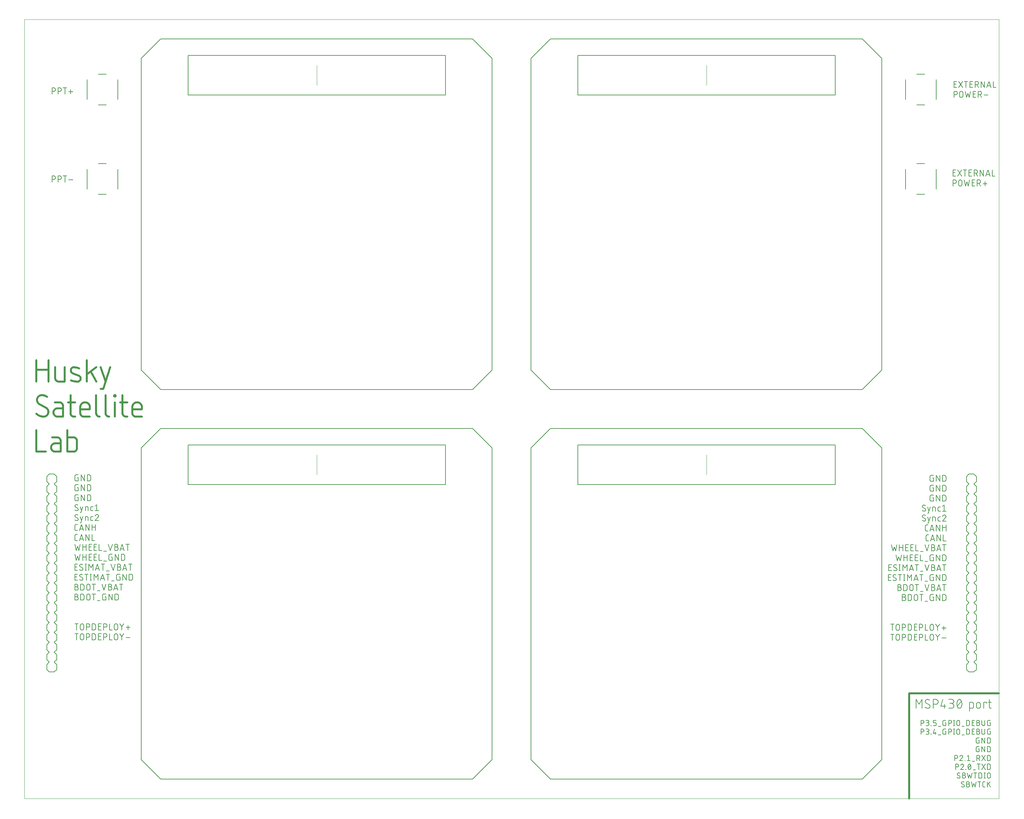
<source format=gto>
G75*
%MOIN*%
%OFA0B0*%
%FSLAX25Y25*%
%IPPOS*%
%LPD*%
%AMOC8*
5,1,8,0,0,1.08239X$1,22.5*
%
%ADD10C,0.00000*%
%ADD11C,0.00500*%
%ADD12C,0.01900*%
%ADD13C,0.02000*%
%ADD14C,0.00800*%
D10*
X0001000Y0002000D02*
X0001000Y0789402D01*
X0985252Y0789402D01*
X0985252Y0002000D01*
X0001000Y0002000D01*
X0166276Y0319362D02*
X0426276Y0319362D01*
X0426276Y0359362D01*
X0166276Y0359362D01*
X0166276Y0319362D01*
X0296276Y0329362D02*
X0296276Y0349362D01*
X0559976Y0359362D02*
X0559976Y0319362D01*
X0819976Y0319362D01*
X0819976Y0359362D01*
X0559976Y0359362D01*
X0689976Y0349362D02*
X0689976Y0329362D01*
X0819976Y0713063D02*
X0559976Y0713063D01*
X0559976Y0753063D01*
X0819976Y0753063D01*
X0819976Y0713063D01*
X0689976Y0723063D02*
X0689976Y0743063D01*
X0426276Y0753063D02*
X0426276Y0713063D01*
X0166276Y0713063D01*
X0166276Y0753063D01*
X0426276Y0753063D01*
X0296276Y0743063D02*
X0296276Y0723063D01*
D11*
X0095240Y0728535D02*
X0095240Y0708535D01*
X0083740Y0703035D02*
X0075740Y0703035D01*
X0064240Y0708535D02*
X0064240Y0728535D01*
X0075740Y0734035D02*
X0083740Y0734035D01*
X0049895Y0716406D02*
X0045766Y0716406D01*
X0047831Y0714342D02*
X0047831Y0718471D01*
X0043628Y0720191D02*
X0040187Y0720191D01*
X0041907Y0720191D02*
X0041907Y0713998D01*
X0036653Y0716750D02*
X0034933Y0716750D01*
X0036653Y0716751D02*
X0036735Y0716753D01*
X0036816Y0716759D01*
X0036898Y0716769D01*
X0036979Y0716782D01*
X0037059Y0716799D01*
X0037138Y0716821D01*
X0037216Y0716846D01*
X0037292Y0716874D01*
X0037368Y0716906D01*
X0037441Y0716942D01*
X0037513Y0716981D01*
X0037583Y0717024D01*
X0037651Y0717070D01*
X0037716Y0717119D01*
X0037779Y0717171D01*
X0037840Y0717226D01*
X0037898Y0717284D01*
X0037953Y0717345D01*
X0038005Y0717408D01*
X0038054Y0717473D01*
X0038100Y0717541D01*
X0038143Y0717611D01*
X0038182Y0717683D01*
X0038218Y0717756D01*
X0038250Y0717832D01*
X0038278Y0717908D01*
X0038303Y0717986D01*
X0038325Y0718065D01*
X0038342Y0718145D01*
X0038355Y0718226D01*
X0038365Y0718308D01*
X0038371Y0718389D01*
X0038373Y0718471D01*
X0038371Y0718553D01*
X0038365Y0718634D01*
X0038355Y0718716D01*
X0038342Y0718797D01*
X0038325Y0718877D01*
X0038303Y0718956D01*
X0038278Y0719034D01*
X0038250Y0719110D01*
X0038218Y0719186D01*
X0038182Y0719259D01*
X0038143Y0719331D01*
X0038100Y0719401D01*
X0038054Y0719469D01*
X0038005Y0719534D01*
X0037953Y0719597D01*
X0037898Y0719658D01*
X0037840Y0719716D01*
X0037779Y0719771D01*
X0037716Y0719823D01*
X0037651Y0719872D01*
X0037583Y0719918D01*
X0037513Y0719961D01*
X0037441Y0720000D01*
X0037368Y0720036D01*
X0037292Y0720068D01*
X0037216Y0720096D01*
X0037138Y0720121D01*
X0037059Y0720143D01*
X0036979Y0720160D01*
X0036898Y0720173D01*
X0036816Y0720183D01*
X0036735Y0720189D01*
X0036653Y0720191D01*
X0034933Y0720191D01*
X0034933Y0713998D01*
X0030730Y0716750D02*
X0029010Y0716750D01*
X0030730Y0716751D02*
X0030812Y0716753D01*
X0030893Y0716759D01*
X0030975Y0716769D01*
X0031056Y0716782D01*
X0031136Y0716799D01*
X0031215Y0716821D01*
X0031293Y0716846D01*
X0031369Y0716874D01*
X0031445Y0716906D01*
X0031518Y0716942D01*
X0031590Y0716981D01*
X0031660Y0717024D01*
X0031728Y0717070D01*
X0031793Y0717119D01*
X0031856Y0717171D01*
X0031917Y0717226D01*
X0031975Y0717284D01*
X0032030Y0717345D01*
X0032082Y0717408D01*
X0032131Y0717473D01*
X0032177Y0717541D01*
X0032220Y0717611D01*
X0032259Y0717683D01*
X0032295Y0717756D01*
X0032327Y0717832D01*
X0032355Y0717908D01*
X0032380Y0717986D01*
X0032402Y0718065D01*
X0032419Y0718145D01*
X0032432Y0718226D01*
X0032442Y0718308D01*
X0032448Y0718389D01*
X0032450Y0718471D01*
X0032448Y0718553D01*
X0032442Y0718634D01*
X0032432Y0718716D01*
X0032419Y0718797D01*
X0032402Y0718877D01*
X0032380Y0718956D01*
X0032355Y0719034D01*
X0032327Y0719110D01*
X0032295Y0719186D01*
X0032259Y0719259D01*
X0032220Y0719331D01*
X0032177Y0719401D01*
X0032131Y0719469D01*
X0032082Y0719534D01*
X0032030Y0719597D01*
X0031975Y0719658D01*
X0031917Y0719716D01*
X0031856Y0719771D01*
X0031793Y0719823D01*
X0031728Y0719872D01*
X0031660Y0719918D01*
X0031590Y0719961D01*
X0031518Y0720000D01*
X0031445Y0720036D01*
X0031369Y0720068D01*
X0031293Y0720096D01*
X0031215Y0720121D01*
X0031136Y0720143D01*
X0031056Y0720160D01*
X0030975Y0720173D01*
X0030893Y0720183D01*
X0030812Y0720189D01*
X0030730Y0720191D01*
X0029010Y0720191D01*
X0029010Y0713998D01*
X0075740Y0643484D02*
X0083740Y0643484D01*
X0095240Y0637984D02*
X0095240Y0617984D01*
X0083740Y0612484D02*
X0075740Y0612484D01*
X0064240Y0617984D02*
X0064240Y0637984D01*
X0049895Y0627406D02*
X0045766Y0627406D01*
X0043628Y0631191D02*
X0040187Y0631191D01*
X0041907Y0631191D02*
X0041907Y0624998D01*
X0036653Y0627750D02*
X0034933Y0627750D01*
X0036653Y0627751D02*
X0036735Y0627753D01*
X0036816Y0627759D01*
X0036898Y0627769D01*
X0036979Y0627782D01*
X0037059Y0627799D01*
X0037138Y0627821D01*
X0037216Y0627846D01*
X0037292Y0627874D01*
X0037368Y0627906D01*
X0037441Y0627942D01*
X0037513Y0627981D01*
X0037583Y0628024D01*
X0037651Y0628070D01*
X0037716Y0628119D01*
X0037779Y0628171D01*
X0037840Y0628226D01*
X0037898Y0628284D01*
X0037953Y0628345D01*
X0038005Y0628408D01*
X0038054Y0628473D01*
X0038100Y0628541D01*
X0038143Y0628611D01*
X0038182Y0628683D01*
X0038218Y0628756D01*
X0038250Y0628832D01*
X0038278Y0628908D01*
X0038303Y0628986D01*
X0038325Y0629065D01*
X0038342Y0629145D01*
X0038355Y0629226D01*
X0038365Y0629308D01*
X0038371Y0629389D01*
X0038373Y0629471D01*
X0038371Y0629553D01*
X0038365Y0629634D01*
X0038355Y0629716D01*
X0038342Y0629797D01*
X0038325Y0629877D01*
X0038303Y0629956D01*
X0038278Y0630034D01*
X0038250Y0630110D01*
X0038218Y0630186D01*
X0038182Y0630259D01*
X0038143Y0630331D01*
X0038100Y0630401D01*
X0038054Y0630469D01*
X0038005Y0630534D01*
X0037953Y0630597D01*
X0037898Y0630658D01*
X0037840Y0630716D01*
X0037779Y0630771D01*
X0037716Y0630823D01*
X0037651Y0630872D01*
X0037583Y0630918D01*
X0037513Y0630961D01*
X0037441Y0631000D01*
X0037368Y0631036D01*
X0037292Y0631068D01*
X0037216Y0631096D01*
X0037138Y0631121D01*
X0037059Y0631143D01*
X0036979Y0631160D01*
X0036898Y0631173D01*
X0036816Y0631183D01*
X0036735Y0631189D01*
X0036653Y0631191D01*
X0034933Y0631191D01*
X0034933Y0624998D01*
X0030730Y0627750D02*
X0029010Y0627750D01*
X0030730Y0627751D02*
X0030812Y0627753D01*
X0030893Y0627759D01*
X0030975Y0627769D01*
X0031056Y0627782D01*
X0031136Y0627799D01*
X0031215Y0627821D01*
X0031293Y0627846D01*
X0031369Y0627874D01*
X0031445Y0627906D01*
X0031518Y0627942D01*
X0031590Y0627981D01*
X0031660Y0628024D01*
X0031728Y0628070D01*
X0031793Y0628119D01*
X0031856Y0628171D01*
X0031917Y0628226D01*
X0031975Y0628284D01*
X0032030Y0628345D01*
X0032082Y0628408D01*
X0032131Y0628473D01*
X0032177Y0628541D01*
X0032220Y0628611D01*
X0032259Y0628683D01*
X0032295Y0628756D01*
X0032327Y0628832D01*
X0032355Y0628908D01*
X0032380Y0628986D01*
X0032402Y0629065D01*
X0032419Y0629145D01*
X0032432Y0629226D01*
X0032442Y0629308D01*
X0032448Y0629389D01*
X0032450Y0629471D01*
X0032448Y0629553D01*
X0032442Y0629634D01*
X0032432Y0629716D01*
X0032419Y0629797D01*
X0032402Y0629877D01*
X0032380Y0629956D01*
X0032355Y0630034D01*
X0032327Y0630110D01*
X0032295Y0630186D01*
X0032259Y0630259D01*
X0032220Y0630331D01*
X0032177Y0630401D01*
X0032131Y0630469D01*
X0032082Y0630534D01*
X0032030Y0630597D01*
X0031975Y0630658D01*
X0031917Y0630716D01*
X0031856Y0630771D01*
X0031793Y0630823D01*
X0031728Y0630872D01*
X0031660Y0630918D01*
X0031590Y0630961D01*
X0031518Y0631000D01*
X0031445Y0631036D01*
X0031369Y0631068D01*
X0031293Y0631096D01*
X0031215Y0631121D01*
X0031136Y0631143D01*
X0031056Y0631160D01*
X0030975Y0631173D01*
X0030893Y0631183D01*
X0030812Y0631189D01*
X0030730Y0631191D01*
X0029010Y0631191D01*
X0029010Y0624998D01*
X0053307Y0329179D02*
X0055372Y0329179D01*
X0053307Y0329179D02*
X0053235Y0329177D01*
X0053163Y0329171D01*
X0053092Y0329162D01*
X0053021Y0329149D01*
X0052951Y0329132D01*
X0052882Y0329112D01*
X0052814Y0329088D01*
X0052747Y0329060D01*
X0052682Y0329029D01*
X0052619Y0328995D01*
X0052558Y0328957D01*
X0052498Y0328916D01*
X0052441Y0328872D01*
X0052386Y0328826D01*
X0052334Y0328776D01*
X0052284Y0328724D01*
X0052238Y0328669D01*
X0052194Y0328612D01*
X0052153Y0328552D01*
X0052115Y0328491D01*
X0052081Y0328428D01*
X0052050Y0328363D01*
X0052022Y0328296D01*
X0051998Y0328228D01*
X0051978Y0328159D01*
X0051961Y0328089D01*
X0051948Y0328018D01*
X0051939Y0327947D01*
X0051933Y0327875D01*
X0051931Y0327803D01*
X0051931Y0324362D01*
X0051933Y0324290D01*
X0051939Y0324218D01*
X0051948Y0324147D01*
X0051961Y0324076D01*
X0051978Y0324006D01*
X0051998Y0323937D01*
X0052022Y0323869D01*
X0052050Y0323802D01*
X0052081Y0323737D01*
X0052115Y0323674D01*
X0052153Y0323613D01*
X0052194Y0323553D01*
X0052238Y0323496D01*
X0052284Y0323441D01*
X0052334Y0323389D01*
X0052386Y0323339D01*
X0052441Y0323293D01*
X0052498Y0323249D01*
X0052558Y0323208D01*
X0052619Y0323170D01*
X0052682Y0323136D01*
X0052747Y0323105D01*
X0052814Y0323077D01*
X0052882Y0323053D01*
X0052951Y0323033D01*
X0053021Y0323016D01*
X0053092Y0323003D01*
X0053163Y0322994D01*
X0053235Y0322988D01*
X0053307Y0322986D01*
X0055372Y0322986D01*
X0055372Y0326427D01*
X0054339Y0326427D01*
X0058249Y0329179D02*
X0061690Y0322986D01*
X0061690Y0329179D01*
X0064567Y0329179D02*
X0066288Y0329179D01*
X0066370Y0329177D01*
X0066451Y0329171D01*
X0066533Y0329161D01*
X0066614Y0329148D01*
X0066694Y0329131D01*
X0066773Y0329109D01*
X0066851Y0329084D01*
X0066927Y0329056D01*
X0067003Y0329024D01*
X0067076Y0328988D01*
X0067148Y0328949D01*
X0067218Y0328906D01*
X0067286Y0328860D01*
X0067351Y0328811D01*
X0067414Y0328759D01*
X0067475Y0328704D01*
X0067533Y0328646D01*
X0067588Y0328585D01*
X0067640Y0328522D01*
X0067689Y0328457D01*
X0067735Y0328389D01*
X0067778Y0328319D01*
X0067817Y0328247D01*
X0067853Y0328174D01*
X0067885Y0328098D01*
X0067913Y0328022D01*
X0067938Y0327944D01*
X0067960Y0327865D01*
X0067977Y0327785D01*
X0067990Y0327704D01*
X0068000Y0327622D01*
X0068006Y0327541D01*
X0068008Y0327459D01*
X0068008Y0324706D01*
X0068006Y0324624D01*
X0068000Y0324543D01*
X0067990Y0324461D01*
X0067977Y0324380D01*
X0067960Y0324300D01*
X0067938Y0324221D01*
X0067913Y0324143D01*
X0067885Y0324067D01*
X0067853Y0323991D01*
X0067817Y0323918D01*
X0067778Y0323846D01*
X0067735Y0323776D01*
X0067689Y0323708D01*
X0067640Y0323643D01*
X0067588Y0323580D01*
X0067533Y0323519D01*
X0067475Y0323461D01*
X0067414Y0323406D01*
X0067351Y0323354D01*
X0067286Y0323305D01*
X0067218Y0323259D01*
X0067148Y0323216D01*
X0067076Y0323177D01*
X0067003Y0323141D01*
X0066927Y0323109D01*
X0066851Y0323081D01*
X0066773Y0323056D01*
X0066694Y0323034D01*
X0066614Y0323017D01*
X0066533Y0323004D01*
X0066451Y0322994D01*
X0066370Y0322988D01*
X0066288Y0322986D01*
X0064567Y0322986D01*
X0064567Y0329179D01*
X0058249Y0329179D02*
X0058249Y0322986D01*
X0058249Y0319140D02*
X0061690Y0312947D01*
X0061690Y0319140D01*
X0064567Y0319140D02*
X0066288Y0319140D01*
X0066370Y0319138D01*
X0066451Y0319132D01*
X0066533Y0319122D01*
X0066614Y0319109D01*
X0066694Y0319092D01*
X0066773Y0319070D01*
X0066851Y0319045D01*
X0066927Y0319017D01*
X0067003Y0318985D01*
X0067076Y0318949D01*
X0067148Y0318910D01*
X0067218Y0318867D01*
X0067286Y0318821D01*
X0067351Y0318772D01*
X0067414Y0318720D01*
X0067475Y0318665D01*
X0067533Y0318607D01*
X0067588Y0318546D01*
X0067640Y0318483D01*
X0067689Y0318418D01*
X0067735Y0318350D01*
X0067778Y0318280D01*
X0067817Y0318208D01*
X0067853Y0318135D01*
X0067885Y0318059D01*
X0067913Y0317983D01*
X0067938Y0317905D01*
X0067960Y0317826D01*
X0067977Y0317746D01*
X0067990Y0317665D01*
X0068000Y0317583D01*
X0068006Y0317502D01*
X0068008Y0317420D01*
X0068008Y0314667D01*
X0068006Y0314585D01*
X0068000Y0314504D01*
X0067990Y0314422D01*
X0067977Y0314341D01*
X0067960Y0314261D01*
X0067938Y0314182D01*
X0067913Y0314104D01*
X0067885Y0314028D01*
X0067853Y0313952D01*
X0067817Y0313879D01*
X0067778Y0313807D01*
X0067735Y0313737D01*
X0067689Y0313669D01*
X0067640Y0313604D01*
X0067588Y0313541D01*
X0067533Y0313480D01*
X0067475Y0313422D01*
X0067414Y0313367D01*
X0067351Y0313315D01*
X0067286Y0313266D01*
X0067218Y0313220D01*
X0067148Y0313177D01*
X0067076Y0313138D01*
X0067003Y0313102D01*
X0066927Y0313070D01*
X0066851Y0313042D01*
X0066773Y0313017D01*
X0066694Y0312995D01*
X0066614Y0312978D01*
X0066533Y0312965D01*
X0066451Y0312955D01*
X0066370Y0312949D01*
X0066288Y0312947D01*
X0064567Y0312947D01*
X0064567Y0319140D01*
X0058249Y0319140D02*
X0058249Y0312947D01*
X0055372Y0312947D02*
X0053307Y0312947D01*
X0053235Y0312949D01*
X0053163Y0312955D01*
X0053092Y0312964D01*
X0053021Y0312977D01*
X0052951Y0312994D01*
X0052882Y0313014D01*
X0052814Y0313038D01*
X0052747Y0313066D01*
X0052682Y0313097D01*
X0052619Y0313131D01*
X0052558Y0313169D01*
X0052498Y0313210D01*
X0052441Y0313254D01*
X0052386Y0313300D01*
X0052334Y0313350D01*
X0052284Y0313402D01*
X0052238Y0313457D01*
X0052194Y0313514D01*
X0052153Y0313574D01*
X0052115Y0313635D01*
X0052081Y0313698D01*
X0052050Y0313763D01*
X0052022Y0313830D01*
X0051998Y0313898D01*
X0051978Y0313967D01*
X0051961Y0314037D01*
X0051948Y0314108D01*
X0051939Y0314179D01*
X0051933Y0314251D01*
X0051931Y0314323D01*
X0051931Y0317764D01*
X0051933Y0317836D01*
X0051939Y0317908D01*
X0051948Y0317979D01*
X0051961Y0318050D01*
X0051978Y0318120D01*
X0051998Y0318189D01*
X0052022Y0318257D01*
X0052050Y0318324D01*
X0052081Y0318389D01*
X0052115Y0318452D01*
X0052153Y0318513D01*
X0052194Y0318573D01*
X0052238Y0318630D01*
X0052284Y0318685D01*
X0052334Y0318737D01*
X0052386Y0318787D01*
X0052441Y0318833D01*
X0052498Y0318877D01*
X0052558Y0318918D01*
X0052619Y0318956D01*
X0052682Y0318990D01*
X0052747Y0319021D01*
X0052814Y0319049D01*
X0052882Y0319073D01*
X0052951Y0319093D01*
X0053021Y0319110D01*
X0053092Y0319123D01*
X0053163Y0319132D01*
X0053235Y0319138D01*
X0053307Y0319140D01*
X0055372Y0319140D01*
X0055372Y0316387D02*
X0055372Y0312947D01*
X0055372Y0316387D02*
X0054339Y0316387D01*
X0053307Y0309100D02*
X0055372Y0309100D01*
X0053307Y0309100D02*
X0053235Y0309098D01*
X0053163Y0309092D01*
X0053092Y0309083D01*
X0053021Y0309070D01*
X0052951Y0309053D01*
X0052882Y0309033D01*
X0052814Y0309009D01*
X0052747Y0308981D01*
X0052682Y0308950D01*
X0052619Y0308916D01*
X0052558Y0308878D01*
X0052498Y0308837D01*
X0052441Y0308793D01*
X0052386Y0308747D01*
X0052334Y0308697D01*
X0052284Y0308645D01*
X0052238Y0308590D01*
X0052194Y0308533D01*
X0052153Y0308473D01*
X0052115Y0308412D01*
X0052081Y0308349D01*
X0052050Y0308284D01*
X0052022Y0308217D01*
X0051998Y0308149D01*
X0051978Y0308080D01*
X0051961Y0308010D01*
X0051948Y0307939D01*
X0051939Y0307868D01*
X0051933Y0307796D01*
X0051931Y0307724D01*
X0051931Y0304284D01*
X0051933Y0304212D01*
X0051939Y0304140D01*
X0051948Y0304069D01*
X0051961Y0303998D01*
X0051978Y0303928D01*
X0051998Y0303859D01*
X0052022Y0303791D01*
X0052050Y0303724D01*
X0052081Y0303659D01*
X0052115Y0303596D01*
X0052153Y0303535D01*
X0052194Y0303475D01*
X0052238Y0303418D01*
X0052284Y0303363D01*
X0052334Y0303311D01*
X0052386Y0303261D01*
X0052441Y0303215D01*
X0052498Y0303171D01*
X0052558Y0303130D01*
X0052619Y0303092D01*
X0052682Y0303058D01*
X0052747Y0303027D01*
X0052814Y0302999D01*
X0052882Y0302975D01*
X0052951Y0302955D01*
X0053021Y0302938D01*
X0053092Y0302925D01*
X0053163Y0302916D01*
X0053235Y0302910D01*
X0053307Y0302908D01*
X0053307Y0302907D02*
X0055372Y0302907D01*
X0055372Y0306348D01*
X0054339Y0306348D01*
X0058249Y0309100D02*
X0058249Y0302907D01*
X0061690Y0302907D02*
X0058249Y0309100D01*
X0061690Y0309100D02*
X0061690Y0302907D01*
X0064567Y0302907D02*
X0066288Y0302907D01*
X0064567Y0302907D02*
X0064567Y0309100D01*
X0066288Y0309100D01*
X0066370Y0309098D01*
X0066451Y0309092D01*
X0066533Y0309082D01*
X0066614Y0309069D01*
X0066694Y0309052D01*
X0066773Y0309030D01*
X0066851Y0309005D01*
X0066927Y0308977D01*
X0067003Y0308945D01*
X0067076Y0308909D01*
X0067148Y0308870D01*
X0067218Y0308827D01*
X0067286Y0308781D01*
X0067351Y0308732D01*
X0067414Y0308680D01*
X0067475Y0308625D01*
X0067533Y0308567D01*
X0067588Y0308506D01*
X0067640Y0308443D01*
X0067689Y0308378D01*
X0067735Y0308310D01*
X0067778Y0308240D01*
X0067817Y0308168D01*
X0067853Y0308095D01*
X0067885Y0308019D01*
X0067913Y0307943D01*
X0067938Y0307865D01*
X0067960Y0307786D01*
X0067977Y0307706D01*
X0067990Y0307625D01*
X0068000Y0307543D01*
X0068006Y0307462D01*
X0068008Y0307380D01*
X0068008Y0304628D01*
X0068006Y0304546D01*
X0068000Y0304465D01*
X0067990Y0304383D01*
X0067977Y0304302D01*
X0067960Y0304222D01*
X0067938Y0304143D01*
X0067913Y0304065D01*
X0067885Y0303989D01*
X0067853Y0303913D01*
X0067817Y0303840D01*
X0067778Y0303768D01*
X0067735Y0303698D01*
X0067689Y0303630D01*
X0067640Y0303565D01*
X0067588Y0303502D01*
X0067533Y0303441D01*
X0067475Y0303383D01*
X0067414Y0303328D01*
X0067351Y0303276D01*
X0067286Y0303227D01*
X0067218Y0303181D01*
X0067148Y0303138D01*
X0067076Y0303099D01*
X0067003Y0303063D01*
X0066927Y0303031D01*
X0066851Y0303003D01*
X0066773Y0302978D01*
X0066694Y0302956D01*
X0066614Y0302939D01*
X0066533Y0302926D01*
X0066451Y0302916D01*
X0066370Y0302910D01*
X0066288Y0302908D01*
X0064262Y0296997D02*
X0062542Y0296997D01*
X0062542Y0292868D01*
X0065294Y0292868D02*
X0065294Y0295965D01*
X0065292Y0296027D01*
X0065286Y0296089D01*
X0065277Y0296151D01*
X0065264Y0296212D01*
X0065247Y0296272D01*
X0065227Y0296331D01*
X0065203Y0296389D01*
X0065176Y0296445D01*
X0065145Y0296499D01*
X0065111Y0296551D01*
X0065074Y0296601D01*
X0065034Y0296649D01*
X0064992Y0296695D01*
X0064946Y0296737D01*
X0064898Y0296777D01*
X0064848Y0296814D01*
X0064796Y0296848D01*
X0064742Y0296879D01*
X0064686Y0296906D01*
X0064628Y0296930D01*
X0064569Y0296950D01*
X0064509Y0296967D01*
X0064448Y0296980D01*
X0064386Y0296989D01*
X0064324Y0296995D01*
X0064262Y0296997D01*
X0067879Y0295965D02*
X0067879Y0293900D01*
X0067881Y0293838D01*
X0067887Y0293776D01*
X0067896Y0293714D01*
X0067909Y0293653D01*
X0067926Y0293593D01*
X0067946Y0293534D01*
X0067970Y0293476D01*
X0067997Y0293420D01*
X0068028Y0293366D01*
X0068062Y0293314D01*
X0068099Y0293264D01*
X0068139Y0293216D01*
X0068181Y0293170D01*
X0068227Y0293128D01*
X0068275Y0293088D01*
X0068325Y0293051D01*
X0068377Y0293017D01*
X0068431Y0292986D01*
X0068487Y0292959D01*
X0068545Y0292935D01*
X0068604Y0292915D01*
X0068664Y0292898D01*
X0068725Y0292885D01*
X0068787Y0292876D01*
X0068849Y0292870D01*
X0068911Y0292868D01*
X0070288Y0292868D01*
X0072465Y0292868D02*
X0075905Y0292868D01*
X0074185Y0292868D02*
X0074185Y0299061D01*
X0072465Y0297685D01*
X0070288Y0296997D02*
X0068911Y0296997D01*
X0068849Y0296995D01*
X0068787Y0296989D01*
X0068725Y0296980D01*
X0068664Y0296967D01*
X0068604Y0296950D01*
X0068545Y0296930D01*
X0068487Y0296906D01*
X0068431Y0296879D01*
X0068377Y0296848D01*
X0068325Y0296814D01*
X0068275Y0296777D01*
X0068227Y0296737D01*
X0068181Y0296695D01*
X0068139Y0296649D01*
X0068099Y0296601D01*
X0068062Y0296551D01*
X0068028Y0296499D01*
X0067997Y0296445D01*
X0067970Y0296389D01*
X0067946Y0296331D01*
X0067926Y0296272D01*
X0067909Y0296212D01*
X0067896Y0296151D01*
X0067887Y0296089D01*
X0067881Y0296027D01*
X0067879Y0295965D01*
X0060161Y0296997D02*
X0058097Y0290804D01*
X0057409Y0290804D01*
X0058785Y0292868D02*
X0057409Y0296997D01*
X0054684Y0295448D02*
X0052791Y0296481D01*
X0053479Y0299061D02*
X0053577Y0299059D01*
X0053674Y0299054D01*
X0053771Y0299044D01*
X0053868Y0299031D01*
X0053964Y0299015D01*
X0054060Y0298995D01*
X0054155Y0298971D01*
X0054248Y0298944D01*
X0054341Y0298913D01*
X0054432Y0298878D01*
X0054522Y0298841D01*
X0054611Y0298799D01*
X0054698Y0298755D01*
X0054783Y0298707D01*
X0054866Y0298656D01*
X0054948Y0298602D01*
X0055027Y0298545D01*
X0052791Y0296481D02*
X0052730Y0296519D01*
X0052670Y0296561D01*
X0052613Y0296605D01*
X0052558Y0296653D01*
X0052506Y0296703D01*
X0052456Y0296756D01*
X0052409Y0296812D01*
X0052366Y0296869D01*
X0052325Y0296929D01*
X0052287Y0296991D01*
X0052253Y0297055D01*
X0052222Y0297121D01*
X0052194Y0297188D01*
X0052170Y0297257D01*
X0052150Y0297326D01*
X0052133Y0297397D01*
X0052120Y0297468D01*
X0052111Y0297540D01*
X0052105Y0297612D01*
X0052103Y0297685D01*
X0052105Y0297757D01*
X0052111Y0297829D01*
X0052120Y0297900D01*
X0052133Y0297971D01*
X0052150Y0298041D01*
X0052170Y0298110D01*
X0052194Y0298178D01*
X0052222Y0298245D01*
X0052253Y0298310D01*
X0052287Y0298373D01*
X0052325Y0298434D01*
X0052366Y0298494D01*
X0052410Y0298551D01*
X0052456Y0298606D01*
X0052506Y0298658D01*
X0052558Y0298708D01*
X0052613Y0298754D01*
X0052670Y0298798D01*
X0052730Y0298839D01*
X0052791Y0298877D01*
X0052854Y0298911D01*
X0052919Y0298942D01*
X0052986Y0298970D01*
X0053054Y0298994D01*
X0053123Y0299014D01*
X0053193Y0299031D01*
X0053264Y0299044D01*
X0053335Y0299053D01*
X0053407Y0299059D01*
X0053479Y0299061D01*
X0051931Y0293728D02*
X0052006Y0293655D01*
X0052083Y0293585D01*
X0052163Y0293518D01*
X0052245Y0293454D01*
X0052329Y0293392D01*
X0052416Y0293334D01*
X0052505Y0293279D01*
X0052595Y0293227D01*
X0052687Y0293179D01*
X0052781Y0293133D01*
X0052877Y0293092D01*
X0052974Y0293053D01*
X0053072Y0293018D01*
X0053172Y0292987D01*
X0053272Y0292959D01*
X0053374Y0292935D01*
X0053476Y0292915D01*
X0053579Y0292898D01*
X0053683Y0292885D01*
X0053786Y0292875D01*
X0053891Y0292870D01*
X0053995Y0292868D01*
X0054067Y0292870D01*
X0054139Y0292876D01*
X0054210Y0292885D01*
X0054281Y0292898D01*
X0054351Y0292915D01*
X0054420Y0292935D01*
X0054488Y0292959D01*
X0054555Y0292987D01*
X0054620Y0293018D01*
X0054683Y0293052D01*
X0054744Y0293090D01*
X0054804Y0293131D01*
X0054861Y0293175D01*
X0054916Y0293221D01*
X0054968Y0293271D01*
X0055018Y0293323D01*
X0055064Y0293378D01*
X0055108Y0293435D01*
X0055149Y0293495D01*
X0055187Y0293556D01*
X0055221Y0293619D01*
X0055252Y0293684D01*
X0055280Y0293751D01*
X0055304Y0293819D01*
X0055324Y0293888D01*
X0055341Y0293958D01*
X0055354Y0294029D01*
X0055363Y0294100D01*
X0055369Y0294172D01*
X0055371Y0294244D01*
X0055372Y0294244D02*
X0055370Y0294317D01*
X0055364Y0294389D01*
X0055355Y0294461D01*
X0055342Y0294532D01*
X0055325Y0294603D01*
X0055305Y0294672D01*
X0055281Y0294741D01*
X0055253Y0294808D01*
X0055222Y0294874D01*
X0055188Y0294938D01*
X0055150Y0295000D01*
X0055109Y0295060D01*
X0055066Y0295117D01*
X0055019Y0295173D01*
X0054969Y0295226D01*
X0054917Y0295276D01*
X0054862Y0295324D01*
X0054805Y0295368D01*
X0054745Y0295410D01*
X0054684Y0295448D01*
X0052103Y0287645D02*
X0052105Y0287572D01*
X0052111Y0287500D01*
X0052120Y0287428D01*
X0052133Y0287357D01*
X0052150Y0287286D01*
X0052170Y0287217D01*
X0052194Y0287148D01*
X0052222Y0287081D01*
X0052253Y0287015D01*
X0052287Y0286951D01*
X0052325Y0286889D01*
X0052366Y0286829D01*
X0052409Y0286772D01*
X0052456Y0286716D01*
X0052506Y0286663D01*
X0052558Y0286613D01*
X0052613Y0286565D01*
X0052670Y0286521D01*
X0052730Y0286479D01*
X0052791Y0286441D01*
X0054684Y0285409D01*
X0053995Y0282829D02*
X0053891Y0282831D01*
X0053786Y0282836D01*
X0053683Y0282846D01*
X0053579Y0282859D01*
X0053476Y0282876D01*
X0053374Y0282896D01*
X0053272Y0282920D01*
X0053172Y0282948D01*
X0053072Y0282979D01*
X0052974Y0283014D01*
X0052877Y0283053D01*
X0052781Y0283094D01*
X0052687Y0283140D01*
X0052595Y0283188D01*
X0052505Y0283240D01*
X0052416Y0283295D01*
X0052329Y0283353D01*
X0052245Y0283415D01*
X0052163Y0283479D01*
X0052083Y0283546D01*
X0052006Y0283616D01*
X0051931Y0283689D01*
X0054684Y0285409D02*
X0054745Y0285371D01*
X0054805Y0285329D01*
X0054862Y0285285D01*
X0054917Y0285237D01*
X0054969Y0285187D01*
X0055019Y0285134D01*
X0055066Y0285078D01*
X0055109Y0285021D01*
X0055150Y0284961D01*
X0055188Y0284899D01*
X0055222Y0284835D01*
X0055253Y0284769D01*
X0055281Y0284702D01*
X0055305Y0284633D01*
X0055325Y0284564D01*
X0055342Y0284493D01*
X0055355Y0284422D01*
X0055364Y0284350D01*
X0055370Y0284278D01*
X0055372Y0284205D01*
X0055371Y0284205D02*
X0055369Y0284133D01*
X0055363Y0284061D01*
X0055354Y0283990D01*
X0055341Y0283919D01*
X0055324Y0283849D01*
X0055304Y0283780D01*
X0055280Y0283712D01*
X0055252Y0283645D01*
X0055221Y0283580D01*
X0055187Y0283517D01*
X0055149Y0283456D01*
X0055108Y0283396D01*
X0055064Y0283339D01*
X0055018Y0283284D01*
X0054968Y0283232D01*
X0054916Y0283182D01*
X0054861Y0283136D01*
X0054804Y0283092D01*
X0054744Y0283051D01*
X0054683Y0283013D01*
X0054620Y0282979D01*
X0054555Y0282948D01*
X0054488Y0282920D01*
X0054420Y0282896D01*
X0054351Y0282876D01*
X0054281Y0282859D01*
X0054210Y0282846D01*
X0054139Y0282837D01*
X0054067Y0282831D01*
X0053995Y0282829D01*
X0055027Y0288505D02*
X0054948Y0288562D01*
X0054866Y0288616D01*
X0054783Y0288667D01*
X0054698Y0288715D01*
X0054611Y0288759D01*
X0054522Y0288801D01*
X0054432Y0288838D01*
X0054341Y0288873D01*
X0054248Y0288904D01*
X0054155Y0288931D01*
X0054060Y0288955D01*
X0053964Y0288975D01*
X0053868Y0288991D01*
X0053771Y0289004D01*
X0053674Y0289014D01*
X0053577Y0289019D01*
X0053479Y0289021D01*
X0053407Y0289019D01*
X0053335Y0289013D01*
X0053264Y0289004D01*
X0053193Y0288991D01*
X0053123Y0288974D01*
X0053054Y0288954D01*
X0052986Y0288930D01*
X0052919Y0288902D01*
X0052854Y0288871D01*
X0052791Y0288837D01*
X0052730Y0288799D01*
X0052670Y0288758D01*
X0052613Y0288714D01*
X0052558Y0288668D01*
X0052506Y0288618D01*
X0052456Y0288566D01*
X0052410Y0288511D01*
X0052366Y0288454D01*
X0052325Y0288394D01*
X0052287Y0288333D01*
X0052253Y0288270D01*
X0052222Y0288205D01*
X0052194Y0288138D01*
X0052170Y0288070D01*
X0052150Y0288001D01*
X0052133Y0287931D01*
X0052120Y0287860D01*
X0052111Y0287789D01*
X0052105Y0287717D01*
X0052103Y0287645D01*
X0057409Y0286957D02*
X0058785Y0282829D01*
X0058097Y0280764D02*
X0060161Y0286957D01*
X0062542Y0286957D02*
X0064262Y0286957D01*
X0064324Y0286955D01*
X0064386Y0286949D01*
X0064448Y0286940D01*
X0064509Y0286927D01*
X0064569Y0286910D01*
X0064628Y0286890D01*
X0064686Y0286866D01*
X0064742Y0286839D01*
X0064796Y0286808D01*
X0064848Y0286774D01*
X0064898Y0286737D01*
X0064946Y0286697D01*
X0064992Y0286655D01*
X0065034Y0286609D01*
X0065074Y0286561D01*
X0065111Y0286511D01*
X0065145Y0286459D01*
X0065176Y0286405D01*
X0065203Y0286349D01*
X0065227Y0286291D01*
X0065247Y0286232D01*
X0065264Y0286172D01*
X0065277Y0286111D01*
X0065286Y0286049D01*
X0065292Y0285987D01*
X0065294Y0285925D01*
X0065294Y0282829D01*
X0062542Y0282829D02*
X0062542Y0286957D01*
X0067879Y0285925D02*
X0067879Y0283861D01*
X0067881Y0283799D01*
X0067887Y0283737D01*
X0067896Y0283675D01*
X0067909Y0283614D01*
X0067926Y0283554D01*
X0067946Y0283495D01*
X0067970Y0283437D01*
X0067997Y0283381D01*
X0068028Y0283327D01*
X0068062Y0283275D01*
X0068099Y0283225D01*
X0068139Y0283177D01*
X0068181Y0283131D01*
X0068227Y0283089D01*
X0068275Y0283049D01*
X0068325Y0283012D01*
X0068377Y0282978D01*
X0068431Y0282947D01*
X0068487Y0282920D01*
X0068545Y0282896D01*
X0068604Y0282876D01*
X0068664Y0282859D01*
X0068725Y0282846D01*
X0068787Y0282837D01*
X0068849Y0282831D01*
X0068911Y0282829D01*
X0070288Y0282829D01*
X0072465Y0282829D02*
X0075905Y0282829D01*
X0072465Y0282829D02*
X0075389Y0286269D01*
X0074357Y0289022D02*
X0074271Y0289020D01*
X0074185Y0289015D01*
X0074099Y0289005D01*
X0074014Y0288992D01*
X0073929Y0288975D01*
X0073845Y0288955D01*
X0073762Y0288931D01*
X0073681Y0288904D01*
X0073600Y0288872D01*
X0073521Y0288838D01*
X0073444Y0288800D01*
X0073368Y0288759D01*
X0073294Y0288714D01*
X0073222Y0288667D01*
X0073153Y0288616D01*
X0073085Y0288562D01*
X0073020Y0288506D01*
X0072957Y0288446D01*
X0072897Y0288384D01*
X0072840Y0288320D01*
X0072786Y0288253D01*
X0072734Y0288183D01*
X0072686Y0288112D01*
X0072641Y0288039D01*
X0072599Y0287963D01*
X0072560Y0287886D01*
X0072525Y0287807D01*
X0072493Y0287727D01*
X0072465Y0287646D01*
X0075390Y0286269D02*
X0075446Y0286325D01*
X0075499Y0286383D01*
X0075550Y0286444D01*
X0075597Y0286508D01*
X0075642Y0286573D01*
X0075683Y0286641D01*
X0075721Y0286710D01*
X0075756Y0286782D01*
X0075787Y0286854D01*
X0075814Y0286929D01*
X0075839Y0287004D01*
X0075859Y0287081D01*
X0075876Y0287158D01*
X0075889Y0287236D01*
X0075898Y0287315D01*
X0075904Y0287394D01*
X0075906Y0287473D01*
X0075905Y0287473D02*
X0075903Y0287549D01*
X0075898Y0287625D01*
X0075888Y0287700D01*
X0075875Y0287775D01*
X0075859Y0287849D01*
X0075838Y0287922D01*
X0075815Y0287995D01*
X0075787Y0288065D01*
X0075756Y0288135D01*
X0075722Y0288203D01*
X0075685Y0288269D01*
X0075644Y0288333D01*
X0075600Y0288395D01*
X0075554Y0288455D01*
X0075504Y0288513D01*
X0075452Y0288568D01*
X0075397Y0288620D01*
X0075339Y0288670D01*
X0075279Y0288716D01*
X0075217Y0288760D01*
X0075153Y0288801D01*
X0075087Y0288838D01*
X0075019Y0288872D01*
X0074949Y0288903D01*
X0074879Y0288931D01*
X0074806Y0288954D01*
X0074733Y0288975D01*
X0074659Y0288991D01*
X0074584Y0289004D01*
X0074509Y0289014D01*
X0074433Y0289019D01*
X0074357Y0289021D01*
X0070288Y0286957D02*
X0068911Y0286957D01*
X0068849Y0286955D01*
X0068787Y0286949D01*
X0068725Y0286940D01*
X0068664Y0286927D01*
X0068604Y0286910D01*
X0068545Y0286890D01*
X0068487Y0286866D01*
X0068431Y0286839D01*
X0068377Y0286808D01*
X0068325Y0286774D01*
X0068275Y0286737D01*
X0068227Y0286697D01*
X0068181Y0286655D01*
X0068139Y0286609D01*
X0068099Y0286561D01*
X0068062Y0286511D01*
X0068028Y0286459D01*
X0067997Y0286405D01*
X0067970Y0286349D01*
X0067946Y0286291D01*
X0067926Y0286232D01*
X0067909Y0286172D01*
X0067896Y0286111D01*
X0067887Y0286049D01*
X0067881Y0285987D01*
X0067879Y0285925D01*
X0066443Y0278982D02*
X0066443Y0272789D01*
X0063002Y0278982D01*
X0063002Y0272789D01*
X0060666Y0272789D02*
X0058602Y0278982D01*
X0056538Y0272789D01*
X0057054Y0274338D02*
X0060150Y0274338D01*
X0058602Y0268943D02*
X0056538Y0262750D01*
X0057054Y0264298D02*
X0060150Y0264298D01*
X0060666Y0262750D02*
X0058602Y0268943D01*
X0054684Y0268943D02*
X0053307Y0268943D01*
X0053235Y0268941D01*
X0053163Y0268935D01*
X0053092Y0268926D01*
X0053021Y0268913D01*
X0052951Y0268896D01*
X0052882Y0268876D01*
X0052814Y0268852D01*
X0052747Y0268824D01*
X0052682Y0268793D01*
X0052619Y0268759D01*
X0052558Y0268721D01*
X0052498Y0268680D01*
X0052441Y0268636D01*
X0052386Y0268590D01*
X0052334Y0268540D01*
X0052284Y0268488D01*
X0052238Y0268433D01*
X0052194Y0268376D01*
X0052153Y0268316D01*
X0052115Y0268255D01*
X0052081Y0268192D01*
X0052050Y0268127D01*
X0052022Y0268060D01*
X0051998Y0267992D01*
X0051978Y0267923D01*
X0051961Y0267853D01*
X0051948Y0267782D01*
X0051939Y0267711D01*
X0051933Y0267639D01*
X0051931Y0267567D01*
X0051931Y0264126D01*
X0051933Y0264054D01*
X0051939Y0263982D01*
X0051948Y0263911D01*
X0051961Y0263840D01*
X0051978Y0263770D01*
X0051998Y0263701D01*
X0052022Y0263633D01*
X0052050Y0263566D01*
X0052081Y0263501D01*
X0052115Y0263438D01*
X0052153Y0263377D01*
X0052194Y0263317D01*
X0052238Y0263260D01*
X0052284Y0263205D01*
X0052334Y0263153D01*
X0052386Y0263103D01*
X0052441Y0263057D01*
X0052498Y0263013D01*
X0052558Y0262972D01*
X0052619Y0262934D01*
X0052682Y0262900D01*
X0052747Y0262869D01*
X0052814Y0262841D01*
X0052882Y0262817D01*
X0052951Y0262797D01*
X0053021Y0262780D01*
X0053092Y0262767D01*
X0053163Y0262758D01*
X0053235Y0262752D01*
X0053307Y0262750D01*
X0054684Y0262750D01*
X0057436Y0258904D02*
X0056060Y0252711D01*
X0054684Y0256839D01*
X0053307Y0252711D01*
X0051931Y0258904D01*
X0059874Y0258904D02*
X0059874Y0252711D01*
X0059874Y0256151D02*
X0063314Y0256151D01*
X0063314Y0258904D02*
X0063314Y0252711D01*
X0066202Y0252711D02*
X0066202Y0258904D01*
X0068955Y0258904D01*
X0071336Y0258904D02*
X0071336Y0252711D01*
X0074088Y0252711D01*
X0076469Y0252711D02*
X0079222Y0252711D01*
X0081146Y0252023D02*
X0083899Y0252023D01*
X0087854Y0252711D02*
X0089918Y0258904D01*
X0092331Y0258904D02*
X0094051Y0258904D01*
X0094051Y0258903D02*
X0094124Y0258901D01*
X0094197Y0258895D01*
X0094270Y0258885D01*
X0094342Y0258872D01*
X0094413Y0258855D01*
X0094483Y0258833D01*
X0094552Y0258809D01*
X0094620Y0258780D01*
X0094685Y0258748D01*
X0094750Y0258712D01*
X0094812Y0258674D01*
X0094872Y0258632D01*
X0094929Y0258586D01*
X0094984Y0258538D01*
X0095037Y0258487D01*
X0095087Y0258433D01*
X0095133Y0258377D01*
X0095177Y0258318D01*
X0095217Y0258257D01*
X0095255Y0258194D01*
X0095288Y0258129D01*
X0095319Y0258062D01*
X0095345Y0257994D01*
X0095368Y0257924D01*
X0095388Y0257854D01*
X0095403Y0257782D01*
X0095415Y0257710D01*
X0095423Y0257637D01*
X0095427Y0257564D01*
X0095427Y0257490D01*
X0095423Y0257417D01*
X0095415Y0257344D01*
X0095403Y0257272D01*
X0095388Y0257200D01*
X0095368Y0257130D01*
X0095345Y0257060D01*
X0095319Y0256992D01*
X0095288Y0256925D01*
X0095255Y0256860D01*
X0095217Y0256797D01*
X0095177Y0256736D01*
X0095133Y0256677D01*
X0095087Y0256621D01*
X0095037Y0256567D01*
X0094984Y0256516D01*
X0094929Y0256468D01*
X0094872Y0256422D01*
X0094812Y0256380D01*
X0094750Y0256342D01*
X0094685Y0256306D01*
X0094620Y0256274D01*
X0094552Y0256245D01*
X0094483Y0256221D01*
X0094413Y0256199D01*
X0094342Y0256182D01*
X0094270Y0256169D01*
X0094197Y0256159D01*
X0094124Y0256153D01*
X0094051Y0256151D01*
X0092331Y0256151D01*
X0094051Y0256151D02*
X0094133Y0256149D01*
X0094214Y0256143D01*
X0094296Y0256133D01*
X0094377Y0256120D01*
X0094457Y0256103D01*
X0094536Y0256081D01*
X0094614Y0256056D01*
X0094690Y0256028D01*
X0094766Y0255996D01*
X0094839Y0255960D01*
X0094911Y0255921D01*
X0094981Y0255878D01*
X0095049Y0255832D01*
X0095114Y0255783D01*
X0095177Y0255731D01*
X0095238Y0255676D01*
X0095296Y0255618D01*
X0095351Y0255557D01*
X0095403Y0255494D01*
X0095452Y0255429D01*
X0095498Y0255361D01*
X0095541Y0255291D01*
X0095580Y0255219D01*
X0095616Y0255146D01*
X0095648Y0255070D01*
X0095676Y0254994D01*
X0095701Y0254916D01*
X0095723Y0254837D01*
X0095740Y0254757D01*
X0095753Y0254676D01*
X0095763Y0254594D01*
X0095769Y0254513D01*
X0095771Y0254431D01*
X0095769Y0254349D01*
X0095763Y0254268D01*
X0095753Y0254186D01*
X0095740Y0254105D01*
X0095723Y0254025D01*
X0095701Y0253946D01*
X0095676Y0253868D01*
X0095648Y0253792D01*
X0095616Y0253716D01*
X0095580Y0253643D01*
X0095541Y0253571D01*
X0095498Y0253501D01*
X0095452Y0253433D01*
X0095403Y0253368D01*
X0095351Y0253305D01*
X0095296Y0253244D01*
X0095238Y0253186D01*
X0095177Y0253131D01*
X0095114Y0253079D01*
X0095049Y0253030D01*
X0094981Y0252984D01*
X0094911Y0252941D01*
X0094839Y0252902D01*
X0094766Y0252866D01*
X0094690Y0252834D01*
X0094614Y0252806D01*
X0094536Y0252781D01*
X0094457Y0252759D01*
X0094377Y0252742D01*
X0094296Y0252729D01*
X0094214Y0252719D01*
X0094133Y0252713D01*
X0094051Y0252711D01*
X0092331Y0252711D01*
X0092331Y0258904D01*
X0085789Y0258904D02*
X0087854Y0252711D01*
X0087707Y0248864D02*
X0089771Y0248864D01*
X0087707Y0248864D02*
X0087635Y0248862D01*
X0087563Y0248856D01*
X0087492Y0248847D01*
X0087421Y0248834D01*
X0087351Y0248817D01*
X0087282Y0248797D01*
X0087214Y0248773D01*
X0087147Y0248745D01*
X0087082Y0248714D01*
X0087019Y0248680D01*
X0086958Y0248642D01*
X0086898Y0248601D01*
X0086841Y0248557D01*
X0086786Y0248511D01*
X0086734Y0248461D01*
X0086684Y0248409D01*
X0086638Y0248354D01*
X0086594Y0248297D01*
X0086553Y0248237D01*
X0086515Y0248176D01*
X0086481Y0248113D01*
X0086450Y0248048D01*
X0086422Y0247981D01*
X0086398Y0247913D01*
X0086378Y0247844D01*
X0086361Y0247774D01*
X0086348Y0247703D01*
X0086339Y0247632D01*
X0086333Y0247560D01*
X0086331Y0247488D01*
X0086331Y0244047D01*
X0086333Y0243975D01*
X0086339Y0243903D01*
X0086348Y0243832D01*
X0086361Y0243761D01*
X0086378Y0243691D01*
X0086398Y0243622D01*
X0086422Y0243554D01*
X0086450Y0243487D01*
X0086481Y0243422D01*
X0086515Y0243359D01*
X0086553Y0243298D01*
X0086594Y0243238D01*
X0086638Y0243181D01*
X0086684Y0243126D01*
X0086734Y0243074D01*
X0086786Y0243024D01*
X0086841Y0242978D01*
X0086898Y0242934D01*
X0086958Y0242893D01*
X0087019Y0242855D01*
X0087082Y0242821D01*
X0087147Y0242790D01*
X0087214Y0242762D01*
X0087282Y0242738D01*
X0087351Y0242718D01*
X0087421Y0242701D01*
X0087492Y0242688D01*
X0087563Y0242679D01*
X0087635Y0242673D01*
X0087707Y0242671D01*
X0089771Y0242671D01*
X0089771Y0246112D01*
X0088739Y0246112D01*
X0092649Y0248864D02*
X0096089Y0242671D01*
X0096089Y0248864D01*
X0098967Y0248864D02*
X0098967Y0242671D01*
X0100687Y0242671D01*
X0100687Y0242672D02*
X0100769Y0242674D01*
X0100850Y0242680D01*
X0100932Y0242690D01*
X0101013Y0242703D01*
X0101093Y0242720D01*
X0101172Y0242742D01*
X0101250Y0242767D01*
X0101326Y0242795D01*
X0101402Y0242827D01*
X0101475Y0242863D01*
X0101547Y0242902D01*
X0101617Y0242945D01*
X0101685Y0242991D01*
X0101750Y0243040D01*
X0101813Y0243092D01*
X0101874Y0243147D01*
X0101932Y0243205D01*
X0101987Y0243266D01*
X0102039Y0243329D01*
X0102088Y0243394D01*
X0102134Y0243462D01*
X0102177Y0243532D01*
X0102216Y0243604D01*
X0102252Y0243677D01*
X0102284Y0243753D01*
X0102312Y0243829D01*
X0102337Y0243907D01*
X0102359Y0243986D01*
X0102376Y0244066D01*
X0102389Y0244147D01*
X0102399Y0244229D01*
X0102405Y0244310D01*
X0102407Y0244392D01*
X0102407Y0247144D01*
X0102405Y0247226D01*
X0102399Y0247307D01*
X0102389Y0247389D01*
X0102376Y0247470D01*
X0102359Y0247550D01*
X0102337Y0247629D01*
X0102312Y0247707D01*
X0102284Y0247783D01*
X0102252Y0247859D01*
X0102216Y0247932D01*
X0102177Y0248004D01*
X0102134Y0248074D01*
X0102088Y0248142D01*
X0102039Y0248207D01*
X0101987Y0248270D01*
X0101932Y0248331D01*
X0101874Y0248389D01*
X0101813Y0248444D01*
X0101750Y0248496D01*
X0101685Y0248545D01*
X0101617Y0248591D01*
X0101547Y0248634D01*
X0101475Y0248673D01*
X0101402Y0248709D01*
X0101326Y0248741D01*
X0101250Y0248769D01*
X0101172Y0248794D01*
X0101093Y0248816D01*
X0101013Y0248833D01*
X0100932Y0248846D01*
X0100850Y0248856D01*
X0100769Y0248862D01*
X0100687Y0248864D01*
X0098967Y0248864D01*
X0097636Y0252711D02*
X0099700Y0258904D01*
X0101764Y0252711D01*
X0101248Y0254259D02*
X0098152Y0254259D01*
X0103508Y0258904D02*
X0106949Y0258904D01*
X0105228Y0258904D02*
X0105228Y0252711D01*
X0092649Y0248864D02*
X0092649Y0242671D01*
X0092626Y0238825D02*
X0090562Y0232632D01*
X0088498Y0238825D01*
X0083899Y0241983D02*
X0081146Y0241983D01*
X0079222Y0242671D02*
X0076469Y0242671D01*
X0076469Y0248864D01*
X0074088Y0248864D02*
X0071336Y0248864D01*
X0071336Y0242671D01*
X0074088Y0242671D01*
X0073400Y0246112D02*
X0071336Y0246112D01*
X0068267Y0246112D02*
X0066202Y0246112D01*
X0066202Y0248864D02*
X0068955Y0248864D01*
X0066202Y0248864D02*
X0066202Y0242671D01*
X0068955Y0242671D01*
X0070316Y0238825D02*
X0068251Y0235384D01*
X0066187Y0238825D01*
X0066187Y0232632D01*
X0063608Y0232632D02*
X0062232Y0232632D01*
X0062920Y0232632D02*
X0062920Y0238825D01*
X0062232Y0238825D02*
X0063608Y0238825D01*
X0063314Y0242671D02*
X0063314Y0248864D01*
X0063314Y0246112D02*
X0059874Y0246112D01*
X0059874Y0248864D02*
X0059874Y0242671D01*
X0056060Y0242671D02*
X0057436Y0248864D01*
X0054684Y0246800D02*
X0056060Y0242671D01*
X0053307Y0242671D02*
X0054684Y0246800D01*
X0051931Y0248864D02*
X0053307Y0242671D01*
X0051931Y0238825D02*
X0054684Y0238825D01*
X0051931Y0238825D02*
X0051931Y0232632D01*
X0054684Y0232632D01*
X0053995Y0236072D02*
X0051931Y0236072D01*
X0057519Y0236244D02*
X0059411Y0235212D01*
X0058723Y0232632D02*
X0058619Y0232634D01*
X0058514Y0232639D01*
X0058411Y0232649D01*
X0058307Y0232662D01*
X0058204Y0232679D01*
X0058102Y0232699D01*
X0058000Y0232723D01*
X0057900Y0232751D01*
X0057800Y0232782D01*
X0057702Y0232817D01*
X0057605Y0232856D01*
X0057509Y0232897D01*
X0057415Y0232943D01*
X0057323Y0232991D01*
X0057233Y0233043D01*
X0057144Y0233098D01*
X0057057Y0233156D01*
X0056973Y0233218D01*
X0056891Y0233282D01*
X0056811Y0233349D01*
X0056734Y0233419D01*
X0056659Y0233492D01*
X0059412Y0235212D02*
X0059473Y0235174D01*
X0059533Y0235132D01*
X0059590Y0235088D01*
X0059645Y0235040D01*
X0059697Y0234990D01*
X0059747Y0234937D01*
X0059794Y0234881D01*
X0059837Y0234824D01*
X0059878Y0234764D01*
X0059916Y0234702D01*
X0059950Y0234638D01*
X0059981Y0234572D01*
X0060009Y0234505D01*
X0060033Y0234436D01*
X0060053Y0234367D01*
X0060070Y0234296D01*
X0060083Y0234225D01*
X0060092Y0234153D01*
X0060098Y0234081D01*
X0060100Y0234008D01*
X0060099Y0234008D02*
X0060097Y0233936D01*
X0060091Y0233864D01*
X0060082Y0233793D01*
X0060069Y0233722D01*
X0060052Y0233652D01*
X0060032Y0233583D01*
X0060008Y0233515D01*
X0059980Y0233448D01*
X0059949Y0233383D01*
X0059915Y0233320D01*
X0059877Y0233259D01*
X0059836Y0233199D01*
X0059792Y0233142D01*
X0059746Y0233087D01*
X0059696Y0233035D01*
X0059644Y0232985D01*
X0059589Y0232939D01*
X0059532Y0232895D01*
X0059472Y0232854D01*
X0059411Y0232816D01*
X0059348Y0232782D01*
X0059283Y0232751D01*
X0059216Y0232723D01*
X0059148Y0232699D01*
X0059079Y0232679D01*
X0059009Y0232662D01*
X0058938Y0232649D01*
X0058867Y0232640D01*
X0058795Y0232634D01*
X0058723Y0232632D01*
X0059755Y0238308D02*
X0059676Y0238365D01*
X0059594Y0238419D01*
X0059511Y0238470D01*
X0059426Y0238518D01*
X0059339Y0238562D01*
X0059250Y0238604D01*
X0059160Y0238641D01*
X0059069Y0238676D01*
X0058976Y0238707D01*
X0058883Y0238734D01*
X0058788Y0238758D01*
X0058692Y0238778D01*
X0058596Y0238794D01*
X0058499Y0238807D01*
X0058402Y0238817D01*
X0058305Y0238822D01*
X0058207Y0238824D01*
X0058207Y0238825D02*
X0058135Y0238823D01*
X0058063Y0238817D01*
X0057992Y0238808D01*
X0057921Y0238795D01*
X0057851Y0238778D01*
X0057782Y0238758D01*
X0057714Y0238734D01*
X0057647Y0238706D01*
X0057582Y0238675D01*
X0057519Y0238641D01*
X0057458Y0238603D01*
X0057398Y0238562D01*
X0057341Y0238518D01*
X0057286Y0238472D01*
X0057234Y0238422D01*
X0057184Y0238370D01*
X0057138Y0238315D01*
X0057094Y0238258D01*
X0057053Y0238198D01*
X0057015Y0238137D01*
X0056981Y0238074D01*
X0056950Y0238009D01*
X0056922Y0237942D01*
X0056898Y0237874D01*
X0056878Y0237805D01*
X0056861Y0237735D01*
X0056848Y0237664D01*
X0056839Y0237593D01*
X0056833Y0237521D01*
X0056831Y0237449D01*
X0056833Y0237376D01*
X0056839Y0237304D01*
X0056848Y0237232D01*
X0056861Y0237161D01*
X0056878Y0237090D01*
X0056898Y0237021D01*
X0056922Y0236952D01*
X0056950Y0236885D01*
X0056981Y0236819D01*
X0057015Y0236755D01*
X0057053Y0236693D01*
X0057094Y0236633D01*
X0057137Y0236576D01*
X0057184Y0236520D01*
X0057234Y0236467D01*
X0057286Y0236417D01*
X0057341Y0236369D01*
X0057398Y0236325D01*
X0057458Y0236283D01*
X0057519Y0236245D01*
X0054684Y0228785D02*
X0051931Y0228785D01*
X0051931Y0222593D01*
X0054684Y0222593D01*
X0053995Y0226033D02*
X0051931Y0226033D01*
X0057519Y0226205D02*
X0059411Y0225173D01*
X0058723Y0222593D02*
X0058619Y0222595D01*
X0058514Y0222600D01*
X0058411Y0222610D01*
X0058307Y0222623D01*
X0058204Y0222640D01*
X0058102Y0222660D01*
X0058000Y0222684D01*
X0057900Y0222712D01*
X0057800Y0222743D01*
X0057702Y0222778D01*
X0057605Y0222817D01*
X0057509Y0222858D01*
X0057415Y0222904D01*
X0057323Y0222952D01*
X0057233Y0223004D01*
X0057144Y0223059D01*
X0057057Y0223117D01*
X0056973Y0223179D01*
X0056891Y0223243D01*
X0056811Y0223310D01*
X0056734Y0223380D01*
X0056659Y0223453D01*
X0059412Y0225173D02*
X0059473Y0225135D01*
X0059533Y0225093D01*
X0059590Y0225049D01*
X0059645Y0225001D01*
X0059697Y0224951D01*
X0059747Y0224898D01*
X0059794Y0224842D01*
X0059837Y0224785D01*
X0059878Y0224725D01*
X0059916Y0224663D01*
X0059950Y0224599D01*
X0059981Y0224533D01*
X0060009Y0224466D01*
X0060033Y0224397D01*
X0060053Y0224328D01*
X0060070Y0224257D01*
X0060083Y0224186D01*
X0060092Y0224114D01*
X0060098Y0224042D01*
X0060100Y0223969D01*
X0060099Y0223969D02*
X0060097Y0223897D01*
X0060091Y0223825D01*
X0060082Y0223754D01*
X0060069Y0223683D01*
X0060052Y0223613D01*
X0060032Y0223544D01*
X0060008Y0223476D01*
X0059980Y0223409D01*
X0059949Y0223344D01*
X0059915Y0223281D01*
X0059877Y0223220D01*
X0059836Y0223160D01*
X0059792Y0223103D01*
X0059746Y0223048D01*
X0059696Y0222996D01*
X0059644Y0222946D01*
X0059589Y0222900D01*
X0059532Y0222856D01*
X0059472Y0222815D01*
X0059411Y0222777D01*
X0059348Y0222743D01*
X0059283Y0222712D01*
X0059216Y0222684D01*
X0059148Y0222660D01*
X0059079Y0222640D01*
X0059009Y0222623D01*
X0058938Y0222610D01*
X0058867Y0222601D01*
X0058795Y0222595D01*
X0058723Y0222593D01*
X0059755Y0228269D02*
X0059676Y0228326D01*
X0059594Y0228380D01*
X0059511Y0228431D01*
X0059426Y0228479D01*
X0059339Y0228523D01*
X0059250Y0228565D01*
X0059160Y0228602D01*
X0059069Y0228637D01*
X0058976Y0228668D01*
X0058883Y0228695D01*
X0058788Y0228719D01*
X0058692Y0228739D01*
X0058596Y0228755D01*
X0058499Y0228768D01*
X0058402Y0228778D01*
X0058305Y0228783D01*
X0058207Y0228785D01*
X0058135Y0228783D01*
X0058063Y0228777D01*
X0057992Y0228768D01*
X0057921Y0228755D01*
X0057851Y0228738D01*
X0057782Y0228718D01*
X0057714Y0228694D01*
X0057647Y0228666D01*
X0057582Y0228635D01*
X0057519Y0228601D01*
X0057458Y0228563D01*
X0057398Y0228522D01*
X0057341Y0228478D01*
X0057286Y0228432D01*
X0057234Y0228382D01*
X0057184Y0228330D01*
X0057138Y0228275D01*
X0057094Y0228218D01*
X0057053Y0228158D01*
X0057015Y0228097D01*
X0056981Y0228034D01*
X0056950Y0227969D01*
X0056922Y0227902D01*
X0056898Y0227834D01*
X0056878Y0227765D01*
X0056861Y0227695D01*
X0056848Y0227624D01*
X0056839Y0227553D01*
X0056833Y0227481D01*
X0056831Y0227409D01*
X0056833Y0227336D01*
X0056839Y0227264D01*
X0056848Y0227192D01*
X0056861Y0227121D01*
X0056878Y0227050D01*
X0056898Y0226981D01*
X0056922Y0226912D01*
X0056950Y0226845D01*
X0056981Y0226779D01*
X0057015Y0226715D01*
X0057053Y0226653D01*
X0057094Y0226593D01*
X0057137Y0226536D01*
X0057184Y0226480D01*
X0057234Y0226427D01*
X0057286Y0226377D01*
X0057341Y0226329D01*
X0057398Y0226285D01*
X0057458Y0226243D01*
X0057519Y0226205D01*
X0061990Y0228785D02*
X0065430Y0228785D01*
X0063710Y0228785D02*
X0063710Y0222593D01*
X0067366Y0222593D02*
X0068742Y0222593D01*
X0068054Y0222593D02*
X0068054Y0228785D01*
X0067366Y0228785D02*
X0068742Y0228785D01*
X0071320Y0228785D02*
X0073385Y0225345D01*
X0075449Y0228785D01*
X0075449Y0222593D01*
X0077836Y0222593D02*
X0079900Y0228785D01*
X0081965Y0222593D01*
X0081448Y0224141D02*
X0078352Y0224141D01*
X0079349Y0218746D02*
X0081414Y0212553D01*
X0083478Y0218746D01*
X0085891Y0218746D02*
X0087611Y0218746D01*
X0087684Y0218744D01*
X0087757Y0218738D01*
X0087830Y0218728D01*
X0087902Y0218715D01*
X0087973Y0218698D01*
X0088043Y0218676D01*
X0088112Y0218652D01*
X0088180Y0218623D01*
X0088245Y0218591D01*
X0088310Y0218555D01*
X0088372Y0218517D01*
X0088432Y0218475D01*
X0088489Y0218429D01*
X0088544Y0218381D01*
X0088597Y0218330D01*
X0088647Y0218276D01*
X0088693Y0218220D01*
X0088737Y0218161D01*
X0088777Y0218100D01*
X0088815Y0218037D01*
X0088848Y0217972D01*
X0088879Y0217905D01*
X0088905Y0217837D01*
X0088928Y0217767D01*
X0088948Y0217697D01*
X0088963Y0217625D01*
X0088975Y0217553D01*
X0088983Y0217480D01*
X0088987Y0217407D01*
X0088987Y0217333D01*
X0088983Y0217260D01*
X0088975Y0217187D01*
X0088963Y0217115D01*
X0088948Y0217043D01*
X0088928Y0216973D01*
X0088905Y0216903D01*
X0088879Y0216835D01*
X0088848Y0216768D01*
X0088815Y0216703D01*
X0088777Y0216640D01*
X0088737Y0216579D01*
X0088693Y0216520D01*
X0088647Y0216464D01*
X0088597Y0216410D01*
X0088544Y0216359D01*
X0088489Y0216311D01*
X0088432Y0216265D01*
X0088372Y0216223D01*
X0088310Y0216185D01*
X0088245Y0216149D01*
X0088180Y0216117D01*
X0088112Y0216088D01*
X0088043Y0216064D01*
X0087973Y0216042D01*
X0087902Y0216025D01*
X0087830Y0216012D01*
X0087757Y0216002D01*
X0087684Y0215996D01*
X0087611Y0215994D01*
X0085891Y0215994D01*
X0087611Y0215993D02*
X0087693Y0215991D01*
X0087774Y0215985D01*
X0087856Y0215975D01*
X0087937Y0215962D01*
X0088017Y0215945D01*
X0088096Y0215923D01*
X0088174Y0215898D01*
X0088250Y0215870D01*
X0088326Y0215838D01*
X0088399Y0215802D01*
X0088471Y0215763D01*
X0088541Y0215720D01*
X0088609Y0215674D01*
X0088674Y0215625D01*
X0088737Y0215573D01*
X0088798Y0215518D01*
X0088856Y0215460D01*
X0088911Y0215399D01*
X0088963Y0215336D01*
X0089012Y0215271D01*
X0089058Y0215203D01*
X0089101Y0215133D01*
X0089140Y0215061D01*
X0089176Y0214988D01*
X0089208Y0214912D01*
X0089236Y0214836D01*
X0089261Y0214758D01*
X0089283Y0214679D01*
X0089300Y0214599D01*
X0089313Y0214518D01*
X0089323Y0214436D01*
X0089329Y0214355D01*
X0089331Y0214273D01*
X0089329Y0214191D01*
X0089323Y0214110D01*
X0089313Y0214028D01*
X0089300Y0213947D01*
X0089283Y0213867D01*
X0089261Y0213788D01*
X0089236Y0213710D01*
X0089208Y0213634D01*
X0089176Y0213558D01*
X0089140Y0213485D01*
X0089101Y0213413D01*
X0089058Y0213343D01*
X0089012Y0213275D01*
X0088963Y0213210D01*
X0088911Y0213147D01*
X0088856Y0213086D01*
X0088798Y0213028D01*
X0088737Y0212973D01*
X0088674Y0212921D01*
X0088609Y0212872D01*
X0088541Y0212826D01*
X0088471Y0212783D01*
X0088399Y0212744D01*
X0088326Y0212708D01*
X0088250Y0212676D01*
X0088174Y0212648D01*
X0088096Y0212623D01*
X0088017Y0212601D01*
X0087937Y0212584D01*
X0087856Y0212571D01*
X0087774Y0212561D01*
X0087693Y0212555D01*
X0087611Y0212553D01*
X0085891Y0212553D01*
X0085891Y0218746D01*
X0085429Y0222593D02*
X0085429Y0228785D01*
X0087149Y0228785D02*
X0083708Y0228785D01*
X0083855Y0231944D02*
X0086607Y0231944D01*
X0080295Y0232632D02*
X0080295Y0238825D01*
X0078575Y0238825D02*
X0082015Y0238825D01*
X0074767Y0238825D02*
X0076831Y0232632D01*
X0076315Y0234180D02*
X0073219Y0234180D01*
X0072703Y0232632D02*
X0074767Y0238825D01*
X0070316Y0238825D02*
X0070316Y0232632D01*
X0071320Y0228785D02*
X0071320Y0222593D01*
X0071147Y0218746D02*
X0071147Y0212553D01*
X0074707Y0211865D02*
X0077459Y0211865D01*
X0081267Y0208707D02*
X0083331Y0208707D01*
X0081267Y0208706D02*
X0081195Y0208704D01*
X0081123Y0208698D01*
X0081052Y0208689D01*
X0080981Y0208676D01*
X0080911Y0208659D01*
X0080842Y0208639D01*
X0080774Y0208615D01*
X0080707Y0208587D01*
X0080642Y0208556D01*
X0080579Y0208522D01*
X0080518Y0208484D01*
X0080458Y0208443D01*
X0080401Y0208399D01*
X0080346Y0208353D01*
X0080294Y0208303D01*
X0080244Y0208251D01*
X0080198Y0208196D01*
X0080154Y0208139D01*
X0080113Y0208079D01*
X0080075Y0208018D01*
X0080041Y0207955D01*
X0080010Y0207890D01*
X0079982Y0207823D01*
X0079958Y0207755D01*
X0079938Y0207686D01*
X0079921Y0207616D01*
X0079908Y0207545D01*
X0079899Y0207474D01*
X0079893Y0207402D01*
X0079891Y0207330D01*
X0079891Y0203890D01*
X0079893Y0203818D01*
X0079899Y0203746D01*
X0079908Y0203675D01*
X0079921Y0203604D01*
X0079938Y0203534D01*
X0079958Y0203465D01*
X0079982Y0203397D01*
X0080010Y0203330D01*
X0080041Y0203265D01*
X0080075Y0203202D01*
X0080113Y0203141D01*
X0080154Y0203081D01*
X0080198Y0203024D01*
X0080244Y0202969D01*
X0080294Y0202917D01*
X0080346Y0202867D01*
X0080401Y0202821D01*
X0080458Y0202777D01*
X0080518Y0202736D01*
X0080579Y0202698D01*
X0080642Y0202664D01*
X0080707Y0202633D01*
X0080774Y0202605D01*
X0080842Y0202581D01*
X0080911Y0202561D01*
X0080981Y0202544D01*
X0081052Y0202531D01*
X0081123Y0202522D01*
X0081195Y0202516D01*
X0081267Y0202514D01*
X0083331Y0202514D01*
X0083331Y0205954D01*
X0082299Y0205954D01*
X0086209Y0208707D02*
X0089649Y0202514D01*
X0089649Y0208707D01*
X0092527Y0208707D02*
X0094247Y0208707D01*
X0092527Y0208707D02*
X0092527Y0202514D01*
X0094247Y0202514D01*
X0094329Y0202516D01*
X0094410Y0202522D01*
X0094492Y0202532D01*
X0094573Y0202545D01*
X0094653Y0202562D01*
X0094732Y0202584D01*
X0094810Y0202609D01*
X0094886Y0202637D01*
X0094962Y0202669D01*
X0095035Y0202705D01*
X0095107Y0202744D01*
X0095177Y0202787D01*
X0095245Y0202833D01*
X0095310Y0202882D01*
X0095373Y0202934D01*
X0095434Y0202989D01*
X0095492Y0203047D01*
X0095547Y0203108D01*
X0095599Y0203171D01*
X0095648Y0203236D01*
X0095694Y0203304D01*
X0095737Y0203374D01*
X0095776Y0203446D01*
X0095812Y0203519D01*
X0095844Y0203595D01*
X0095872Y0203671D01*
X0095897Y0203749D01*
X0095919Y0203828D01*
X0095936Y0203908D01*
X0095949Y0203989D01*
X0095959Y0204071D01*
X0095965Y0204152D01*
X0095967Y0204234D01*
X0095968Y0204234D02*
X0095968Y0206986D01*
X0095967Y0206986D02*
X0095965Y0207068D01*
X0095959Y0207149D01*
X0095949Y0207231D01*
X0095936Y0207312D01*
X0095919Y0207392D01*
X0095897Y0207471D01*
X0095872Y0207549D01*
X0095844Y0207625D01*
X0095812Y0207701D01*
X0095776Y0207774D01*
X0095737Y0207846D01*
X0095694Y0207916D01*
X0095648Y0207984D01*
X0095599Y0208049D01*
X0095547Y0208112D01*
X0095492Y0208173D01*
X0095434Y0208231D01*
X0095373Y0208286D01*
X0095310Y0208338D01*
X0095245Y0208387D01*
X0095177Y0208433D01*
X0095107Y0208476D01*
X0095035Y0208515D01*
X0094962Y0208551D01*
X0094886Y0208583D01*
X0094810Y0208611D01*
X0094732Y0208636D01*
X0094653Y0208658D01*
X0094573Y0208675D01*
X0094492Y0208688D01*
X0094410Y0208698D01*
X0094329Y0208704D01*
X0094247Y0208706D01*
X0095324Y0212553D02*
X0093260Y0218746D01*
X0091196Y0212553D01*
X0091712Y0214101D02*
X0094808Y0214101D01*
X0098788Y0212553D02*
X0098788Y0218746D01*
X0097068Y0218746D02*
X0100509Y0218746D01*
X0100491Y0222593D02*
X0100491Y0228785D01*
X0103931Y0222593D01*
X0103931Y0228785D01*
X0106809Y0228785D02*
X0108529Y0228785D01*
X0108611Y0228783D01*
X0108692Y0228777D01*
X0108774Y0228767D01*
X0108855Y0228754D01*
X0108935Y0228737D01*
X0109014Y0228715D01*
X0109092Y0228690D01*
X0109168Y0228662D01*
X0109244Y0228630D01*
X0109317Y0228594D01*
X0109389Y0228555D01*
X0109459Y0228512D01*
X0109527Y0228466D01*
X0109592Y0228417D01*
X0109655Y0228365D01*
X0109716Y0228310D01*
X0109774Y0228252D01*
X0109829Y0228191D01*
X0109881Y0228128D01*
X0109930Y0228063D01*
X0109976Y0227995D01*
X0110019Y0227925D01*
X0110058Y0227853D01*
X0110094Y0227780D01*
X0110126Y0227704D01*
X0110154Y0227628D01*
X0110179Y0227550D01*
X0110201Y0227471D01*
X0110218Y0227391D01*
X0110231Y0227310D01*
X0110241Y0227228D01*
X0110247Y0227147D01*
X0110249Y0227065D01*
X0110249Y0224313D01*
X0110247Y0224231D01*
X0110241Y0224150D01*
X0110231Y0224068D01*
X0110218Y0223987D01*
X0110201Y0223907D01*
X0110179Y0223828D01*
X0110154Y0223750D01*
X0110126Y0223674D01*
X0110094Y0223598D01*
X0110058Y0223525D01*
X0110019Y0223453D01*
X0109976Y0223383D01*
X0109930Y0223315D01*
X0109881Y0223250D01*
X0109829Y0223187D01*
X0109774Y0223126D01*
X0109716Y0223068D01*
X0109655Y0223013D01*
X0109592Y0222961D01*
X0109527Y0222912D01*
X0109459Y0222866D01*
X0109389Y0222823D01*
X0109317Y0222784D01*
X0109244Y0222748D01*
X0109168Y0222716D01*
X0109092Y0222688D01*
X0109014Y0222663D01*
X0108935Y0222641D01*
X0108855Y0222624D01*
X0108774Y0222611D01*
X0108692Y0222601D01*
X0108611Y0222595D01*
X0108529Y0222593D01*
X0106809Y0222593D01*
X0106809Y0228785D01*
X0107937Y0232632D02*
X0107937Y0238825D01*
X0106217Y0238825D02*
X0109657Y0238825D01*
X0102408Y0238825D02*
X0104473Y0232632D01*
X0103957Y0234180D02*
X0100860Y0234180D01*
X0100344Y0232632D02*
X0102408Y0238825D01*
X0096760Y0238825D02*
X0095039Y0238825D01*
X0095039Y0232632D01*
X0096760Y0232632D01*
X0096842Y0232634D01*
X0096923Y0232640D01*
X0097005Y0232650D01*
X0097086Y0232663D01*
X0097166Y0232680D01*
X0097245Y0232702D01*
X0097323Y0232727D01*
X0097399Y0232755D01*
X0097475Y0232787D01*
X0097548Y0232823D01*
X0097620Y0232862D01*
X0097690Y0232905D01*
X0097758Y0232951D01*
X0097823Y0233000D01*
X0097886Y0233052D01*
X0097947Y0233107D01*
X0098005Y0233165D01*
X0098060Y0233226D01*
X0098112Y0233289D01*
X0098161Y0233354D01*
X0098207Y0233422D01*
X0098250Y0233492D01*
X0098289Y0233564D01*
X0098325Y0233637D01*
X0098357Y0233713D01*
X0098385Y0233789D01*
X0098410Y0233867D01*
X0098432Y0233946D01*
X0098449Y0234026D01*
X0098462Y0234107D01*
X0098472Y0234189D01*
X0098478Y0234270D01*
X0098480Y0234352D01*
X0098478Y0234434D01*
X0098472Y0234515D01*
X0098462Y0234597D01*
X0098449Y0234678D01*
X0098432Y0234758D01*
X0098410Y0234837D01*
X0098385Y0234915D01*
X0098357Y0234991D01*
X0098325Y0235067D01*
X0098289Y0235140D01*
X0098250Y0235212D01*
X0098207Y0235282D01*
X0098161Y0235350D01*
X0098112Y0235415D01*
X0098060Y0235478D01*
X0098005Y0235539D01*
X0097947Y0235597D01*
X0097886Y0235652D01*
X0097823Y0235704D01*
X0097758Y0235753D01*
X0097690Y0235799D01*
X0097620Y0235842D01*
X0097548Y0235881D01*
X0097475Y0235917D01*
X0097399Y0235949D01*
X0097323Y0235977D01*
X0097245Y0236002D01*
X0097166Y0236024D01*
X0097086Y0236041D01*
X0097005Y0236054D01*
X0096923Y0236064D01*
X0096842Y0236070D01*
X0096760Y0236072D01*
X0095039Y0236072D01*
X0096760Y0236073D02*
X0096833Y0236075D01*
X0096906Y0236081D01*
X0096979Y0236091D01*
X0097051Y0236104D01*
X0097122Y0236121D01*
X0097192Y0236143D01*
X0097261Y0236167D01*
X0097329Y0236196D01*
X0097394Y0236228D01*
X0097459Y0236264D01*
X0097521Y0236302D01*
X0097581Y0236344D01*
X0097638Y0236390D01*
X0097693Y0236438D01*
X0097746Y0236489D01*
X0097796Y0236543D01*
X0097842Y0236599D01*
X0097886Y0236658D01*
X0097926Y0236719D01*
X0097964Y0236782D01*
X0097997Y0236847D01*
X0098028Y0236914D01*
X0098054Y0236982D01*
X0098077Y0237052D01*
X0098097Y0237122D01*
X0098112Y0237194D01*
X0098124Y0237266D01*
X0098132Y0237339D01*
X0098136Y0237412D01*
X0098136Y0237486D01*
X0098132Y0237559D01*
X0098124Y0237632D01*
X0098112Y0237704D01*
X0098097Y0237776D01*
X0098077Y0237846D01*
X0098054Y0237916D01*
X0098028Y0237984D01*
X0097997Y0238051D01*
X0097964Y0238116D01*
X0097926Y0238179D01*
X0097886Y0238240D01*
X0097842Y0238299D01*
X0097796Y0238355D01*
X0097746Y0238409D01*
X0097693Y0238460D01*
X0097638Y0238508D01*
X0097581Y0238554D01*
X0097521Y0238596D01*
X0097459Y0238634D01*
X0097394Y0238670D01*
X0097329Y0238702D01*
X0097261Y0238731D01*
X0097192Y0238755D01*
X0097122Y0238777D01*
X0097051Y0238794D01*
X0096979Y0238807D01*
X0096906Y0238817D01*
X0096833Y0238823D01*
X0096760Y0238825D01*
X0097613Y0228785D02*
X0095549Y0228785D01*
X0095477Y0228783D01*
X0095405Y0228777D01*
X0095334Y0228768D01*
X0095263Y0228755D01*
X0095193Y0228738D01*
X0095124Y0228718D01*
X0095056Y0228694D01*
X0094989Y0228666D01*
X0094924Y0228635D01*
X0094861Y0228601D01*
X0094800Y0228563D01*
X0094740Y0228522D01*
X0094683Y0228478D01*
X0094628Y0228432D01*
X0094576Y0228382D01*
X0094526Y0228330D01*
X0094480Y0228275D01*
X0094436Y0228218D01*
X0094395Y0228158D01*
X0094357Y0228097D01*
X0094323Y0228034D01*
X0094292Y0227969D01*
X0094264Y0227902D01*
X0094240Y0227834D01*
X0094220Y0227765D01*
X0094203Y0227695D01*
X0094190Y0227624D01*
X0094181Y0227553D01*
X0094175Y0227481D01*
X0094173Y0227409D01*
X0094173Y0223969D01*
X0094175Y0223897D01*
X0094181Y0223825D01*
X0094190Y0223754D01*
X0094203Y0223683D01*
X0094220Y0223613D01*
X0094240Y0223544D01*
X0094264Y0223476D01*
X0094292Y0223409D01*
X0094323Y0223344D01*
X0094357Y0223281D01*
X0094395Y0223220D01*
X0094436Y0223160D01*
X0094480Y0223103D01*
X0094526Y0223048D01*
X0094576Y0222996D01*
X0094628Y0222946D01*
X0094683Y0222900D01*
X0094740Y0222856D01*
X0094800Y0222815D01*
X0094861Y0222777D01*
X0094924Y0222743D01*
X0094989Y0222712D01*
X0095056Y0222684D01*
X0095124Y0222660D01*
X0095193Y0222640D01*
X0095263Y0222623D01*
X0095334Y0222610D01*
X0095405Y0222601D01*
X0095477Y0222595D01*
X0095549Y0222593D01*
X0097613Y0222593D01*
X0097613Y0226033D01*
X0096581Y0226033D01*
X0091741Y0221904D02*
X0088988Y0221904D01*
X0086209Y0208707D02*
X0086209Y0202514D01*
X0077459Y0201826D02*
X0074707Y0201826D01*
X0071147Y0202514D02*
X0071147Y0208707D01*
X0072867Y0208707D02*
X0069426Y0208707D01*
X0067339Y0206986D02*
X0067339Y0204234D01*
X0067338Y0204234D02*
X0067336Y0204152D01*
X0067330Y0204071D01*
X0067320Y0203989D01*
X0067307Y0203908D01*
X0067290Y0203828D01*
X0067268Y0203749D01*
X0067243Y0203671D01*
X0067215Y0203595D01*
X0067183Y0203519D01*
X0067147Y0203446D01*
X0067108Y0203374D01*
X0067065Y0203304D01*
X0067019Y0203236D01*
X0066970Y0203171D01*
X0066918Y0203108D01*
X0066863Y0203047D01*
X0066805Y0202989D01*
X0066744Y0202934D01*
X0066681Y0202882D01*
X0066616Y0202833D01*
X0066548Y0202787D01*
X0066478Y0202744D01*
X0066406Y0202705D01*
X0066333Y0202669D01*
X0066257Y0202637D01*
X0066181Y0202609D01*
X0066103Y0202584D01*
X0066024Y0202562D01*
X0065944Y0202545D01*
X0065863Y0202532D01*
X0065781Y0202522D01*
X0065700Y0202516D01*
X0065618Y0202514D01*
X0065536Y0202516D01*
X0065455Y0202522D01*
X0065373Y0202532D01*
X0065292Y0202545D01*
X0065212Y0202562D01*
X0065133Y0202584D01*
X0065055Y0202609D01*
X0064979Y0202637D01*
X0064903Y0202669D01*
X0064830Y0202705D01*
X0064758Y0202744D01*
X0064688Y0202787D01*
X0064620Y0202833D01*
X0064555Y0202882D01*
X0064492Y0202934D01*
X0064431Y0202989D01*
X0064373Y0203047D01*
X0064318Y0203108D01*
X0064266Y0203171D01*
X0064217Y0203236D01*
X0064171Y0203304D01*
X0064128Y0203374D01*
X0064089Y0203446D01*
X0064053Y0203519D01*
X0064021Y0203595D01*
X0063993Y0203671D01*
X0063968Y0203749D01*
X0063946Y0203828D01*
X0063929Y0203908D01*
X0063916Y0203989D01*
X0063906Y0204071D01*
X0063900Y0204152D01*
X0063898Y0204234D01*
X0063898Y0206986D01*
X0063900Y0207068D01*
X0063906Y0207149D01*
X0063916Y0207231D01*
X0063929Y0207312D01*
X0063946Y0207392D01*
X0063968Y0207471D01*
X0063993Y0207549D01*
X0064021Y0207625D01*
X0064053Y0207701D01*
X0064089Y0207774D01*
X0064128Y0207846D01*
X0064171Y0207916D01*
X0064217Y0207984D01*
X0064266Y0208049D01*
X0064318Y0208112D01*
X0064373Y0208173D01*
X0064431Y0208231D01*
X0064492Y0208286D01*
X0064555Y0208338D01*
X0064620Y0208387D01*
X0064688Y0208433D01*
X0064758Y0208476D01*
X0064830Y0208515D01*
X0064903Y0208551D01*
X0064979Y0208583D01*
X0065055Y0208611D01*
X0065133Y0208636D01*
X0065212Y0208658D01*
X0065292Y0208675D01*
X0065373Y0208688D01*
X0065455Y0208698D01*
X0065536Y0208704D01*
X0065618Y0208706D01*
X0065700Y0208704D01*
X0065781Y0208698D01*
X0065863Y0208688D01*
X0065944Y0208675D01*
X0066024Y0208658D01*
X0066103Y0208636D01*
X0066181Y0208611D01*
X0066257Y0208583D01*
X0066333Y0208551D01*
X0066406Y0208515D01*
X0066478Y0208476D01*
X0066548Y0208433D01*
X0066616Y0208387D01*
X0066681Y0208338D01*
X0066744Y0208286D01*
X0066805Y0208231D01*
X0066863Y0208173D01*
X0066918Y0208112D01*
X0066970Y0208049D01*
X0067019Y0207984D01*
X0067065Y0207916D01*
X0067108Y0207846D01*
X0067147Y0207774D01*
X0067183Y0207701D01*
X0067215Y0207625D01*
X0067243Y0207549D01*
X0067268Y0207471D01*
X0067290Y0207392D01*
X0067307Y0207312D01*
X0067320Y0207231D01*
X0067330Y0207149D01*
X0067336Y0207068D01*
X0067338Y0206986D01*
X0061218Y0206986D02*
X0061218Y0204234D01*
X0061216Y0204152D01*
X0061210Y0204071D01*
X0061200Y0203989D01*
X0061187Y0203908D01*
X0061170Y0203828D01*
X0061148Y0203749D01*
X0061123Y0203671D01*
X0061095Y0203595D01*
X0061063Y0203519D01*
X0061027Y0203446D01*
X0060988Y0203374D01*
X0060945Y0203304D01*
X0060899Y0203236D01*
X0060850Y0203171D01*
X0060798Y0203108D01*
X0060743Y0203047D01*
X0060685Y0202989D01*
X0060624Y0202934D01*
X0060561Y0202882D01*
X0060496Y0202833D01*
X0060428Y0202787D01*
X0060358Y0202744D01*
X0060286Y0202705D01*
X0060213Y0202669D01*
X0060137Y0202637D01*
X0060061Y0202609D01*
X0059983Y0202584D01*
X0059904Y0202562D01*
X0059824Y0202545D01*
X0059743Y0202532D01*
X0059661Y0202522D01*
X0059580Y0202516D01*
X0059498Y0202514D01*
X0057777Y0202514D01*
X0057777Y0208707D01*
X0059498Y0208707D01*
X0059498Y0208706D02*
X0059580Y0208704D01*
X0059661Y0208698D01*
X0059743Y0208688D01*
X0059824Y0208675D01*
X0059904Y0208658D01*
X0059983Y0208636D01*
X0060061Y0208611D01*
X0060137Y0208583D01*
X0060213Y0208551D01*
X0060286Y0208515D01*
X0060358Y0208476D01*
X0060428Y0208433D01*
X0060496Y0208387D01*
X0060561Y0208338D01*
X0060624Y0208286D01*
X0060685Y0208231D01*
X0060743Y0208173D01*
X0060798Y0208112D01*
X0060850Y0208049D01*
X0060899Y0207984D01*
X0060945Y0207916D01*
X0060988Y0207846D01*
X0061027Y0207774D01*
X0061063Y0207701D01*
X0061095Y0207625D01*
X0061123Y0207549D01*
X0061148Y0207471D01*
X0061170Y0207392D01*
X0061187Y0207312D01*
X0061200Y0207231D01*
X0061210Y0207149D01*
X0061216Y0207068D01*
X0061218Y0206986D01*
X0059498Y0212553D02*
X0057777Y0212553D01*
X0057777Y0218746D01*
X0059498Y0218746D01*
X0059580Y0218744D01*
X0059661Y0218738D01*
X0059743Y0218728D01*
X0059824Y0218715D01*
X0059904Y0218698D01*
X0059983Y0218676D01*
X0060061Y0218651D01*
X0060137Y0218623D01*
X0060213Y0218591D01*
X0060286Y0218555D01*
X0060358Y0218516D01*
X0060428Y0218473D01*
X0060496Y0218427D01*
X0060561Y0218378D01*
X0060624Y0218326D01*
X0060685Y0218271D01*
X0060743Y0218213D01*
X0060798Y0218152D01*
X0060850Y0218089D01*
X0060899Y0218024D01*
X0060945Y0217956D01*
X0060988Y0217886D01*
X0061027Y0217814D01*
X0061063Y0217741D01*
X0061095Y0217665D01*
X0061123Y0217589D01*
X0061148Y0217511D01*
X0061170Y0217432D01*
X0061187Y0217352D01*
X0061200Y0217271D01*
X0061210Y0217189D01*
X0061216Y0217108D01*
X0061218Y0217026D01*
X0061218Y0214273D01*
X0061216Y0214191D01*
X0061210Y0214110D01*
X0061200Y0214028D01*
X0061187Y0213947D01*
X0061170Y0213867D01*
X0061148Y0213788D01*
X0061123Y0213710D01*
X0061095Y0213634D01*
X0061063Y0213558D01*
X0061027Y0213485D01*
X0060988Y0213413D01*
X0060945Y0213343D01*
X0060899Y0213275D01*
X0060850Y0213210D01*
X0060798Y0213147D01*
X0060743Y0213086D01*
X0060685Y0213028D01*
X0060624Y0212973D01*
X0060561Y0212921D01*
X0060496Y0212872D01*
X0060428Y0212826D01*
X0060358Y0212783D01*
X0060286Y0212744D01*
X0060213Y0212708D01*
X0060137Y0212676D01*
X0060061Y0212648D01*
X0059983Y0212623D01*
X0059904Y0212601D01*
X0059824Y0212584D01*
X0059743Y0212571D01*
X0059661Y0212561D01*
X0059580Y0212555D01*
X0059498Y0212553D01*
X0063898Y0214273D02*
X0063898Y0217026D01*
X0063900Y0217108D01*
X0063906Y0217189D01*
X0063916Y0217271D01*
X0063929Y0217352D01*
X0063946Y0217432D01*
X0063968Y0217511D01*
X0063993Y0217589D01*
X0064021Y0217665D01*
X0064053Y0217741D01*
X0064089Y0217814D01*
X0064128Y0217886D01*
X0064171Y0217956D01*
X0064217Y0218024D01*
X0064266Y0218089D01*
X0064318Y0218152D01*
X0064373Y0218213D01*
X0064431Y0218271D01*
X0064492Y0218326D01*
X0064555Y0218378D01*
X0064620Y0218427D01*
X0064688Y0218473D01*
X0064758Y0218516D01*
X0064830Y0218555D01*
X0064903Y0218591D01*
X0064979Y0218623D01*
X0065055Y0218651D01*
X0065133Y0218676D01*
X0065212Y0218698D01*
X0065292Y0218715D01*
X0065373Y0218728D01*
X0065455Y0218738D01*
X0065536Y0218744D01*
X0065618Y0218746D01*
X0065700Y0218744D01*
X0065781Y0218738D01*
X0065863Y0218728D01*
X0065944Y0218715D01*
X0066024Y0218698D01*
X0066103Y0218676D01*
X0066181Y0218651D01*
X0066257Y0218623D01*
X0066333Y0218591D01*
X0066406Y0218555D01*
X0066478Y0218516D01*
X0066548Y0218473D01*
X0066616Y0218427D01*
X0066681Y0218378D01*
X0066744Y0218326D01*
X0066805Y0218271D01*
X0066863Y0218213D01*
X0066918Y0218152D01*
X0066970Y0218089D01*
X0067019Y0218024D01*
X0067065Y0217956D01*
X0067108Y0217886D01*
X0067147Y0217814D01*
X0067183Y0217741D01*
X0067215Y0217665D01*
X0067243Y0217589D01*
X0067268Y0217511D01*
X0067290Y0217432D01*
X0067307Y0217352D01*
X0067320Y0217271D01*
X0067330Y0217189D01*
X0067336Y0217108D01*
X0067338Y0217026D01*
X0067339Y0217026D02*
X0067339Y0214273D01*
X0067338Y0214273D02*
X0067336Y0214191D01*
X0067330Y0214110D01*
X0067320Y0214028D01*
X0067307Y0213947D01*
X0067290Y0213867D01*
X0067268Y0213788D01*
X0067243Y0213710D01*
X0067215Y0213634D01*
X0067183Y0213558D01*
X0067147Y0213485D01*
X0067108Y0213413D01*
X0067065Y0213343D01*
X0067019Y0213275D01*
X0066970Y0213210D01*
X0066918Y0213147D01*
X0066863Y0213086D01*
X0066805Y0213028D01*
X0066744Y0212973D01*
X0066681Y0212921D01*
X0066616Y0212872D01*
X0066548Y0212826D01*
X0066478Y0212783D01*
X0066406Y0212744D01*
X0066333Y0212708D01*
X0066257Y0212676D01*
X0066181Y0212648D01*
X0066103Y0212623D01*
X0066024Y0212601D01*
X0065944Y0212584D01*
X0065863Y0212571D01*
X0065781Y0212561D01*
X0065700Y0212555D01*
X0065618Y0212553D01*
X0065536Y0212555D01*
X0065455Y0212561D01*
X0065373Y0212571D01*
X0065292Y0212584D01*
X0065212Y0212601D01*
X0065133Y0212623D01*
X0065055Y0212648D01*
X0064979Y0212676D01*
X0064903Y0212708D01*
X0064830Y0212744D01*
X0064758Y0212783D01*
X0064688Y0212826D01*
X0064620Y0212872D01*
X0064555Y0212921D01*
X0064492Y0212973D01*
X0064431Y0213028D01*
X0064373Y0213086D01*
X0064318Y0213147D01*
X0064266Y0213210D01*
X0064217Y0213275D01*
X0064171Y0213343D01*
X0064128Y0213413D01*
X0064089Y0213485D01*
X0064053Y0213558D01*
X0064021Y0213634D01*
X0063993Y0213710D01*
X0063968Y0213788D01*
X0063946Y0213867D01*
X0063929Y0213947D01*
X0063916Y0214028D01*
X0063906Y0214110D01*
X0063900Y0214191D01*
X0063898Y0214273D01*
X0069426Y0218746D02*
X0072867Y0218746D01*
X0053651Y0218746D02*
X0051931Y0218746D01*
X0051931Y0212553D01*
X0053651Y0212553D01*
X0053733Y0212555D01*
X0053814Y0212561D01*
X0053896Y0212571D01*
X0053977Y0212584D01*
X0054057Y0212601D01*
X0054136Y0212623D01*
X0054214Y0212648D01*
X0054290Y0212676D01*
X0054366Y0212708D01*
X0054439Y0212744D01*
X0054511Y0212783D01*
X0054581Y0212826D01*
X0054649Y0212872D01*
X0054714Y0212921D01*
X0054777Y0212973D01*
X0054838Y0213028D01*
X0054896Y0213086D01*
X0054951Y0213147D01*
X0055003Y0213210D01*
X0055052Y0213275D01*
X0055098Y0213343D01*
X0055141Y0213413D01*
X0055180Y0213485D01*
X0055216Y0213558D01*
X0055248Y0213634D01*
X0055276Y0213710D01*
X0055301Y0213788D01*
X0055323Y0213867D01*
X0055340Y0213947D01*
X0055353Y0214028D01*
X0055363Y0214110D01*
X0055369Y0214191D01*
X0055371Y0214273D01*
X0055369Y0214355D01*
X0055363Y0214436D01*
X0055353Y0214518D01*
X0055340Y0214599D01*
X0055323Y0214679D01*
X0055301Y0214758D01*
X0055276Y0214836D01*
X0055248Y0214912D01*
X0055216Y0214988D01*
X0055180Y0215061D01*
X0055141Y0215133D01*
X0055098Y0215203D01*
X0055052Y0215271D01*
X0055003Y0215336D01*
X0054951Y0215399D01*
X0054896Y0215460D01*
X0054838Y0215518D01*
X0054777Y0215573D01*
X0054714Y0215625D01*
X0054649Y0215674D01*
X0054581Y0215720D01*
X0054511Y0215763D01*
X0054439Y0215802D01*
X0054366Y0215838D01*
X0054290Y0215870D01*
X0054214Y0215898D01*
X0054136Y0215923D01*
X0054057Y0215945D01*
X0053977Y0215962D01*
X0053896Y0215975D01*
X0053814Y0215985D01*
X0053733Y0215991D01*
X0053651Y0215993D01*
X0053651Y0215994D02*
X0051931Y0215994D01*
X0053651Y0215994D02*
X0053724Y0215996D01*
X0053797Y0216002D01*
X0053870Y0216012D01*
X0053942Y0216025D01*
X0054013Y0216042D01*
X0054083Y0216064D01*
X0054152Y0216088D01*
X0054220Y0216117D01*
X0054285Y0216149D01*
X0054350Y0216185D01*
X0054412Y0216223D01*
X0054472Y0216265D01*
X0054529Y0216311D01*
X0054584Y0216359D01*
X0054637Y0216410D01*
X0054687Y0216464D01*
X0054733Y0216520D01*
X0054777Y0216579D01*
X0054817Y0216640D01*
X0054855Y0216703D01*
X0054888Y0216768D01*
X0054919Y0216835D01*
X0054945Y0216903D01*
X0054968Y0216973D01*
X0054988Y0217043D01*
X0055003Y0217115D01*
X0055015Y0217187D01*
X0055023Y0217260D01*
X0055027Y0217333D01*
X0055027Y0217407D01*
X0055023Y0217480D01*
X0055015Y0217553D01*
X0055003Y0217625D01*
X0054988Y0217697D01*
X0054968Y0217767D01*
X0054945Y0217837D01*
X0054919Y0217905D01*
X0054888Y0217972D01*
X0054855Y0218037D01*
X0054817Y0218100D01*
X0054777Y0218161D01*
X0054733Y0218220D01*
X0054687Y0218276D01*
X0054637Y0218330D01*
X0054584Y0218381D01*
X0054529Y0218429D01*
X0054472Y0218475D01*
X0054412Y0218517D01*
X0054350Y0218555D01*
X0054285Y0218591D01*
X0054220Y0218623D01*
X0054152Y0218652D01*
X0054083Y0218676D01*
X0054013Y0218698D01*
X0053942Y0218715D01*
X0053870Y0218728D01*
X0053797Y0218738D01*
X0053724Y0218744D01*
X0053651Y0218746D01*
X0053651Y0208707D02*
X0051931Y0208707D01*
X0051931Y0202514D01*
X0053651Y0202514D01*
X0053733Y0202516D01*
X0053814Y0202522D01*
X0053896Y0202532D01*
X0053977Y0202545D01*
X0054057Y0202562D01*
X0054136Y0202584D01*
X0054214Y0202609D01*
X0054290Y0202637D01*
X0054366Y0202669D01*
X0054439Y0202705D01*
X0054511Y0202744D01*
X0054581Y0202787D01*
X0054649Y0202833D01*
X0054714Y0202882D01*
X0054777Y0202934D01*
X0054838Y0202989D01*
X0054896Y0203047D01*
X0054951Y0203108D01*
X0055003Y0203171D01*
X0055052Y0203236D01*
X0055098Y0203304D01*
X0055141Y0203374D01*
X0055180Y0203446D01*
X0055216Y0203519D01*
X0055248Y0203595D01*
X0055276Y0203671D01*
X0055301Y0203749D01*
X0055323Y0203828D01*
X0055340Y0203908D01*
X0055353Y0203989D01*
X0055363Y0204071D01*
X0055369Y0204152D01*
X0055371Y0204234D01*
X0055369Y0204316D01*
X0055363Y0204397D01*
X0055353Y0204479D01*
X0055340Y0204560D01*
X0055323Y0204640D01*
X0055301Y0204719D01*
X0055276Y0204797D01*
X0055248Y0204873D01*
X0055216Y0204949D01*
X0055180Y0205022D01*
X0055141Y0205094D01*
X0055098Y0205164D01*
X0055052Y0205232D01*
X0055003Y0205297D01*
X0054951Y0205360D01*
X0054896Y0205421D01*
X0054838Y0205479D01*
X0054777Y0205534D01*
X0054714Y0205586D01*
X0054649Y0205635D01*
X0054581Y0205681D01*
X0054511Y0205724D01*
X0054439Y0205763D01*
X0054366Y0205799D01*
X0054290Y0205831D01*
X0054214Y0205859D01*
X0054136Y0205884D01*
X0054057Y0205906D01*
X0053977Y0205923D01*
X0053896Y0205936D01*
X0053814Y0205946D01*
X0053733Y0205952D01*
X0053651Y0205954D01*
X0051931Y0205954D01*
X0053651Y0205954D02*
X0053724Y0205956D01*
X0053797Y0205962D01*
X0053870Y0205972D01*
X0053942Y0205985D01*
X0054013Y0206002D01*
X0054083Y0206024D01*
X0054152Y0206048D01*
X0054220Y0206077D01*
X0054285Y0206109D01*
X0054350Y0206145D01*
X0054412Y0206183D01*
X0054472Y0206225D01*
X0054529Y0206271D01*
X0054584Y0206319D01*
X0054637Y0206370D01*
X0054687Y0206424D01*
X0054733Y0206480D01*
X0054777Y0206539D01*
X0054817Y0206600D01*
X0054855Y0206663D01*
X0054888Y0206728D01*
X0054919Y0206795D01*
X0054945Y0206863D01*
X0054968Y0206933D01*
X0054988Y0207003D01*
X0055003Y0207075D01*
X0055015Y0207147D01*
X0055023Y0207220D01*
X0055027Y0207293D01*
X0055027Y0207367D01*
X0055023Y0207440D01*
X0055015Y0207513D01*
X0055003Y0207585D01*
X0054988Y0207657D01*
X0054968Y0207727D01*
X0054945Y0207797D01*
X0054919Y0207865D01*
X0054888Y0207932D01*
X0054855Y0207997D01*
X0054817Y0208060D01*
X0054777Y0208121D01*
X0054733Y0208180D01*
X0054687Y0208236D01*
X0054637Y0208290D01*
X0054584Y0208341D01*
X0054529Y0208389D01*
X0054472Y0208435D01*
X0054412Y0208477D01*
X0054350Y0208515D01*
X0054285Y0208551D01*
X0054220Y0208583D01*
X0054152Y0208612D01*
X0054083Y0208636D01*
X0054013Y0208658D01*
X0053942Y0208675D01*
X0053870Y0208688D01*
X0053797Y0208698D01*
X0053724Y0208704D01*
X0053651Y0208706D01*
X0053651Y0178589D02*
X0053651Y0172396D01*
X0053651Y0168549D02*
X0053651Y0162356D01*
X0057459Y0164077D02*
X0057459Y0166829D01*
X0057460Y0166829D02*
X0057462Y0166911D01*
X0057468Y0166992D01*
X0057478Y0167074D01*
X0057491Y0167155D01*
X0057508Y0167235D01*
X0057530Y0167314D01*
X0057555Y0167392D01*
X0057583Y0167468D01*
X0057615Y0167544D01*
X0057651Y0167617D01*
X0057690Y0167689D01*
X0057733Y0167759D01*
X0057779Y0167827D01*
X0057828Y0167892D01*
X0057880Y0167955D01*
X0057935Y0168016D01*
X0057993Y0168074D01*
X0058054Y0168129D01*
X0058117Y0168181D01*
X0058182Y0168230D01*
X0058250Y0168276D01*
X0058320Y0168319D01*
X0058392Y0168358D01*
X0058465Y0168394D01*
X0058541Y0168426D01*
X0058617Y0168454D01*
X0058695Y0168479D01*
X0058774Y0168501D01*
X0058854Y0168518D01*
X0058935Y0168531D01*
X0059017Y0168541D01*
X0059098Y0168547D01*
X0059180Y0168549D01*
X0059262Y0168547D01*
X0059343Y0168541D01*
X0059425Y0168531D01*
X0059506Y0168518D01*
X0059586Y0168501D01*
X0059665Y0168479D01*
X0059743Y0168454D01*
X0059819Y0168426D01*
X0059895Y0168394D01*
X0059968Y0168358D01*
X0060040Y0168319D01*
X0060110Y0168276D01*
X0060178Y0168230D01*
X0060243Y0168181D01*
X0060306Y0168129D01*
X0060367Y0168074D01*
X0060425Y0168016D01*
X0060480Y0167955D01*
X0060532Y0167892D01*
X0060581Y0167827D01*
X0060627Y0167759D01*
X0060670Y0167689D01*
X0060709Y0167617D01*
X0060745Y0167544D01*
X0060777Y0167468D01*
X0060805Y0167392D01*
X0060830Y0167314D01*
X0060852Y0167235D01*
X0060869Y0167155D01*
X0060882Y0167074D01*
X0060892Y0166992D01*
X0060898Y0166911D01*
X0060900Y0166829D01*
X0060900Y0164077D01*
X0060898Y0163995D01*
X0060892Y0163914D01*
X0060882Y0163832D01*
X0060869Y0163751D01*
X0060852Y0163671D01*
X0060830Y0163592D01*
X0060805Y0163514D01*
X0060777Y0163438D01*
X0060745Y0163362D01*
X0060709Y0163289D01*
X0060670Y0163217D01*
X0060627Y0163147D01*
X0060581Y0163079D01*
X0060532Y0163014D01*
X0060480Y0162951D01*
X0060425Y0162890D01*
X0060367Y0162832D01*
X0060306Y0162777D01*
X0060243Y0162725D01*
X0060178Y0162676D01*
X0060110Y0162630D01*
X0060040Y0162587D01*
X0059968Y0162548D01*
X0059895Y0162512D01*
X0059819Y0162480D01*
X0059743Y0162452D01*
X0059665Y0162427D01*
X0059586Y0162405D01*
X0059506Y0162388D01*
X0059425Y0162375D01*
X0059343Y0162365D01*
X0059262Y0162359D01*
X0059180Y0162357D01*
X0059098Y0162359D01*
X0059017Y0162365D01*
X0058935Y0162375D01*
X0058854Y0162388D01*
X0058774Y0162405D01*
X0058695Y0162427D01*
X0058617Y0162452D01*
X0058541Y0162480D01*
X0058465Y0162512D01*
X0058392Y0162548D01*
X0058320Y0162587D01*
X0058250Y0162630D01*
X0058182Y0162676D01*
X0058117Y0162725D01*
X0058054Y0162777D01*
X0057993Y0162832D01*
X0057935Y0162890D01*
X0057880Y0162951D01*
X0057828Y0163014D01*
X0057779Y0163079D01*
X0057733Y0163147D01*
X0057690Y0163217D01*
X0057651Y0163289D01*
X0057615Y0163362D01*
X0057583Y0163438D01*
X0057555Y0163514D01*
X0057530Y0163592D01*
X0057508Y0163671D01*
X0057491Y0163751D01*
X0057478Y0163832D01*
X0057468Y0163914D01*
X0057462Y0163995D01*
X0057460Y0164077D01*
X0055372Y0168549D02*
X0051931Y0168549D01*
X0057459Y0174116D02*
X0057459Y0176868D01*
X0057460Y0176868D02*
X0057462Y0176950D01*
X0057468Y0177031D01*
X0057478Y0177113D01*
X0057491Y0177194D01*
X0057508Y0177274D01*
X0057530Y0177353D01*
X0057555Y0177431D01*
X0057583Y0177507D01*
X0057615Y0177583D01*
X0057651Y0177656D01*
X0057690Y0177728D01*
X0057733Y0177798D01*
X0057779Y0177866D01*
X0057828Y0177931D01*
X0057880Y0177994D01*
X0057935Y0178055D01*
X0057993Y0178113D01*
X0058054Y0178168D01*
X0058117Y0178220D01*
X0058182Y0178269D01*
X0058250Y0178315D01*
X0058320Y0178358D01*
X0058392Y0178397D01*
X0058465Y0178433D01*
X0058541Y0178465D01*
X0058617Y0178493D01*
X0058695Y0178518D01*
X0058774Y0178540D01*
X0058854Y0178557D01*
X0058935Y0178570D01*
X0059017Y0178580D01*
X0059098Y0178586D01*
X0059180Y0178588D01*
X0059262Y0178586D01*
X0059343Y0178580D01*
X0059425Y0178570D01*
X0059506Y0178557D01*
X0059586Y0178540D01*
X0059665Y0178518D01*
X0059743Y0178493D01*
X0059819Y0178465D01*
X0059895Y0178433D01*
X0059968Y0178397D01*
X0060040Y0178358D01*
X0060110Y0178315D01*
X0060178Y0178269D01*
X0060243Y0178220D01*
X0060306Y0178168D01*
X0060367Y0178113D01*
X0060425Y0178055D01*
X0060480Y0177994D01*
X0060532Y0177931D01*
X0060581Y0177866D01*
X0060627Y0177798D01*
X0060670Y0177728D01*
X0060709Y0177656D01*
X0060745Y0177583D01*
X0060777Y0177507D01*
X0060805Y0177431D01*
X0060830Y0177353D01*
X0060852Y0177274D01*
X0060869Y0177194D01*
X0060882Y0177113D01*
X0060892Y0177031D01*
X0060898Y0176950D01*
X0060900Y0176868D01*
X0060900Y0174116D01*
X0060898Y0174034D01*
X0060892Y0173953D01*
X0060882Y0173871D01*
X0060869Y0173790D01*
X0060852Y0173710D01*
X0060830Y0173631D01*
X0060805Y0173553D01*
X0060777Y0173477D01*
X0060745Y0173401D01*
X0060709Y0173328D01*
X0060670Y0173256D01*
X0060627Y0173186D01*
X0060581Y0173118D01*
X0060532Y0173053D01*
X0060480Y0172990D01*
X0060425Y0172929D01*
X0060367Y0172871D01*
X0060306Y0172816D01*
X0060243Y0172764D01*
X0060178Y0172715D01*
X0060110Y0172669D01*
X0060040Y0172626D01*
X0059968Y0172587D01*
X0059895Y0172551D01*
X0059819Y0172519D01*
X0059743Y0172491D01*
X0059665Y0172466D01*
X0059586Y0172444D01*
X0059506Y0172427D01*
X0059425Y0172414D01*
X0059343Y0172404D01*
X0059262Y0172398D01*
X0059180Y0172396D01*
X0059098Y0172398D01*
X0059017Y0172404D01*
X0058935Y0172414D01*
X0058854Y0172427D01*
X0058774Y0172444D01*
X0058695Y0172466D01*
X0058617Y0172491D01*
X0058541Y0172519D01*
X0058465Y0172551D01*
X0058392Y0172587D01*
X0058320Y0172626D01*
X0058250Y0172669D01*
X0058182Y0172715D01*
X0058117Y0172764D01*
X0058054Y0172816D01*
X0057993Y0172871D01*
X0057935Y0172929D01*
X0057880Y0172990D01*
X0057828Y0173053D01*
X0057779Y0173118D01*
X0057733Y0173186D01*
X0057690Y0173256D01*
X0057651Y0173328D01*
X0057615Y0173401D01*
X0057583Y0173477D01*
X0057555Y0173553D01*
X0057530Y0173631D01*
X0057508Y0173710D01*
X0057491Y0173790D01*
X0057478Y0173871D01*
X0057468Y0173953D01*
X0057462Y0174034D01*
X0057460Y0174116D01*
X0055372Y0178589D02*
X0051931Y0178589D01*
X0063657Y0178589D02*
X0063657Y0172396D01*
X0063657Y0175148D02*
X0065377Y0175148D01*
X0065459Y0175150D01*
X0065540Y0175156D01*
X0065622Y0175166D01*
X0065703Y0175179D01*
X0065783Y0175196D01*
X0065862Y0175218D01*
X0065940Y0175243D01*
X0066016Y0175271D01*
X0066092Y0175303D01*
X0066165Y0175339D01*
X0066237Y0175378D01*
X0066307Y0175421D01*
X0066375Y0175467D01*
X0066440Y0175516D01*
X0066503Y0175568D01*
X0066564Y0175623D01*
X0066622Y0175681D01*
X0066677Y0175742D01*
X0066729Y0175805D01*
X0066778Y0175870D01*
X0066824Y0175938D01*
X0066867Y0176008D01*
X0066906Y0176080D01*
X0066942Y0176153D01*
X0066974Y0176229D01*
X0067002Y0176305D01*
X0067027Y0176383D01*
X0067049Y0176462D01*
X0067066Y0176542D01*
X0067079Y0176623D01*
X0067089Y0176705D01*
X0067095Y0176786D01*
X0067097Y0176868D01*
X0067095Y0176950D01*
X0067089Y0177031D01*
X0067079Y0177113D01*
X0067066Y0177194D01*
X0067049Y0177274D01*
X0067027Y0177353D01*
X0067002Y0177431D01*
X0066974Y0177507D01*
X0066942Y0177583D01*
X0066906Y0177656D01*
X0066867Y0177728D01*
X0066824Y0177798D01*
X0066778Y0177866D01*
X0066729Y0177931D01*
X0066677Y0177994D01*
X0066622Y0178055D01*
X0066564Y0178113D01*
X0066503Y0178168D01*
X0066440Y0178220D01*
X0066375Y0178269D01*
X0066307Y0178315D01*
X0066237Y0178358D01*
X0066165Y0178397D01*
X0066092Y0178433D01*
X0066016Y0178465D01*
X0065940Y0178493D01*
X0065862Y0178518D01*
X0065783Y0178540D01*
X0065703Y0178557D01*
X0065622Y0178570D01*
X0065540Y0178580D01*
X0065459Y0178586D01*
X0065377Y0178588D01*
X0065377Y0178589D02*
X0063657Y0178589D01*
X0069503Y0178589D02*
X0069503Y0172396D01*
X0071224Y0172396D01*
X0071306Y0172398D01*
X0071387Y0172404D01*
X0071469Y0172414D01*
X0071550Y0172427D01*
X0071630Y0172444D01*
X0071709Y0172466D01*
X0071787Y0172491D01*
X0071863Y0172519D01*
X0071939Y0172551D01*
X0072012Y0172587D01*
X0072084Y0172626D01*
X0072154Y0172669D01*
X0072222Y0172715D01*
X0072287Y0172764D01*
X0072350Y0172816D01*
X0072411Y0172871D01*
X0072469Y0172929D01*
X0072524Y0172990D01*
X0072576Y0173053D01*
X0072625Y0173118D01*
X0072671Y0173186D01*
X0072714Y0173256D01*
X0072753Y0173328D01*
X0072789Y0173401D01*
X0072821Y0173477D01*
X0072849Y0173553D01*
X0072874Y0173631D01*
X0072896Y0173710D01*
X0072913Y0173790D01*
X0072926Y0173871D01*
X0072936Y0173953D01*
X0072942Y0174034D01*
X0072944Y0174116D01*
X0072944Y0176868D01*
X0072942Y0176950D01*
X0072936Y0177031D01*
X0072926Y0177113D01*
X0072913Y0177194D01*
X0072896Y0177274D01*
X0072874Y0177353D01*
X0072849Y0177431D01*
X0072821Y0177507D01*
X0072789Y0177583D01*
X0072753Y0177656D01*
X0072714Y0177728D01*
X0072671Y0177798D01*
X0072625Y0177866D01*
X0072576Y0177931D01*
X0072524Y0177994D01*
X0072469Y0178055D01*
X0072411Y0178113D01*
X0072350Y0178168D01*
X0072287Y0178220D01*
X0072222Y0178269D01*
X0072154Y0178315D01*
X0072084Y0178358D01*
X0072012Y0178397D01*
X0071939Y0178433D01*
X0071863Y0178465D01*
X0071787Y0178493D01*
X0071709Y0178518D01*
X0071630Y0178540D01*
X0071550Y0178557D01*
X0071469Y0178570D01*
X0071387Y0178580D01*
X0071306Y0178586D01*
X0071224Y0178588D01*
X0071224Y0178589D02*
X0069503Y0178589D01*
X0075832Y0178589D02*
X0078585Y0178589D01*
X0081032Y0178589D02*
X0081032Y0172396D01*
X0078585Y0172396D02*
X0075832Y0172396D01*
X0075832Y0178589D01*
X0075832Y0175836D02*
X0077896Y0175836D01*
X0081032Y0175148D02*
X0082752Y0175148D01*
X0082834Y0175150D01*
X0082915Y0175156D01*
X0082997Y0175166D01*
X0083078Y0175179D01*
X0083158Y0175196D01*
X0083237Y0175218D01*
X0083315Y0175243D01*
X0083391Y0175271D01*
X0083467Y0175303D01*
X0083540Y0175339D01*
X0083612Y0175378D01*
X0083682Y0175421D01*
X0083750Y0175467D01*
X0083815Y0175516D01*
X0083878Y0175568D01*
X0083939Y0175623D01*
X0083997Y0175681D01*
X0084052Y0175742D01*
X0084104Y0175805D01*
X0084153Y0175870D01*
X0084199Y0175938D01*
X0084242Y0176008D01*
X0084281Y0176080D01*
X0084317Y0176153D01*
X0084349Y0176229D01*
X0084377Y0176305D01*
X0084402Y0176383D01*
X0084424Y0176462D01*
X0084441Y0176542D01*
X0084454Y0176623D01*
X0084464Y0176705D01*
X0084470Y0176786D01*
X0084472Y0176868D01*
X0084470Y0176950D01*
X0084464Y0177031D01*
X0084454Y0177113D01*
X0084441Y0177194D01*
X0084424Y0177274D01*
X0084402Y0177353D01*
X0084377Y0177431D01*
X0084349Y0177507D01*
X0084317Y0177583D01*
X0084281Y0177656D01*
X0084242Y0177728D01*
X0084199Y0177798D01*
X0084153Y0177866D01*
X0084104Y0177931D01*
X0084052Y0177994D01*
X0083997Y0178055D01*
X0083939Y0178113D01*
X0083878Y0178168D01*
X0083815Y0178220D01*
X0083750Y0178269D01*
X0083682Y0178315D01*
X0083612Y0178358D01*
X0083540Y0178397D01*
X0083467Y0178433D01*
X0083391Y0178465D01*
X0083315Y0178493D01*
X0083237Y0178518D01*
X0083158Y0178540D01*
X0083078Y0178557D01*
X0082997Y0178570D01*
X0082915Y0178580D01*
X0082834Y0178586D01*
X0082752Y0178588D01*
X0082752Y0178589D02*
X0081032Y0178589D01*
X0086889Y0178589D02*
X0086889Y0172396D01*
X0089641Y0172396D01*
X0091814Y0174116D02*
X0091814Y0176868D01*
X0091816Y0176950D01*
X0091822Y0177031D01*
X0091832Y0177113D01*
X0091845Y0177194D01*
X0091862Y0177274D01*
X0091884Y0177353D01*
X0091909Y0177431D01*
X0091937Y0177507D01*
X0091969Y0177583D01*
X0092005Y0177656D01*
X0092044Y0177728D01*
X0092087Y0177798D01*
X0092133Y0177866D01*
X0092182Y0177931D01*
X0092234Y0177994D01*
X0092289Y0178055D01*
X0092347Y0178113D01*
X0092408Y0178168D01*
X0092471Y0178220D01*
X0092536Y0178269D01*
X0092604Y0178315D01*
X0092674Y0178358D01*
X0092746Y0178397D01*
X0092819Y0178433D01*
X0092895Y0178465D01*
X0092971Y0178493D01*
X0093049Y0178518D01*
X0093128Y0178540D01*
X0093208Y0178557D01*
X0093289Y0178570D01*
X0093371Y0178580D01*
X0093452Y0178586D01*
X0093534Y0178588D01*
X0093616Y0178586D01*
X0093697Y0178580D01*
X0093779Y0178570D01*
X0093860Y0178557D01*
X0093940Y0178540D01*
X0094019Y0178518D01*
X0094097Y0178493D01*
X0094173Y0178465D01*
X0094249Y0178433D01*
X0094322Y0178397D01*
X0094394Y0178358D01*
X0094464Y0178315D01*
X0094532Y0178269D01*
X0094597Y0178220D01*
X0094660Y0178168D01*
X0094721Y0178113D01*
X0094779Y0178055D01*
X0094834Y0177994D01*
X0094886Y0177931D01*
X0094935Y0177866D01*
X0094981Y0177798D01*
X0095024Y0177728D01*
X0095063Y0177656D01*
X0095099Y0177583D01*
X0095131Y0177507D01*
X0095159Y0177431D01*
X0095184Y0177353D01*
X0095206Y0177274D01*
X0095223Y0177194D01*
X0095236Y0177113D01*
X0095246Y0177031D01*
X0095252Y0176950D01*
X0095254Y0176868D01*
X0095255Y0176868D02*
X0095255Y0174116D01*
X0095254Y0174116D02*
X0095252Y0174034D01*
X0095246Y0173953D01*
X0095236Y0173871D01*
X0095223Y0173790D01*
X0095206Y0173710D01*
X0095184Y0173631D01*
X0095159Y0173553D01*
X0095131Y0173477D01*
X0095099Y0173401D01*
X0095063Y0173328D01*
X0095024Y0173256D01*
X0094981Y0173186D01*
X0094935Y0173118D01*
X0094886Y0173053D01*
X0094834Y0172990D01*
X0094779Y0172929D01*
X0094721Y0172871D01*
X0094660Y0172816D01*
X0094597Y0172764D01*
X0094532Y0172715D01*
X0094464Y0172669D01*
X0094394Y0172626D01*
X0094322Y0172587D01*
X0094249Y0172551D01*
X0094173Y0172519D01*
X0094097Y0172491D01*
X0094019Y0172466D01*
X0093940Y0172444D01*
X0093860Y0172427D01*
X0093779Y0172414D01*
X0093697Y0172404D01*
X0093616Y0172398D01*
X0093534Y0172396D01*
X0093452Y0172398D01*
X0093371Y0172404D01*
X0093289Y0172414D01*
X0093208Y0172427D01*
X0093128Y0172444D01*
X0093049Y0172466D01*
X0092971Y0172491D01*
X0092895Y0172519D01*
X0092819Y0172551D01*
X0092746Y0172587D01*
X0092674Y0172626D01*
X0092604Y0172669D01*
X0092536Y0172715D01*
X0092471Y0172764D01*
X0092408Y0172816D01*
X0092347Y0172871D01*
X0092289Y0172929D01*
X0092234Y0172990D01*
X0092182Y0173053D01*
X0092133Y0173118D01*
X0092087Y0173186D01*
X0092044Y0173256D01*
X0092005Y0173328D01*
X0091969Y0173401D01*
X0091937Y0173477D01*
X0091909Y0173553D01*
X0091884Y0173631D01*
X0091862Y0173710D01*
X0091845Y0173790D01*
X0091832Y0173871D01*
X0091822Y0173953D01*
X0091816Y0174034D01*
X0091814Y0174116D01*
X0097393Y0178589D02*
X0099458Y0175664D01*
X0099458Y0172396D01*
X0099458Y0175664D02*
X0101522Y0178589D01*
X0103711Y0174804D02*
X0107840Y0174804D01*
X0105776Y0172740D02*
X0105776Y0176868D01*
X0101522Y0168549D02*
X0099458Y0165625D01*
X0099458Y0162356D01*
X0099458Y0165625D02*
X0097393Y0168549D01*
X0095255Y0166829D02*
X0095255Y0164077D01*
X0095254Y0164077D02*
X0095252Y0163995D01*
X0095246Y0163914D01*
X0095236Y0163832D01*
X0095223Y0163751D01*
X0095206Y0163671D01*
X0095184Y0163592D01*
X0095159Y0163514D01*
X0095131Y0163438D01*
X0095099Y0163362D01*
X0095063Y0163289D01*
X0095024Y0163217D01*
X0094981Y0163147D01*
X0094935Y0163079D01*
X0094886Y0163014D01*
X0094834Y0162951D01*
X0094779Y0162890D01*
X0094721Y0162832D01*
X0094660Y0162777D01*
X0094597Y0162725D01*
X0094532Y0162676D01*
X0094464Y0162630D01*
X0094394Y0162587D01*
X0094322Y0162548D01*
X0094249Y0162512D01*
X0094173Y0162480D01*
X0094097Y0162452D01*
X0094019Y0162427D01*
X0093940Y0162405D01*
X0093860Y0162388D01*
X0093779Y0162375D01*
X0093697Y0162365D01*
X0093616Y0162359D01*
X0093534Y0162357D01*
X0093452Y0162359D01*
X0093371Y0162365D01*
X0093289Y0162375D01*
X0093208Y0162388D01*
X0093128Y0162405D01*
X0093049Y0162427D01*
X0092971Y0162452D01*
X0092895Y0162480D01*
X0092819Y0162512D01*
X0092746Y0162548D01*
X0092674Y0162587D01*
X0092604Y0162630D01*
X0092536Y0162676D01*
X0092471Y0162725D01*
X0092408Y0162777D01*
X0092347Y0162832D01*
X0092289Y0162890D01*
X0092234Y0162951D01*
X0092182Y0163014D01*
X0092133Y0163079D01*
X0092087Y0163147D01*
X0092044Y0163217D01*
X0092005Y0163289D01*
X0091969Y0163362D01*
X0091937Y0163438D01*
X0091909Y0163514D01*
X0091884Y0163592D01*
X0091862Y0163671D01*
X0091845Y0163751D01*
X0091832Y0163832D01*
X0091822Y0163914D01*
X0091816Y0163995D01*
X0091814Y0164077D01*
X0091814Y0166829D01*
X0091816Y0166911D01*
X0091822Y0166992D01*
X0091832Y0167074D01*
X0091845Y0167155D01*
X0091862Y0167235D01*
X0091884Y0167314D01*
X0091909Y0167392D01*
X0091937Y0167468D01*
X0091969Y0167544D01*
X0092005Y0167617D01*
X0092044Y0167689D01*
X0092087Y0167759D01*
X0092133Y0167827D01*
X0092182Y0167892D01*
X0092234Y0167955D01*
X0092289Y0168016D01*
X0092347Y0168074D01*
X0092408Y0168129D01*
X0092471Y0168181D01*
X0092536Y0168230D01*
X0092604Y0168276D01*
X0092674Y0168319D01*
X0092746Y0168358D01*
X0092819Y0168394D01*
X0092895Y0168426D01*
X0092971Y0168454D01*
X0093049Y0168479D01*
X0093128Y0168501D01*
X0093208Y0168518D01*
X0093289Y0168531D01*
X0093371Y0168541D01*
X0093452Y0168547D01*
X0093534Y0168549D01*
X0093616Y0168547D01*
X0093697Y0168541D01*
X0093779Y0168531D01*
X0093860Y0168518D01*
X0093940Y0168501D01*
X0094019Y0168479D01*
X0094097Y0168454D01*
X0094173Y0168426D01*
X0094249Y0168394D01*
X0094322Y0168358D01*
X0094394Y0168319D01*
X0094464Y0168276D01*
X0094532Y0168230D01*
X0094597Y0168181D01*
X0094660Y0168129D01*
X0094721Y0168074D01*
X0094779Y0168016D01*
X0094834Y0167955D01*
X0094886Y0167892D01*
X0094935Y0167827D01*
X0094981Y0167759D01*
X0095024Y0167689D01*
X0095063Y0167617D01*
X0095099Y0167544D01*
X0095131Y0167468D01*
X0095159Y0167392D01*
X0095184Y0167314D01*
X0095206Y0167235D01*
X0095223Y0167155D01*
X0095236Y0167074D01*
X0095246Y0166992D01*
X0095252Y0166911D01*
X0095254Y0166829D01*
X0089641Y0162356D02*
X0086889Y0162356D01*
X0086889Y0168549D01*
X0082752Y0168549D02*
X0081032Y0168549D01*
X0081032Y0162356D01*
X0078585Y0162356D02*
X0075832Y0162356D01*
X0075832Y0168549D01*
X0078585Y0168549D01*
X0077896Y0165797D02*
X0075832Y0165797D01*
X0072944Y0166829D02*
X0072944Y0164077D01*
X0072942Y0163995D01*
X0072936Y0163914D01*
X0072926Y0163832D01*
X0072913Y0163751D01*
X0072896Y0163671D01*
X0072874Y0163592D01*
X0072849Y0163514D01*
X0072821Y0163438D01*
X0072789Y0163362D01*
X0072753Y0163289D01*
X0072714Y0163217D01*
X0072671Y0163147D01*
X0072625Y0163079D01*
X0072576Y0163014D01*
X0072524Y0162951D01*
X0072469Y0162890D01*
X0072411Y0162832D01*
X0072350Y0162777D01*
X0072287Y0162725D01*
X0072222Y0162676D01*
X0072154Y0162630D01*
X0072084Y0162587D01*
X0072012Y0162548D01*
X0071939Y0162512D01*
X0071863Y0162480D01*
X0071787Y0162452D01*
X0071709Y0162427D01*
X0071630Y0162405D01*
X0071550Y0162388D01*
X0071469Y0162375D01*
X0071387Y0162365D01*
X0071306Y0162359D01*
X0071224Y0162357D01*
X0071224Y0162356D02*
X0069503Y0162356D01*
X0069503Y0168549D01*
X0071224Y0168549D01*
X0071306Y0168547D01*
X0071387Y0168541D01*
X0071469Y0168531D01*
X0071550Y0168518D01*
X0071630Y0168501D01*
X0071709Y0168479D01*
X0071787Y0168454D01*
X0071863Y0168426D01*
X0071939Y0168394D01*
X0072012Y0168358D01*
X0072084Y0168319D01*
X0072154Y0168276D01*
X0072222Y0168230D01*
X0072287Y0168181D01*
X0072350Y0168129D01*
X0072411Y0168074D01*
X0072469Y0168016D01*
X0072524Y0167955D01*
X0072576Y0167892D01*
X0072625Y0167827D01*
X0072671Y0167759D01*
X0072714Y0167689D01*
X0072753Y0167617D01*
X0072789Y0167544D01*
X0072821Y0167468D01*
X0072849Y0167392D01*
X0072874Y0167314D01*
X0072896Y0167235D01*
X0072913Y0167155D01*
X0072926Y0167074D01*
X0072936Y0166992D01*
X0072942Y0166911D01*
X0072944Y0166829D01*
X0065377Y0165109D02*
X0065459Y0165111D01*
X0065540Y0165117D01*
X0065622Y0165127D01*
X0065703Y0165140D01*
X0065783Y0165157D01*
X0065862Y0165179D01*
X0065940Y0165204D01*
X0066016Y0165232D01*
X0066092Y0165264D01*
X0066165Y0165300D01*
X0066237Y0165339D01*
X0066307Y0165382D01*
X0066375Y0165428D01*
X0066440Y0165477D01*
X0066503Y0165529D01*
X0066564Y0165584D01*
X0066622Y0165642D01*
X0066677Y0165703D01*
X0066729Y0165766D01*
X0066778Y0165831D01*
X0066824Y0165899D01*
X0066867Y0165969D01*
X0066906Y0166041D01*
X0066942Y0166114D01*
X0066974Y0166190D01*
X0067002Y0166266D01*
X0067027Y0166344D01*
X0067049Y0166423D01*
X0067066Y0166503D01*
X0067079Y0166584D01*
X0067089Y0166666D01*
X0067095Y0166747D01*
X0067097Y0166829D01*
X0067095Y0166911D01*
X0067089Y0166992D01*
X0067079Y0167074D01*
X0067066Y0167155D01*
X0067049Y0167235D01*
X0067027Y0167314D01*
X0067002Y0167392D01*
X0066974Y0167468D01*
X0066942Y0167544D01*
X0066906Y0167617D01*
X0066867Y0167689D01*
X0066824Y0167759D01*
X0066778Y0167827D01*
X0066729Y0167892D01*
X0066677Y0167955D01*
X0066622Y0168016D01*
X0066564Y0168074D01*
X0066503Y0168129D01*
X0066440Y0168181D01*
X0066375Y0168230D01*
X0066307Y0168276D01*
X0066237Y0168319D01*
X0066165Y0168358D01*
X0066092Y0168394D01*
X0066016Y0168426D01*
X0065940Y0168454D01*
X0065862Y0168479D01*
X0065783Y0168501D01*
X0065703Y0168518D01*
X0065622Y0168531D01*
X0065540Y0168541D01*
X0065459Y0168547D01*
X0065377Y0168549D01*
X0063657Y0168549D01*
X0063657Y0162356D01*
X0063657Y0165109D02*
X0065377Y0165109D01*
X0081032Y0165109D02*
X0082752Y0165109D01*
X0082834Y0165111D01*
X0082915Y0165117D01*
X0082997Y0165127D01*
X0083078Y0165140D01*
X0083158Y0165157D01*
X0083237Y0165179D01*
X0083315Y0165204D01*
X0083391Y0165232D01*
X0083467Y0165264D01*
X0083540Y0165300D01*
X0083612Y0165339D01*
X0083682Y0165382D01*
X0083750Y0165428D01*
X0083815Y0165477D01*
X0083878Y0165529D01*
X0083939Y0165584D01*
X0083997Y0165642D01*
X0084052Y0165703D01*
X0084104Y0165766D01*
X0084153Y0165831D01*
X0084199Y0165899D01*
X0084242Y0165969D01*
X0084281Y0166041D01*
X0084317Y0166114D01*
X0084349Y0166190D01*
X0084377Y0166266D01*
X0084402Y0166344D01*
X0084424Y0166423D01*
X0084441Y0166503D01*
X0084454Y0166584D01*
X0084464Y0166666D01*
X0084470Y0166747D01*
X0084472Y0166829D01*
X0084470Y0166911D01*
X0084464Y0166992D01*
X0084454Y0167074D01*
X0084441Y0167155D01*
X0084424Y0167235D01*
X0084402Y0167314D01*
X0084377Y0167392D01*
X0084349Y0167468D01*
X0084317Y0167544D01*
X0084281Y0167617D01*
X0084242Y0167689D01*
X0084199Y0167759D01*
X0084153Y0167827D01*
X0084104Y0167892D01*
X0084052Y0167955D01*
X0083997Y0168016D01*
X0083939Y0168074D01*
X0083878Y0168129D01*
X0083815Y0168181D01*
X0083750Y0168230D01*
X0083682Y0168276D01*
X0083612Y0168319D01*
X0083540Y0168358D01*
X0083467Y0168394D01*
X0083391Y0168426D01*
X0083315Y0168454D01*
X0083237Y0168479D01*
X0083158Y0168501D01*
X0083078Y0168518D01*
X0082997Y0168531D01*
X0082915Y0168541D01*
X0082834Y0168547D01*
X0082752Y0168549D01*
X0103711Y0164765D02*
X0107840Y0164765D01*
X0076469Y0252711D02*
X0076469Y0258904D01*
X0074088Y0258904D02*
X0071336Y0258904D01*
X0071336Y0256151D02*
X0073400Y0256151D01*
X0068267Y0256151D02*
X0066202Y0256151D01*
X0066202Y0252711D02*
X0068955Y0252711D01*
X0069331Y0262750D02*
X0072084Y0262750D01*
X0069331Y0262750D02*
X0069331Y0268943D01*
X0066443Y0268943D02*
X0066443Y0262750D01*
X0063002Y0268943D01*
X0063002Y0262750D01*
X0069320Y0272789D02*
X0069320Y0278982D01*
X0069320Y0276230D02*
X0072761Y0276230D01*
X0072761Y0278982D02*
X0072761Y0272789D01*
X0058097Y0280764D02*
X0057409Y0280764D01*
X0054684Y0278982D02*
X0053307Y0278982D01*
X0053235Y0278980D01*
X0053163Y0278974D01*
X0053092Y0278965D01*
X0053021Y0278952D01*
X0052951Y0278935D01*
X0052882Y0278915D01*
X0052814Y0278891D01*
X0052747Y0278863D01*
X0052682Y0278832D01*
X0052619Y0278798D01*
X0052558Y0278760D01*
X0052498Y0278719D01*
X0052441Y0278675D01*
X0052386Y0278629D01*
X0052334Y0278579D01*
X0052284Y0278527D01*
X0052238Y0278472D01*
X0052194Y0278415D01*
X0052153Y0278355D01*
X0052115Y0278294D01*
X0052081Y0278231D01*
X0052050Y0278166D01*
X0052022Y0278099D01*
X0051998Y0278031D01*
X0051978Y0277962D01*
X0051961Y0277892D01*
X0051948Y0277821D01*
X0051939Y0277750D01*
X0051933Y0277678D01*
X0051931Y0277606D01*
X0051931Y0274166D01*
X0051933Y0274094D01*
X0051939Y0274022D01*
X0051948Y0273951D01*
X0051961Y0273880D01*
X0051978Y0273810D01*
X0051998Y0273741D01*
X0052022Y0273673D01*
X0052050Y0273606D01*
X0052081Y0273541D01*
X0052115Y0273478D01*
X0052153Y0273417D01*
X0052194Y0273357D01*
X0052238Y0273300D01*
X0052284Y0273245D01*
X0052334Y0273193D01*
X0052386Y0273143D01*
X0052441Y0273097D01*
X0052498Y0273053D01*
X0052558Y0273012D01*
X0052619Y0272974D01*
X0052682Y0272940D01*
X0052747Y0272909D01*
X0052814Y0272881D01*
X0052882Y0272857D01*
X0052951Y0272837D01*
X0053021Y0272820D01*
X0053092Y0272807D01*
X0053163Y0272798D01*
X0053235Y0272792D01*
X0053307Y0272790D01*
X0053307Y0272789D02*
X0054684Y0272789D01*
X0873566Y0228348D02*
X0876318Y0228348D01*
X0873566Y0228348D02*
X0873566Y0222156D01*
X0876318Y0222156D01*
X0875630Y0225596D02*
X0873566Y0225596D01*
X0879154Y0225768D02*
X0881046Y0224736D01*
X0880358Y0222156D02*
X0880254Y0222158D01*
X0880149Y0222163D01*
X0880046Y0222173D01*
X0879942Y0222186D01*
X0879839Y0222203D01*
X0879737Y0222223D01*
X0879635Y0222247D01*
X0879535Y0222275D01*
X0879435Y0222306D01*
X0879337Y0222341D01*
X0879240Y0222380D01*
X0879144Y0222421D01*
X0879050Y0222467D01*
X0878958Y0222515D01*
X0878868Y0222567D01*
X0878779Y0222622D01*
X0878692Y0222680D01*
X0878608Y0222742D01*
X0878526Y0222806D01*
X0878446Y0222873D01*
X0878369Y0222943D01*
X0878294Y0223016D01*
X0881046Y0224736D02*
X0881107Y0224698D01*
X0881167Y0224656D01*
X0881224Y0224612D01*
X0881279Y0224564D01*
X0881331Y0224514D01*
X0881381Y0224461D01*
X0881428Y0224405D01*
X0881471Y0224348D01*
X0881512Y0224288D01*
X0881550Y0224226D01*
X0881584Y0224162D01*
X0881615Y0224096D01*
X0881643Y0224029D01*
X0881667Y0223960D01*
X0881687Y0223891D01*
X0881704Y0223820D01*
X0881717Y0223749D01*
X0881726Y0223677D01*
X0881732Y0223605D01*
X0881734Y0223532D01*
X0881732Y0223460D01*
X0881726Y0223388D01*
X0881717Y0223317D01*
X0881704Y0223246D01*
X0881687Y0223176D01*
X0881667Y0223107D01*
X0881643Y0223039D01*
X0881615Y0222972D01*
X0881584Y0222907D01*
X0881550Y0222844D01*
X0881512Y0222783D01*
X0881471Y0222723D01*
X0881427Y0222666D01*
X0881381Y0222611D01*
X0881331Y0222559D01*
X0881279Y0222509D01*
X0881224Y0222463D01*
X0881167Y0222419D01*
X0881107Y0222378D01*
X0881046Y0222340D01*
X0880983Y0222306D01*
X0880918Y0222275D01*
X0880851Y0222247D01*
X0880783Y0222223D01*
X0880714Y0222203D01*
X0880644Y0222186D01*
X0880573Y0222173D01*
X0880502Y0222164D01*
X0880430Y0222158D01*
X0880358Y0222156D01*
X0881390Y0227832D02*
X0881311Y0227889D01*
X0881229Y0227943D01*
X0881146Y0227994D01*
X0881061Y0228042D01*
X0880974Y0228086D01*
X0880885Y0228128D01*
X0880795Y0228165D01*
X0880704Y0228200D01*
X0880611Y0228231D01*
X0880518Y0228258D01*
X0880423Y0228282D01*
X0880327Y0228302D01*
X0880231Y0228318D01*
X0880134Y0228331D01*
X0880037Y0228341D01*
X0879940Y0228346D01*
X0879842Y0228348D01*
X0879770Y0228346D01*
X0879698Y0228340D01*
X0879627Y0228331D01*
X0879556Y0228318D01*
X0879486Y0228301D01*
X0879417Y0228281D01*
X0879349Y0228257D01*
X0879282Y0228229D01*
X0879217Y0228198D01*
X0879154Y0228164D01*
X0879093Y0228126D01*
X0879033Y0228085D01*
X0878976Y0228041D01*
X0878921Y0227995D01*
X0878869Y0227945D01*
X0878819Y0227893D01*
X0878773Y0227838D01*
X0878729Y0227781D01*
X0878688Y0227721D01*
X0878650Y0227660D01*
X0878616Y0227597D01*
X0878585Y0227532D01*
X0878557Y0227465D01*
X0878533Y0227397D01*
X0878513Y0227328D01*
X0878496Y0227258D01*
X0878483Y0227187D01*
X0878474Y0227116D01*
X0878468Y0227044D01*
X0878466Y0226972D01*
X0878465Y0226972D02*
X0878467Y0226899D01*
X0878473Y0226827D01*
X0878482Y0226755D01*
X0878495Y0226684D01*
X0878512Y0226613D01*
X0878532Y0226544D01*
X0878556Y0226475D01*
X0878584Y0226408D01*
X0878615Y0226342D01*
X0878649Y0226278D01*
X0878687Y0226216D01*
X0878728Y0226156D01*
X0878771Y0226099D01*
X0878818Y0226043D01*
X0878868Y0225990D01*
X0878920Y0225940D01*
X0878975Y0225892D01*
X0879032Y0225848D01*
X0879092Y0225806D01*
X0879153Y0225768D01*
X0883624Y0228348D02*
X0887065Y0228348D01*
X0885345Y0228348D02*
X0885345Y0222156D01*
X0889000Y0222156D02*
X0890376Y0222156D01*
X0889688Y0222156D02*
X0889688Y0228348D01*
X0889000Y0228348D02*
X0890376Y0228348D01*
X0892955Y0228348D02*
X0895019Y0224908D01*
X0897083Y0228348D01*
X0897083Y0222156D01*
X0899470Y0222156D02*
X0901535Y0228348D01*
X0903599Y0222156D01*
X0903083Y0223704D02*
X0899986Y0223704D01*
X0900802Y0218309D02*
X0904242Y0218309D01*
X0902522Y0218309D02*
X0902522Y0212116D01*
X0906082Y0211428D02*
X0908834Y0211428D01*
X0908783Y0208270D02*
X0905343Y0208270D01*
X0907063Y0208270D02*
X0907063Y0202077D01*
X0910623Y0201389D02*
X0913375Y0201389D01*
X0915807Y0203453D02*
X0915807Y0206893D01*
X0915809Y0206965D01*
X0915815Y0207037D01*
X0915824Y0207108D01*
X0915837Y0207179D01*
X0915854Y0207249D01*
X0915874Y0207318D01*
X0915898Y0207386D01*
X0915926Y0207453D01*
X0915957Y0207518D01*
X0915991Y0207581D01*
X0916029Y0207642D01*
X0916070Y0207702D01*
X0916114Y0207759D01*
X0916160Y0207814D01*
X0916210Y0207866D01*
X0916262Y0207916D01*
X0916317Y0207962D01*
X0916374Y0208006D01*
X0916434Y0208047D01*
X0916495Y0208085D01*
X0916558Y0208119D01*
X0916623Y0208150D01*
X0916690Y0208178D01*
X0916758Y0208202D01*
X0916827Y0208222D01*
X0916897Y0208239D01*
X0916968Y0208252D01*
X0917039Y0208261D01*
X0917111Y0208267D01*
X0917183Y0208269D01*
X0917183Y0208270D02*
X0919248Y0208270D01*
X0919248Y0205517D02*
X0919248Y0202077D01*
X0917183Y0202077D01*
X0917111Y0202079D01*
X0917039Y0202085D01*
X0916968Y0202094D01*
X0916897Y0202107D01*
X0916827Y0202124D01*
X0916758Y0202144D01*
X0916690Y0202168D01*
X0916623Y0202196D01*
X0916558Y0202227D01*
X0916495Y0202261D01*
X0916434Y0202299D01*
X0916374Y0202340D01*
X0916317Y0202384D01*
X0916262Y0202430D01*
X0916210Y0202480D01*
X0916160Y0202532D01*
X0916114Y0202587D01*
X0916070Y0202644D01*
X0916029Y0202704D01*
X0915991Y0202765D01*
X0915957Y0202828D01*
X0915926Y0202893D01*
X0915898Y0202960D01*
X0915874Y0203028D01*
X0915854Y0203097D01*
X0915837Y0203167D01*
X0915824Y0203238D01*
X0915815Y0203309D01*
X0915809Y0203381D01*
X0915807Y0203453D01*
X0918215Y0205517D02*
X0919248Y0205517D01*
X0922125Y0208270D02*
X0925566Y0202077D01*
X0925566Y0208270D01*
X0928443Y0208270D02*
X0928443Y0202077D01*
X0930164Y0202077D01*
X0930246Y0202079D01*
X0930327Y0202085D01*
X0930409Y0202095D01*
X0930490Y0202108D01*
X0930570Y0202125D01*
X0930649Y0202147D01*
X0930727Y0202172D01*
X0930803Y0202200D01*
X0930879Y0202232D01*
X0930952Y0202268D01*
X0931024Y0202307D01*
X0931094Y0202350D01*
X0931162Y0202396D01*
X0931227Y0202445D01*
X0931290Y0202497D01*
X0931351Y0202552D01*
X0931409Y0202610D01*
X0931464Y0202671D01*
X0931516Y0202734D01*
X0931565Y0202799D01*
X0931611Y0202867D01*
X0931654Y0202937D01*
X0931693Y0203009D01*
X0931729Y0203082D01*
X0931761Y0203158D01*
X0931789Y0203234D01*
X0931814Y0203312D01*
X0931836Y0203391D01*
X0931853Y0203471D01*
X0931866Y0203552D01*
X0931876Y0203634D01*
X0931882Y0203715D01*
X0931884Y0203797D01*
X0931884Y0206549D01*
X0931882Y0206631D01*
X0931876Y0206712D01*
X0931866Y0206794D01*
X0931853Y0206875D01*
X0931836Y0206955D01*
X0931814Y0207034D01*
X0931789Y0207112D01*
X0931761Y0207188D01*
X0931729Y0207264D01*
X0931693Y0207337D01*
X0931654Y0207409D01*
X0931611Y0207479D01*
X0931565Y0207547D01*
X0931516Y0207612D01*
X0931464Y0207675D01*
X0931409Y0207736D01*
X0931351Y0207794D01*
X0931290Y0207849D01*
X0931227Y0207901D01*
X0931162Y0207950D01*
X0931094Y0207996D01*
X0931024Y0208039D01*
X0930952Y0208078D01*
X0930879Y0208114D01*
X0930803Y0208146D01*
X0930727Y0208174D01*
X0930649Y0208199D01*
X0930570Y0208221D01*
X0930490Y0208238D01*
X0930409Y0208251D01*
X0930327Y0208261D01*
X0930246Y0208267D01*
X0930164Y0208269D01*
X0930164Y0208270D02*
X0928443Y0208270D01*
X0930164Y0212116D02*
X0930164Y0218309D01*
X0931884Y0218309D02*
X0928443Y0218309D01*
X0924635Y0218309D02*
X0926700Y0212116D01*
X0926183Y0213664D02*
X0923087Y0213664D01*
X0922571Y0212116D02*
X0924635Y0218309D01*
X0925566Y0222156D02*
X0925566Y0228348D01*
X0928443Y0228348D02*
X0930164Y0228348D01*
X0930246Y0228346D01*
X0930327Y0228340D01*
X0930409Y0228330D01*
X0930490Y0228317D01*
X0930570Y0228300D01*
X0930649Y0228278D01*
X0930727Y0228253D01*
X0930803Y0228225D01*
X0930879Y0228193D01*
X0930952Y0228157D01*
X0931024Y0228118D01*
X0931094Y0228075D01*
X0931162Y0228029D01*
X0931227Y0227980D01*
X0931290Y0227928D01*
X0931351Y0227873D01*
X0931409Y0227815D01*
X0931464Y0227754D01*
X0931516Y0227691D01*
X0931565Y0227626D01*
X0931611Y0227558D01*
X0931654Y0227488D01*
X0931693Y0227416D01*
X0931729Y0227343D01*
X0931761Y0227267D01*
X0931789Y0227191D01*
X0931814Y0227113D01*
X0931836Y0227034D01*
X0931853Y0226954D01*
X0931866Y0226873D01*
X0931876Y0226791D01*
X0931882Y0226710D01*
X0931884Y0226628D01*
X0931884Y0223876D01*
X0931882Y0223794D01*
X0931876Y0223713D01*
X0931866Y0223631D01*
X0931853Y0223550D01*
X0931836Y0223470D01*
X0931814Y0223391D01*
X0931789Y0223313D01*
X0931761Y0223237D01*
X0931729Y0223161D01*
X0931693Y0223088D01*
X0931654Y0223016D01*
X0931611Y0222946D01*
X0931565Y0222878D01*
X0931516Y0222813D01*
X0931464Y0222750D01*
X0931409Y0222689D01*
X0931351Y0222631D01*
X0931290Y0222576D01*
X0931227Y0222524D01*
X0931162Y0222475D01*
X0931094Y0222429D01*
X0931024Y0222386D01*
X0930952Y0222347D01*
X0930879Y0222311D01*
X0930803Y0222279D01*
X0930727Y0222251D01*
X0930649Y0222226D01*
X0930570Y0222204D01*
X0930490Y0222187D01*
X0930409Y0222174D01*
X0930327Y0222164D01*
X0930246Y0222158D01*
X0930164Y0222156D01*
X0928443Y0222156D01*
X0928443Y0228348D01*
X0930164Y0232195D02*
X0930164Y0238388D01*
X0931884Y0238388D02*
X0928443Y0238388D01*
X0924635Y0238388D02*
X0926700Y0232195D01*
X0926183Y0233743D02*
X0923087Y0233743D01*
X0922571Y0232195D02*
X0924635Y0238388D01*
X0925566Y0242234D02*
X0925566Y0248427D01*
X0928443Y0248427D02*
X0928443Y0242234D01*
X0930164Y0242234D01*
X0930164Y0242235D02*
X0930246Y0242237D01*
X0930327Y0242243D01*
X0930409Y0242253D01*
X0930490Y0242266D01*
X0930570Y0242283D01*
X0930649Y0242305D01*
X0930727Y0242330D01*
X0930803Y0242358D01*
X0930879Y0242390D01*
X0930952Y0242426D01*
X0931024Y0242465D01*
X0931094Y0242508D01*
X0931162Y0242554D01*
X0931227Y0242603D01*
X0931290Y0242655D01*
X0931351Y0242710D01*
X0931409Y0242768D01*
X0931464Y0242829D01*
X0931516Y0242892D01*
X0931565Y0242957D01*
X0931611Y0243025D01*
X0931654Y0243095D01*
X0931693Y0243167D01*
X0931729Y0243240D01*
X0931761Y0243316D01*
X0931789Y0243392D01*
X0931814Y0243470D01*
X0931836Y0243549D01*
X0931853Y0243629D01*
X0931866Y0243710D01*
X0931876Y0243792D01*
X0931882Y0243873D01*
X0931884Y0243955D01*
X0931884Y0246707D01*
X0931882Y0246789D01*
X0931876Y0246870D01*
X0931866Y0246952D01*
X0931853Y0247033D01*
X0931836Y0247113D01*
X0931814Y0247192D01*
X0931789Y0247270D01*
X0931761Y0247346D01*
X0931729Y0247422D01*
X0931693Y0247495D01*
X0931654Y0247567D01*
X0931611Y0247637D01*
X0931565Y0247705D01*
X0931516Y0247770D01*
X0931464Y0247833D01*
X0931409Y0247894D01*
X0931351Y0247952D01*
X0931290Y0248007D01*
X0931227Y0248059D01*
X0931162Y0248108D01*
X0931094Y0248154D01*
X0931024Y0248197D01*
X0930952Y0248236D01*
X0930879Y0248272D01*
X0930803Y0248304D01*
X0930727Y0248332D01*
X0930649Y0248357D01*
X0930570Y0248379D01*
X0930490Y0248396D01*
X0930409Y0248409D01*
X0930327Y0248419D01*
X0930246Y0248425D01*
X0930164Y0248427D01*
X0928443Y0248427D01*
X0930164Y0252274D02*
X0930164Y0258467D01*
X0931884Y0258467D02*
X0928443Y0258467D01*
X0924635Y0258467D02*
X0926700Y0252274D01*
X0926183Y0253822D02*
X0923087Y0253822D01*
X0922571Y0252274D02*
X0924635Y0258467D01*
X0926243Y0262313D02*
X0926243Y0268506D01*
X0929131Y0268506D02*
X0929131Y0262313D01*
X0931884Y0262313D01*
X0926243Y0262313D02*
X0922803Y0268506D01*
X0922803Y0262313D01*
X0920467Y0262313D02*
X0918402Y0268506D01*
X0916338Y0262313D01*
X0916854Y0263861D02*
X0919950Y0263861D01*
X0918986Y0258467D02*
X0917266Y0258467D01*
X0917266Y0252274D01*
X0918986Y0252274D01*
X0919068Y0252276D01*
X0919149Y0252282D01*
X0919231Y0252292D01*
X0919312Y0252305D01*
X0919392Y0252322D01*
X0919471Y0252344D01*
X0919549Y0252369D01*
X0919625Y0252397D01*
X0919701Y0252429D01*
X0919774Y0252465D01*
X0919846Y0252504D01*
X0919916Y0252547D01*
X0919984Y0252593D01*
X0920049Y0252642D01*
X0920112Y0252694D01*
X0920173Y0252749D01*
X0920231Y0252807D01*
X0920286Y0252868D01*
X0920338Y0252931D01*
X0920387Y0252996D01*
X0920433Y0253064D01*
X0920476Y0253134D01*
X0920515Y0253206D01*
X0920551Y0253279D01*
X0920583Y0253355D01*
X0920611Y0253431D01*
X0920636Y0253509D01*
X0920658Y0253588D01*
X0920675Y0253668D01*
X0920688Y0253749D01*
X0920698Y0253831D01*
X0920704Y0253912D01*
X0920706Y0253994D01*
X0920704Y0254076D01*
X0920698Y0254157D01*
X0920688Y0254239D01*
X0920675Y0254320D01*
X0920658Y0254400D01*
X0920636Y0254479D01*
X0920611Y0254557D01*
X0920583Y0254633D01*
X0920551Y0254709D01*
X0920515Y0254782D01*
X0920476Y0254854D01*
X0920433Y0254924D01*
X0920387Y0254992D01*
X0920338Y0255057D01*
X0920286Y0255120D01*
X0920231Y0255181D01*
X0920173Y0255239D01*
X0920112Y0255294D01*
X0920049Y0255346D01*
X0919984Y0255395D01*
X0919916Y0255441D01*
X0919846Y0255484D01*
X0919774Y0255523D01*
X0919701Y0255559D01*
X0919625Y0255591D01*
X0919549Y0255619D01*
X0919471Y0255644D01*
X0919392Y0255666D01*
X0919312Y0255683D01*
X0919231Y0255696D01*
X0919149Y0255706D01*
X0919068Y0255712D01*
X0918986Y0255714D01*
X0917266Y0255714D01*
X0918986Y0255714D02*
X0919059Y0255716D01*
X0919132Y0255722D01*
X0919205Y0255732D01*
X0919277Y0255745D01*
X0919348Y0255762D01*
X0919418Y0255784D01*
X0919487Y0255808D01*
X0919555Y0255837D01*
X0919620Y0255869D01*
X0919685Y0255905D01*
X0919747Y0255943D01*
X0919807Y0255985D01*
X0919864Y0256031D01*
X0919919Y0256079D01*
X0919972Y0256130D01*
X0920022Y0256184D01*
X0920068Y0256240D01*
X0920112Y0256299D01*
X0920152Y0256360D01*
X0920190Y0256423D01*
X0920223Y0256488D01*
X0920254Y0256555D01*
X0920280Y0256623D01*
X0920303Y0256693D01*
X0920323Y0256763D01*
X0920338Y0256835D01*
X0920350Y0256907D01*
X0920358Y0256980D01*
X0920362Y0257053D01*
X0920362Y0257127D01*
X0920358Y0257200D01*
X0920350Y0257273D01*
X0920338Y0257345D01*
X0920323Y0257417D01*
X0920303Y0257487D01*
X0920280Y0257557D01*
X0920254Y0257625D01*
X0920223Y0257692D01*
X0920190Y0257757D01*
X0920152Y0257820D01*
X0920112Y0257881D01*
X0920068Y0257940D01*
X0920022Y0257996D01*
X0919972Y0258050D01*
X0919919Y0258101D01*
X0919864Y0258149D01*
X0919807Y0258195D01*
X0919747Y0258237D01*
X0919685Y0258275D01*
X0919620Y0258311D01*
X0919555Y0258343D01*
X0919487Y0258372D01*
X0919418Y0258396D01*
X0919348Y0258418D01*
X0919277Y0258435D01*
X0919205Y0258448D01*
X0919132Y0258458D01*
X0919059Y0258464D01*
X0918986Y0258466D01*
X0914853Y0258467D02*
X0912789Y0252274D01*
X0910725Y0258467D01*
X0913108Y0262313D02*
X0914484Y0262313D01*
X0913108Y0262313D02*
X0913036Y0262315D01*
X0912964Y0262321D01*
X0912893Y0262330D01*
X0912822Y0262343D01*
X0912752Y0262360D01*
X0912683Y0262380D01*
X0912615Y0262404D01*
X0912548Y0262432D01*
X0912483Y0262463D01*
X0912420Y0262497D01*
X0912359Y0262535D01*
X0912299Y0262576D01*
X0912242Y0262620D01*
X0912187Y0262666D01*
X0912135Y0262716D01*
X0912085Y0262768D01*
X0912039Y0262823D01*
X0911995Y0262880D01*
X0911954Y0262940D01*
X0911916Y0263001D01*
X0911882Y0263064D01*
X0911851Y0263129D01*
X0911823Y0263196D01*
X0911799Y0263264D01*
X0911779Y0263333D01*
X0911762Y0263403D01*
X0911749Y0263474D01*
X0911740Y0263545D01*
X0911734Y0263617D01*
X0911732Y0263689D01*
X0911731Y0263689D02*
X0911731Y0267130D01*
X0911732Y0267130D02*
X0911734Y0267202D01*
X0911740Y0267274D01*
X0911749Y0267345D01*
X0911762Y0267416D01*
X0911779Y0267486D01*
X0911799Y0267555D01*
X0911823Y0267623D01*
X0911851Y0267690D01*
X0911882Y0267755D01*
X0911916Y0267818D01*
X0911954Y0267879D01*
X0911995Y0267939D01*
X0912039Y0267996D01*
X0912085Y0268051D01*
X0912135Y0268103D01*
X0912187Y0268153D01*
X0912242Y0268199D01*
X0912299Y0268243D01*
X0912359Y0268284D01*
X0912420Y0268322D01*
X0912483Y0268356D01*
X0912548Y0268387D01*
X0912615Y0268415D01*
X0912683Y0268439D01*
X0912752Y0268459D01*
X0912822Y0268476D01*
X0912893Y0268489D01*
X0912964Y0268498D01*
X0913036Y0268504D01*
X0913108Y0268506D01*
X0914484Y0268506D01*
X0913806Y0272352D02*
X0912430Y0272352D01*
X0912430Y0272353D02*
X0912358Y0272355D01*
X0912286Y0272361D01*
X0912215Y0272370D01*
X0912144Y0272383D01*
X0912074Y0272400D01*
X0912005Y0272420D01*
X0911937Y0272444D01*
X0911870Y0272472D01*
X0911805Y0272503D01*
X0911742Y0272537D01*
X0911681Y0272575D01*
X0911621Y0272616D01*
X0911564Y0272660D01*
X0911509Y0272706D01*
X0911457Y0272756D01*
X0911407Y0272808D01*
X0911361Y0272863D01*
X0911317Y0272920D01*
X0911276Y0272980D01*
X0911238Y0273041D01*
X0911204Y0273104D01*
X0911173Y0273169D01*
X0911145Y0273236D01*
X0911121Y0273304D01*
X0911101Y0273373D01*
X0911084Y0273443D01*
X0911071Y0273514D01*
X0911062Y0273585D01*
X0911056Y0273657D01*
X0911054Y0273729D01*
X0911054Y0277169D01*
X0911056Y0277241D01*
X0911062Y0277313D01*
X0911071Y0277384D01*
X0911084Y0277455D01*
X0911101Y0277525D01*
X0911121Y0277594D01*
X0911145Y0277662D01*
X0911173Y0277729D01*
X0911204Y0277794D01*
X0911238Y0277857D01*
X0911276Y0277918D01*
X0911317Y0277978D01*
X0911361Y0278035D01*
X0911407Y0278090D01*
X0911457Y0278142D01*
X0911509Y0278192D01*
X0911564Y0278238D01*
X0911621Y0278282D01*
X0911681Y0278323D01*
X0911742Y0278361D01*
X0911805Y0278395D01*
X0911870Y0278426D01*
X0911937Y0278454D01*
X0912005Y0278478D01*
X0912074Y0278498D01*
X0912144Y0278515D01*
X0912215Y0278528D01*
X0912286Y0278537D01*
X0912358Y0278543D01*
X0912430Y0278545D01*
X0913806Y0278545D01*
X0914075Y0280327D02*
X0916139Y0286520D01*
X0918520Y0286520D02*
X0918520Y0282392D01*
X0921273Y0282392D02*
X0921273Y0285488D01*
X0921271Y0285550D01*
X0921265Y0285612D01*
X0921256Y0285674D01*
X0921243Y0285735D01*
X0921226Y0285795D01*
X0921206Y0285854D01*
X0921182Y0285912D01*
X0921155Y0285968D01*
X0921124Y0286022D01*
X0921090Y0286074D01*
X0921053Y0286124D01*
X0921013Y0286172D01*
X0920971Y0286218D01*
X0920925Y0286260D01*
X0920877Y0286300D01*
X0920827Y0286337D01*
X0920775Y0286371D01*
X0920721Y0286402D01*
X0920665Y0286429D01*
X0920607Y0286453D01*
X0920548Y0286473D01*
X0920488Y0286490D01*
X0920427Y0286503D01*
X0920365Y0286512D01*
X0920303Y0286518D01*
X0920241Y0286520D01*
X0918520Y0286520D01*
X0913387Y0286520D02*
X0914763Y0282392D01*
X0914075Y0280327D02*
X0913387Y0280327D01*
X0917725Y0278545D02*
X0919789Y0272352D01*
X0919273Y0273901D02*
X0916177Y0273901D01*
X0915661Y0272352D02*
X0917725Y0278545D01*
X0922125Y0278545D02*
X0925566Y0272352D01*
X0925566Y0278545D01*
X0928443Y0278545D02*
X0928443Y0272352D01*
X0931884Y0272352D02*
X0931884Y0278545D01*
X0931884Y0275793D02*
X0928443Y0275793D01*
X0928443Y0282392D02*
X0931884Y0282392D01*
X0928443Y0282392D02*
X0931368Y0285832D01*
X0930336Y0288585D02*
X0930250Y0288583D01*
X0930164Y0288578D01*
X0930078Y0288568D01*
X0929993Y0288555D01*
X0929908Y0288538D01*
X0929824Y0288518D01*
X0929741Y0288494D01*
X0929660Y0288467D01*
X0929579Y0288435D01*
X0929500Y0288401D01*
X0929423Y0288363D01*
X0929347Y0288322D01*
X0929273Y0288277D01*
X0929201Y0288230D01*
X0929132Y0288179D01*
X0929064Y0288125D01*
X0928999Y0288069D01*
X0928936Y0288009D01*
X0928876Y0287947D01*
X0928819Y0287883D01*
X0928765Y0287816D01*
X0928713Y0287746D01*
X0928665Y0287675D01*
X0928620Y0287602D01*
X0928578Y0287526D01*
X0928539Y0287449D01*
X0928504Y0287370D01*
X0928472Y0287290D01*
X0928444Y0287209D01*
X0931368Y0285832D02*
X0931424Y0285888D01*
X0931477Y0285946D01*
X0931528Y0286007D01*
X0931575Y0286071D01*
X0931620Y0286136D01*
X0931661Y0286204D01*
X0931699Y0286273D01*
X0931734Y0286345D01*
X0931765Y0286417D01*
X0931792Y0286492D01*
X0931817Y0286567D01*
X0931837Y0286644D01*
X0931854Y0286721D01*
X0931867Y0286799D01*
X0931876Y0286878D01*
X0931882Y0286957D01*
X0931884Y0287036D01*
X0931882Y0287112D01*
X0931877Y0287188D01*
X0931867Y0287263D01*
X0931854Y0287338D01*
X0931838Y0287412D01*
X0931817Y0287485D01*
X0931794Y0287558D01*
X0931766Y0287628D01*
X0931735Y0287698D01*
X0931701Y0287766D01*
X0931664Y0287832D01*
X0931623Y0287896D01*
X0931579Y0287958D01*
X0931533Y0288018D01*
X0931483Y0288076D01*
X0931431Y0288131D01*
X0931376Y0288183D01*
X0931318Y0288233D01*
X0931258Y0288279D01*
X0931196Y0288323D01*
X0931132Y0288364D01*
X0931066Y0288401D01*
X0930998Y0288435D01*
X0930928Y0288466D01*
X0930858Y0288494D01*
X0930785Y0288517D01*
X0930712Y0288538D01*
X0930638Y0288554D01*
X0930563Y0288567D01*
X0930488Y0288577D01*
X0930412Y0288582D01*
X0930336Y0288584D01*
X0930164Y0292431D02*
X0930164Y0298624D01*
X0928443Y0297248D01*
X0926266Y0296560D02*
X0924890Y0296560D01*
X0924828Y0296558D01*
X0924766Y0296552D01*
X0924704Y0296543D01*
X0924643Y0296530D01*
X0924583Y0296513D01*
X0924524Y0296493D01*
X0924466Y0296469D01*
X0924410Y0296442D01*
X0924356Y0296411D01*
X0924304Y0296377D01*
X0924254Y0296340D01*
X0924206Y0296300D01*
X0924160Y0296258D01*
X0924118Y0296212D01*
X0924078Y0296164D01*
X0924041Y0296114D01*
X0924007Y0296062D01*
X0923976Y0296008D01*
X0923949Y0295952D01*
X0923925Y0295894D01*
X0923905Y0295835D01*
X0923888Y0295775D01*
X0923875Y0295714D01*
X0923866Y0295652D01*
X0923860Y0295590D01*
X0923858Y0295528D01*
X0923858Y0293463D01*
X0923860Y0293401D01*
X0923866Y0293339D01*
X0923875Y0293277D01*
X0923888Y0293216D01*
X0923905Y0293156D01*
X0923925Y0293097D01*
X0923949Y0293039D01*
X0923976Y0292983D01*
X0924007Y0292929D01*
X0924041Y0292877D01*
X0924078Y0292827D01*
X0924118Y0292779D01*
X0924160Y0292733D01*
X0924206Y0292691D01*
X0924254Y0292651D01*
X0924304Y0292614D01*
X0924356Y0292580D01*
X0924410Y0292549D01*
X0924466Y0292522D01*
X0924524Y0292498D01*
X0924583Y0292478D01*
X0924643Y0292461D01*
X0924704Y0292448D01*
X0924766Y0292439D01*
X0924828Y0292433D01*
X0924890Y0292431D01*
X0926266Y0292431D01*
X0928443Y0292431D02*
X0931884Y0292431D01*
X0926266Y0286520D02*
X0924890Y0286520D01*
X0924828Y0286518D01*
X0924766Y0286512D01*
X0924704Y0286503D01*
X0924643Y0286490D01*
X0924583Y0286473D01*
X0924524Y0286453D01*
X0924466Y0286429D01*
X0924410Y0286402D01*
X0924356Y0286371D01*
X0924304Y0286337D01*
X0924254Y0286300D01*
X0924206Y0286260D01*
X0924160Y0286218D01*
X0924118Y0286172D01*
X0924078Y0286124D01*
X0924041Y0286074D01*
X0924007Y0286022D01*
X0923976Y0285968D01*
X0923949Y0285912D01*
X0923925Y0285854D01*
X0923905Y0285795D01*
X0923888Y0285735D01*
X0923875Y0285674D01*
X0923866Y0285612D01*
X0923860Y0285550D01*
X0923858Y0285488D01*
X0923858Y0283424D01*
X0923860Y0283362D01*
X0923866Y0283300D01*
X0923875Y0283238D01*
X0923888Y0283177D01*
X0923905Y0283117D01*
X0923925Y0283058D01*
X0923949Y0283000D01*
X0923976Y0282944D01*
X0924007Y0282890D01*
X0924041Y0282838D01*
X0924078Y0282788D01*
X0924118Y0282740D01*
X0924160Y0282694D01*
X0924206Y0282652D01*
X0924254Y0282612D01*
X0924304Y0282575D01*
X0924356Y0282541D01*
X0924410Y0282510D01*
X0924466Y0282483D01*
X0924524Y0282459D01*
X0924583Y0282439D01*
X0924643Y0282422D01*
X0924704Y0282409D01*
X0924766Y0282400D01*
X0924828Y0282394D01*
X0924890Y0282392D01*
X0926266Y0282392D01*
X0922125Y0278545D02*
X0922125Y0272352D01*
X0911350Y0283768D02*
X0911348Y0283696D01*
X0911342Y0283624D01*
X0911333Y0283553D01*
X0911320Y0283482D01*
X0911303Y0283412D01*
X0911283Y0283343D01*
X0911259Y0283275D01*
X0911231Y0283208D01*
X0911200Y0283143D01*
X0911166Y0283080D01*
X0911128Y0283019D01*
X0911087Y0282959D01*
X0911043Y0282902D01*
X0910997Y0282847D01*
X0910947Y0282795D01*
X0910895Y0282745D01*
X0910840Y0282699D01*
X0910783Y0282655D01*
X0910723Y0282614D01*
X0910662Y0282576D01*
X0910599Y0282542D01*
X0910534Y0282511D01*
X0910467Y0282483D01*
X0910399Y0282459D01*
X0910330Y0282439D01*
X0910260Y0282422D01*
X0910189Y0282409D01*
X0910118Y0282400D01*
X0910046Y0282394D01*
X0909974Y0282392D01*
X0911350Y0283768D02*
X0911348Y0283841D01*
X0911342Y0283913D01*
X0911333Y0283985D01*
X0911320Y0284056D01*
X0911303Y0284127D01*
X0911283Y0284196D01*
X0911259Y0284265D01*
X0911231Y0284332D01*
X0911200Y0284398D01*
X0911166Y0284462D01*
X0911128Y0284524D01*
X0911087Y0284584D01*
X0911044Y0284641D01*
X0910997Y0284697D01*
X0910947Y0284750D01*
X0910895Y0284800D01*
X0910840Y0284848D01*
X0910783Y0284892D01*
X0910723Y0284934D01*
X0910662Y0284972D01*
X0908770Y0286004D01*
X0909458Y0288584D02*
X0909556Y0288582D01*
X0909653Y0288577D01*
X0909750Y0288567D01*
X0909847Y0288554D01*
X0909943Y0288538D01*
X0910039Y0288518D01*
X0910134Y0288494D01*
X0910227Y0288467D01*
X0910320Y0288436D01*
X0910411Y0288401D01*
X0910501Y0288364D01*
X0910590Y0288322D01*
X0910677Y0288278D01*
X0910762Y0288230D01*
X0910845Y0288179D01*
X0910927Y0288125D01*
X0911006Y0288068D01*
X0908769Y0286004D02*
X0908708Y0286042D01*
X0908648Y0286084D01*
X0908591Y0286128D01*
X0908536Y0286176D01*
X0908484Y0286226D01*
X0908434Y0286279D01*
X0908387Y0286335D01*
X0908344Y0286392D01*
X0908303Y0286452D01*
X0908265Y0286514D01*
X0908231Y0286578D01*
X0908200Y0286644D01*
X0908172Y0286711D01*
X0908148Y0286780D01*
X0908128Y0286849D01*
X0908111Y0286920D01*
X0908098Y0286991D01*
X0908089Y0287063D01*
X0908083Y0287135D01*
X0908081Y0287208D01*
X0908082Y0287208D02*
X0908084Y0287280D01*
X0908090Y0287352D01*
X0908099Y0287423D01*
X0908112Y0287494D01*
X0908129Y0287564D01*
X0908149Y0287633D01*
X0908173Y0287701D01*
X0908201Y0287768D01*
X0908232Y0287833D01*
X0908266Y0287896D01*
X0908304Y0287957D01*
X0908345Y0288017D01*
X0908389Y0288074D01*
X0908435Y0288129D01*
X0908485Y0288181D01*
X0908537Y0288231D01*
X0908592Y0288277D01*
X0908649Y0288321D01*
X0908709Y0288362D01*
X0908770Y0288400D01*
X0908833Y0288434D01*
X0908898Y0288465D01*
X0908965Y0288493D01*
X0909033Y0288517D01*
X0909102Y0288537D01*
X0909172Y0288554D01*
X0909243Y0288567D01*
X0909314Y0288576D01*
X0909386Y0288582D01*
X0909458Y0288584D01*
X0907910Y0283252D02*
X0907985Y0283179D01*
X0908062Y0283109D01*
X0908142Y0283042D01*
X0908224Y0282978D01*
X0908308Y0282916D01*
X0908395Y0282858D01*
X0908484Y0282803D01*
X0908574Y0282751D01*
X0908666Y0282703D01*
X0908760Y0282657D01*
X0908856Y0282616D01*
X0908953Y0282577D01*
X0909051Y0282542D01*
X0909151Y0282511D01*
X0909251Y0282483D01*
X0909353Y0282459D01*
X0909455Y0282439D01*
X0909558Y0282422D01*
X0909662Y0282409D01*
X0909765Y0282399D01*
X0909870Y0282394D01*
X0909974Y0282392D01*
X0913387Y0290367D02*
X0914075Y0290367D01*
X0916139Y0296560D01*
X0918520Y0296560D02*
X0918520Y0292431D01*
X0921273Y0292431D02*
X0921273Y0295528D01*
X0921271Y0295590D01*
X0921265Y0295652D01*
X0921256Y0295714D01*
X0921243Y0295775D01*
X0921226Y0295835D01*
X0921206Y0295894D01*
X0921182Y0295952D01*
X0921155Y0296008D01*
X0921124Y0296062D01*
X0921090Y0296114D01*
X0921053Y0296164D01*
X0921013Y0296212D01*
X0920971Y0296258D01*
X0920925Y0296300D01*
X0920877Y0296340D01*
X0920827Y0296377D01*
X0920775Y0296411D01*
X0920721Y0296442D01*
X0920665Y0296469D01*
X0920607Y0296493D01*
X0920548Y0296513D01*
X0920488Y0296530D01*
X0920427Y0296543D01*
X0920365Y0296552D01*
X0920303Y0296558D01*
X0920241Y0296560D01*
X0918520Y0296560D01*
X0913387Y0296560D02*
X0914763Y0292431D01*
X0910662Y0295011D02*
X0908770Y0296044D01*
X0909458Y0298624D02*
X0909556Y0298622D01*
X0909653Y0298617D01*
X0909750Y0298607D01*
X0909847Y0298594D01*
X0909943Y0298578D01*
X0910039Y0298558D01*
X0910134Y0298534D01*
X0910227Y0298507D01*
X0910320Y0298476D01*
X0910411Y0298441D01*
X0910501Y0298404D01*
X0910590Y0298362D01*
X0910677Y0298318D01*
X0910762Y0298270D01*
X0910845Y0298219D01*
X0910927Y0298165D01*
X0911006Y0298108D01*
X0908769Y0296044D02*
X0908708Y0296082D01*
X0908648Y0296124D01*
X0908591Y0296168D01*
X0908536Y0296216D01*
X0908484Y0296266D01*
X0908434Y0296319D01*
X0908387Y0296375D01*
X0908344Y0296432D01*
X0908303Y0296492D01*
X0908265Y0296554D01*
X0908231Y0296618D01*
X0908200Y0296684D01*
X0908172Y0296751D01*
X0908148Y0296820D01*
X0908128Y0296889D01*
X0908111Y0296960D01*
X0908098Y0297031D01*
X0908089Y0297103D01*
X0908083Y0297175D01*
X0908081Y0297248D01*
X0908082Y0297248D02*
X0908084Y0297320D01*
X0908090Y0297392D01*
X0908099Y0297463D01*
X0908112Y0297534D01*
X0908129Y0297604D01*
X0908149Y0297673D01*
X0908173Y0297741D01*
X0908201Y0297808D01*
X0908232Y0297873D01*
X0908266Y0297936D01*
X0908304Y0297997D01*
X0908345Y0298057D01*
X0908389Y0298114D01*
X0908435Y0298169D01*
X0908485Y0298221D01*
X0908537Y0298271D01*
X0908592Y0298317D01*
X0908649Y0298361D01*
X0908709Y0298402D01*
X0908770Y0298440D01*
X0908833Y0298474D01*
X0908898Y0298505D01*
X0908965Y0298533D01*
X0909033Y0298557D01*
X0909102Y0298577D01*
X0909172Y0298594D01*
X0909243Y0298607D01*
X0909314Y0298616D01*
X0909386Y0298622D01*
X0909458Y0298624D01*
X0907910Y0293291D02*
X0907985Y0293218D01*
X0908062Y0293148D01*
X0908142Y0293081D01*
X0908224Y0293017D01*
X0908308Y0292955D01*
X0908395Y0292897D01*
X0908484Y0292842D01*
X0908574Y0292790D01*
X0908666Y0292742D01*
X0908760Y0292696D01*
X0908856Y0292655D01*
X0908953Y0292616D01*
X0909051Y0292581D01*
X0909151Y0292550D01*
X0909251Y0292522D01*
X0909353Y0292498D01*
X0909455Y0292478D01*
X0909558Y0292461D01*
X0909662Y0292448D01*
X0909765Y0292438D01*
X0909870Y0292433D01*
X0909974Y0292431D01*
X0910046Y0292433D01*
X0910118Y0292439D01*
X0910189Y0292448D01*
X0910260Y0292461D01*
X0910330Y0292478D01*
X0910399Y0292498D01*
X0910467Y0292522D01*
X0910534Y0292550D01*
X0910599Y0292581D01*
X0910662Y0292615D01*
X0910723Y0292653D01*
X0910783Y0292694D01*
X0910840Y0292738D01*
X0910895Y0292784D01*
X0910947Y0292834D01*
X0910997Y0292886D01*
X0911043Y0292941D01*
X0911087Y0292998D01*
X0911128Y0293058D01*
X0911166Y0293119D01*
X0911200Y0293182D01*
X0911231Y0293247D01*
X0911259Y0293314D01*
X0911283Y0293382D01*
X0911303Y0293451D01*
X0911320Y0293521D01*
X0911333Y0293592D01*
X0911342Y0293663D01*
X0911348Y0293735D01*
X0911350Y0293807D01*
X0911348Y0293880D01*
X0911342Y0293952D01*
X0911333Y0294024D01*
X0911320Y0294095D01*
X0911303Y0294166D01*
X0911283Y0294235D01*
X0911259Y0294304D01*
X0911231Y0294371D01*
X0911200Y0294437D01*
X0911166Y0294501D01*
X0911128Y0294563D01*
X0911087Y0294623D01*
X0911044Y0294680D01*
X0910997Y0294736D01*
X0910947Y0294789D01*
X0910895Y0294839D01*
X0910840Y0294887D01*
X0910783Y0294931D01*
X0910723Y0294973D01*
X0910662Y0295011D01*
X0917183Y0302470D02*
X0919248Y0302470D01*
X0919248Y0305911D01*
X0918215Y0305911D01*
X0915807Y0307287D02*
X0915809Y0307359D01*
X0915815Y0307431D01*
X0915824Y0307502D01*
X0915837Y0307573D01*
X0915854Y0307643D01*
X0915874Y0307712D01*
X0915898Y0307780D01*
X0915926Y0307847D01*
X0915957Y0307912D01*
X0915991Y0307975D01*
X0916029Y0308036D01*
X0916070Y0308096D01*
X0916114Y0308153D01*
X0916160Y0308208D01*
X0916210Y0308260D01*
X0916262Y0308310D01*
X0916317Y0308356D01*
X0916374Y0308400D01*
X0916434Y0308441D01*
X0916495Y0308479D01*
X0916558Y0308513D01*
X0916623Y0308544D01*
X0916690Y0308572D01*
X0916758Y0308596D01*
X0916827Y0308616D01*
X0916897Y0308633D01*
X0916968Y0308646D01*
X0917039Y0308655D01*
X0917111Y0308661D01*
X0917183Y0308663D01*
X0919248Y0308663D01*
X0922125Y0308663D02*
X0925566Y0302470D01*
X0925566Y0308663D01*
X0928443Y0308663D02*
X0928443Y0302470D01*
X0930164Y0302470D01*
X0930164Y0302471D02*
X0930246Y0302473D01*
X0930327Y0302479D01*
X0930409Y0302489D01*
X0930490Y0302502D01*
X0930570Y0302519D01*
X0930649Y0302541D01*
X0930727Y0302566D01*
X0930803Y0302594D01*
X0930879Y0302626D01*
X0930952Y0302662D01*
X0931024Y0302701D01*
X0931094Y0302744D01*
X0931162Y0302790D01*
X0931227Y0302839D01*
X0931290Y0302891D01*
X0931351Y0302946D01*
X0931409Y0303004D01*
X0931464Y0303065D01*
X0931516Y0303128D01*
X0931565Y0303193D01*
X0931611Y0303261D01*
X0931654Y0303331D01*
X0931693Y0303403D01*
X0931729Y0303476D01*
X0931761Y0303552D01*
X0931789Y0303628D01*
X0931814Y0303706D01*
X0931836Y0303785D01*
X0931853Y0303865D01*
X0931866Y0303946D01*
X0931876Y0304028D01*
X0931882Y0304109D01*
X0931884Y0304191D01*
X0931884Y0306943D01*
X0931882Y0307025D01*
X0931876Y0307106D01*
X0931866Y0307188D01*
X0931853Y0307269D01*
X0931836Y0307349D01*
X0931814Y0307428D01*
X0931789Y0307506D01*
X0931761Y0307582D01*
X0931729Y0307658D01*
X0931693Y0307731D01*
X0931654Y0307803D01*
X0931611Y0307873D01*
X0931565Y0307941D01*
X0931516Y0308006D01*
X0931464Y0308069D01*
X0931409Y0308130D01*
X0931351Y0308188D01*
X0931290Y0308243D01*
X0931227Y0308295D01*
X0931162Y0308344D01*
X0931094Y0308390D01*
X0931024Y0308433D01*
X0930952Y0308472D01*
X0930879Y0308508D01*
X0930803Y0308540D01*
X0930727Y0308568D01*
X0930649Y0308593D01*
X0930570Y0308615D01*
X0930490Y0308632D01*
X0930409Y0308645D01*
X0930327Y0308655D01*
X0930246Y0308661D01*
X0930164Y0308663D01*
X0928443Y0308663D01*
X0928443Y0312510D02*
X0930164Y0312510D01*
X0930246Y0312512D01*
X0930327Y0312518D01*
X0930409Y0312528D01*
X0930490Y0312541D01*
X0930570Y0312558D01*
X0930649Y0312580D01*
X0930727Y0312605D01*
X0930803Y0312633D01*
X0930879Y0312665D01*
X0930952Y0312701D01*
X0931024Y0312740D01*
X0931094Y0312783D01*
X0931162Y0312829D01*
X0931227Y0312878D01*
X0931290Y0312930D01*
X0931351Y0312985D01*
X0931409Y0313043D01*
X0931464Y0313104D01*
X0931516Y0313167D01*
X0931565Y0313232D01*
X0931611Y0313300D01*
X0931654Y0313370D01*
X0931693Y0313442D01*
X0931729Y0313515D01*
X0931761Y0313591D01*
X0931789Y0313667D01*
X0931814Y0313745D01*
X0931836Y0313824D01*
X0931853Y0313904D01*
X0931866Y0313985D01*
X0931876Y0314067D01*
X0931882Y0314148D01*
X0931884Y0314230D01*
X0931884Y0316982D01*
X0931882Y0317064D01*
X0931876Y0317145D01*
X0931866Y0317227D01*
X0931853Y0317308D01*
X0931836Y0317388D01*
X0931814Y0317467D01*
X0931789Y0317545D01*
X0931761Y0317621D01*
X0931729Y0317697D01*
X0931693Y0317770D01*
X0931654Y0317842D01*
X0931611Y0317912D01*
X0931565Y0317980D01*
X0931516Y0318045D01*
X0931464Y0318108D01*
X0931409Y0318169D01*
X0931351Y0318227D01*
X0931290Y0318282D01*
X0931227Y0318334D01*
X0931162Y0318383D01*
X0931094Y0318429D01*
X0931024Y0318472D01*
X0930952Y0318511D01*
X0930879Y0318547D01*
X0930803Y0318579D01*
X0930727Y0318607D01*
X0930649Y0318632D01*
X0930570Y0318654D01*
X0930490Y0318671D01*
X0930409Y0318684D01*
X0930327Y0318694D01*
X0930246Y0318700D01*
X0930164Y0318702D01*
X0930164Y0318703D02*
X0928443Y0318703D01*
X0928443Y0312510D01*
X0925566Y0312510D02*
X0925566Y0318703D01*
X0922125Y0318703D02*
X0925566Y0312510D01*
X0922125Y0312510D02*
X0922125Y0318703D01*
X0919248Y0318703D02*
X0917183Y0318703D01*
X0917111Y0318701D01*
X0917039Y0318695D01*
X0916968Y0318686D01*
X0916897Y0318673D01*
X0916827Y0318656D01*
X0916758Y0318636D01*
X0916690Y0318612D01*
X0916623Y0318584D01*
X0916558Y0318553D01*
X0916495Y0318519D01*
X0916434Y0318481D01*
X0916374Y0318440D01*
X0916317Y0318396D01*
X0916262Y0318350D01*
X0916210Y0318300D01*
X0916160Y0318248D01*
X0916114Y0318193D01*
X0916070Y0318136D01*
X0916029Y0318076D01*
X0915991Y0318015D01*
X0915957Y0317952D01*
X0915926Y0317887D01*
X0915898Y0317820D01*
X0915874Y0317752D01*
X0915854Y0317683D01*
X0915837Y0317613D01*
X0915824Y0317542D01*
X0915815Y0317471D01*
X0915809Y0317399D01*
X0915807Y0317327D01*
X0915807Y0313886D01*
X0915809Y0313814D01*
X0915815Y0313742D01*
X0915824Y0313671D01*
X0915837Y0313600D01*
X0915854Y0313530D01*
X0915874Y0313461D01*
X0915898Y0313393D01*
X0915926Y0313326D01*
X0915957Y0313261D01*
X0915991Y0313198D01*
X0916029Y0313137D01*
X0916070Y0313077D01*
X0916114Y0313020D01*
X0916160Y0312965D01*
X0916210Y0312913D01*
X0916262Y0312863D01*
X0916317Y0312817D01*
X0916374Y0312773D01*
X0916434Y0312732D01*
X0916495Y0312694D01*
X0916558Y0312660D01*
X0916623Y0312629D01*
X0916690Y0312601D01*
X0916758Y0312577D01*
X0916827Y0312557D01*
X0916897Y0312540D01*
X0916968Y0312527D01*
X0917039Y0312518D01*
X0917111Y0312512D01*
X0917183Y0312510D01*
X0919248Y0312510D01*
X0919248Y0315950D01*
X0918215Y0315950D01*
X0919248Y0322549D02*
X0917183Y0322549D01*
X0917111Y0322551D01*
X0917039Y0322557D01*
X0916968Y0322566D01*
X0916897Y0322579D01*
X0916827Y0322596D01*
X0916758Y0322616D01*
X0916690Y0322640D01*
X0916623Y0322668D01*
X0916558Y0322699D01*
X0916495Y0322733D01*
X0916434Y0322771D01*
X0916374Y0322812D01*
X0916317Y0322856D01*
X0916262Y0322902D01*
X0916210Y0322952D01*
X0916160Y0323004D01*
X0916114Y0323059D01*
X0916070Y0323116D01*
X0916029Y0323176D01*
X0915991Y0323237D01*
X0915957Y0323300D01*
X0915926Y0323365D01*
X0915898Y0323432D01*
X0915874Y0323500D01*
X0915854Y0323569D01*
X0915837Y0323639D01*
X0915824Y0323710D01*
X0915815Y0323781D01*
X0915809Y0323853D01*
X0915807Y0323925D01*
X0915807Y0327366D01*
X0915809Y0327438D01*
X0915815Y0327510D01*
X0915824Y0327581D01*
X0915837Y0327652D01*
X0915854Y0327722D01*
X0915874Y0327791D01*
X0915898Y0327859D01*
X0915926Y0327926D01*
X0915957Y0327991D01*
X0915991Y0328054D01*
X0916029Y0328115D01*
X0916070Y0328175D01*
X0916114Y0328232D01*
X0916160Y0328287D01*
X0916210Y0328339D01*
X0916262Y0328389D01*
X0916317Y0328435D01*
X0916374Y0328479D01*
X0916434Y0328520D01*
X0916495Y0328558D01*
X0916558Y0328592D01*
X0916623Y0328623D01*
X0916690Y0328651D01*
X0916758Y0328675D01*
X0916827Y0328695D01*
X0916897Y0328712D01*
X0916968Y0328725D01*
X0917039Y0328734D01*
X0917111Y0328740D01*
X0917183Y0328742D01*
X0919248Y0328742D01*
X0919248Y0325990D02*
X0919248Y0322549D01*
X0922125Y0322549D02*
X0922125Y0328742D01*
X0925566Y0322549D01*
X0925566Y0328742D01*
X0928443Y0328742D02*
X0928443Y0322549D01*
X0930164Y0322549D01*
X0930246Y0322551D01*
X0930327Y0322557D01*
X0930409Y0322567D01*
X0930490Y0322580D01*
X0930570Y0322597D01*
X0930649Y0322619D01*
X0930727Y0322644D01*
X0930803Y0322672D01*
X0930879Y0322704D01*
X0930952Y0322740D01*
X0931024Y0322779D01*
X0931094Y0322822D01*
X0931162Y0322868D01*
X0931227Y0322917D01*
X0931290Y0322969D01*
X0931351Y0323024D01*
X0931409Y0323082D01*
X0931464Y0323143D01*
X0931516Y0323206D01*
X0931565Y0323271D01*
X0931611Y0323339D01*
X0931654Y0323409D01*
X0931693Y0323481D01*
X0931729Y0323554D01*
X0931761Y0323630D01*
X0931789Y0323706D01*
X0931814Y0323784D01*
X0931836Y0323863D01*
X0931853Y0323943D01*
X0931866Y0324024D01*
X0931876Y0324106D01*
X0931882Y0324187D01*
X0931884Y0324269D01*
X0931884Y0327022D01*
X0931882Y0327104D01*
X0931876Y0327185D01*
X0931866Y0327267D01*
X0931853Y0327348D01*
X0931836Y0327428D01*
X0931814Y0327507D01*
X0931789Y0327585D01*
X0931761Y0327661D01*
X0931729Y0327737D01*
X0931693Y0327810D01*
X0931654Y0327882D01*
X0931611Y0327952D01*
X0931565Y0328020D01*
X0931516Y0328085D01*
X0931464Y0328148D01*
X0931409Y0328209D01*
X0931351Y0328267D01*
X0931290Y0328322D01*
X0931227Y0328374D01*
X0931162Y0328423D01*
X0931094Y0328469D01*
X0931024Y0328512D01*
X0930952Y0328551D01*
X0930879Y0328587D01*
X0930803Y0328619D01*
X0930727Y0328647D01*
X0930649Y0328672D01*
X0930570Y0328694D01*
X0930490Y0328711D01*
X0930409Y0328724D01*
X0930327Y0328734D01*
X0930246Y0328740D01*
X0930164Y0328742D01*
X0928443Y0328742D01*
X0919248Y0325990D02*
X0918215Y0325990D01*
X0922125Y0308663D02*
X0922125Y0302470D01*
X0917183Y0302471D02*
X0917111Y0302473D01*
X0917039Y0302479D01*
X0916968Y0302488D01*
X0916897Y0302501D01*
X0916827Y0302518D01*
X0916758Y0302538D01*
X0916690Y0302562D01*
X0916623Y0302590D01*
X0916558Y0302621D01*
X0916495Y0302655D01*
X0916434Y0302693D01*
X0916374Y0302734D01*
X0916317Y0302778D01*
X0916262Y0302824D01*
X0916210Y0302874D01*
X0916160Y0302926D01*
X0916114Y0302981D01*
X0916070Y0303038D01*
X0916029Y0303098D01*
X0915991Y0303159D01*
X0915957Y0303222D01*
X0915926Y0303287D01*
X0915898Y0303354D01*
X0915874Y0303422D01*
X0915854Y0303491D01*
X0915837Y0303561D01*
X0915824Y0303632D01*
X0915815Y0303703D01*
X0915809Y0303775D01*
X0915807Y0303847D01*
X0915807Y0307287D01*
X0901405Y0258467D02*
X0901405Y0252274D01*
X0904157Y0252274D01*
X0906082Y0251586D02*
X0908834Y0251586D01*
X0905946Y0248427D02*
X0905946Y0242234D01*
X0908698Y0242234D01*
X0910623Y0241546D02*
X0913375Y0241546D01*
X0915807Y0243610D02*
X0915807Y0247051D01*
X0915809Y0247123D01*
X0915815Y0247195D01*
X0915824Y0247266D01*
X0915837Y0247337D01*
X0915854Y0247407D01*
X0915874Y0247476D01*
X0915898Y0247544D01*
X0915926Y0247611D01*
X0915957Y0247676D01*
X0915991Y0247739D01*
X0916029Y0247800D01*
X0916070Y0247860D01*
X0916114Y0247917D01*
X0916160Y0247972D01*
X0916210Y0248024D01*
X0916262Y0248074D01*
X0916317Y0248120D01*
X0916374Y0248164D01*
X0916434Y0248205D01*
X0916495Y0248243D01*
X0916558Y0248277D01*
X0916623Y0248308D01*
X0916690Y0248336D01*
X0916758Y0248360D01*
X0916827Y0248380D01*
X0916897Y0248397D01*
X0916968Y0248410D01*
X0917039Y0248419D01*
X0917111Y0248425D01*
X0917183Y0248427D01*
X0919248Y0248427D01*
X0919248Y0245675D02*
X0919248Y0242234D01*
X0917183Y0242234D01*
X0917111Y0242236D01*
X0917039Y0242242D01*
X0916968Y0242251D01*
X0916897Y0242264D01*
X0916827Y0242281D01*
X0916758Y0242301D01*
X0916690Y0242325D01*
X0916623Y0242353D01*
X0916558Y0242384D01*
X0916495Y0242418D01*
X0916434Y0242456D01*
X0916374Y0242497D01*
X0916317Y0242541D01*
X0916262Y0242587D01*
X0916210Y0242637D01*
X0916160Y0242689D01*
X0916114Y0242744D01*
X0916070Y0242801D01*
X0916029Y0242861D01*
X0915991Y0242922D01*
X0915957Y0242985D01*
X0915926Y0243050D01*
X0915898Y0243117D01*
X0915874Y0243185D01*
X0915854Y0243254D01*
X0915837Y0243324D01*
X0915824Y0243395D01*
X0915815Y0243466D01*
X0915809Y0243538D01*
X0915807Y0243610D01*
X0918215Y0245675D02*
X0919248Y0245675D01*
X0922125Y0248427D02*
X0925566Y0242234D01*
X0922125Y0242234D02*
X0922125Y0248427D01*
X0918986Y0238388D02*
X0917266Y0238388D01*
X0917266Y0232195D01*
X0918986Y0232195D01*
X0919068Y0232197D01*
X0919149Y0232203D01*
X0919231Y0232213D01*
X0919312Y0232226D01*
X0919392Y0232243D01*
X0919471Y0232265D01*
X0919549Y0232290D01*
X0919625Y0232318D01*
X0919701Y0232350D01*
X0919774Y0232386D01*
X0919846Y0232425D01*
X0919916Y0232468D01*
X0919984Y0232514D01*
X0920049Y0232563D01*
X0920112Y0232615D01*
X0920173Y0232670D01*
X0920231Y0232728D01*
X0920286Y0232789D01*
X0920338Y0232852D01*
X0920387Y0232917D01*
X0920433Y0232985D01*
X0920476Y0233055D01*
X0920515Y0233127D01*
X0920551Y0233200D01*
X0920583Y0233276D01*
X0920611Y0233352D01*
X0920636Y0233430D01*
X0920658Y0233509D01*
X0920675Y0233589D01*
X0920688Y0233670D01*
X0920698Y0233752D01*
X0920704Y0233833D01*
X0920706Y0233915D01*
X0920704Y0233997D01*
X0920698Y0234078D01*
X0920688Y0234160D01*
X0920675Y0234241D01*
X0920658Y0234321D01*
X0920636Y0234400D01*
X0920611Y0234478D01*
X0920583Y0234554D01*
X0920551Y0234630D01*
X0920515Y0234703D01*
X0920476Y0234775D01*
X0920433Y0234845D01*
X0920387Y0234913D01*
X0920338Y0234978D01*
X0920286Y0235041D01*
X0920231Y0235102D01*
X0920173Y0235160D01*
X0920112Y0235215D01*
X0920049Y0235267D01*
X0919984Y0235316D01*
X0919916Y0235362D01*
X0919846Y0235405D01*
X0919774Y0235444D01*
X0919701Y0235480D01*
X0919625Y0235512D01*
X0919549Y0235540D01*
X0919471Y0235565D01*
X0919392Y0235587D01*
X0919312Y0235604D01*
X0919231Y0235617D01*
X0919149Y0235627D01*
X0919068Y0235633D01*
X0918986Y0235635D01*
X0917266Y0235635D01*
X0918986Y0235636D02*
X0919059Y0235638D01*
X0919132Y0235644D01*
X0919205Y0235654D01*
X0919277Y0235667D01*
X0919348Y0235684D01*
X0919418Y0235706D01*
X0919487Y0235730D01*
X0919555Y0235759D01*
X0919620Y0235791D01*
X0919685Y0235827D01*
X0919747Y0235865D01*
X0919807Y0235907D01*
X0919864Y0235953D01*
X0919919Y0236001D01*
X0919972Y0236052D01*
X0920022Y0236106D01*
X0920068Y0236162D01*
X0920112Y0236221D01*
X0920152Y0236282D01*
X0920190Y0236345D01*
X0920223Y0236410D01*
X0920254Y0236477D01*
X0920280Y0236545D01*
X0920303Y0236615D01*
X0920323Y0236685D01*
X0920338Y0236757D01*
X0920350Y0236829D01*
X0920358Y0236902D01*
X0920362Y0236975D01*
X0920362Y0237049D01*
X0920358Y0237122D01*
X0920350Y0237195D01*
X0920338Y0237267D01*
X0920323Y0237339D01*
X0920303Y0237409D01*
X0920280Y0237479D01*
X0920254Y0237547D01*
X0920223Y0237614D01*
X0920190Y0237679D01*
X0920152Y0237742D01*
X0920112Y0237803D01*
X0920068Y0237862D01*
X0920022Y0237918D01*
X0919972Y0237972D01*
X0919919Y0238023D01*
X0919864Y0238071D01*
X0919807Y0238117D01*
X0919747Y0238159D01*
X0919685Y0238197D01*
X0919620Y0238233D01*
X0919555Y0238265D01*
X0919487Y0238294D01*
X0919418Y0238318D01*
X0919348Y0238340D01*
X0919277Y0238357D01*
X0919205Y0238370D01*
X0919132Y0238380D01*
X0919059Y0238386D01*
X0918986Y0238388D01*
X0914853Y0238388D02*
X0912789Y0232195D01*
X0910725Y0238388D01*
X0904242Y0238388D02*
X0900802Y0238388D01*
X0902522Y0238388D02*
X0902522Y0232195D01*
X0899058Y0232195D02*
X0896994Y0238388D01*
X0894929Y0232195D01*
X0895445Y0233743D02*
X0898542Y0233743D01*
X0892542Y0232195D02*
X0892542Y0238388D01*
X0890478Y0234947D01*
X0888414Y0238388D01*
X0888414Y0232195D01*
X0885835Y0232195D02*
X0884459Y0232195D01*
X0885147Y0232195D02*
X0885147Y0238388D01*
X0884459Y0238388D02*
X0885835Y0238388D01*
X0885536Y0242234D02*
X0886912Y0248427D01*
X0889350Y0248427D02*
X0889350Y0242234D01*
X0892791Y0242234D02*
X0892791Y0248427D01*
X0892791Y0245675D02*
X0889350Y0245675D01*
X0885536Y0242234D02*
X0884160Y0246363D01*
X0882784Y0242234D01*
X0881408Y0248427D01*
X0880995Y0252274D02*
X0882371Y0258467D01*
X0884809Y0258467D02*
X0884809Y0252274D01*
X0884809Y0255714D02*
X0888249Y0255714D01*
X0888249Y0258467D02*
X0888249Y0252274D01*
X0891138Y0252274D02*
X0891138Y0258467D01*
X0893890Y0258467D01*
X0896271Y0258467D02*
X0899024Y0258467D01*
X0896271Y0258467D02*
X0896271Y0252274D01*
X0899024Y0252274D01*
X0898336Y0255714D02*
X0896271Y0255714D01*
X0893202Y0255714D02*
X0891138Y0255714D01*
X0891138Y0252274D02*
X0893890Y0252274D01*
X0895679Y0248427D02*
X0898431Y0248427D01*
X0900812Y0248427D02*
X0903565Y0248427D01*
X0900812Y0248427D02*
X0900812Y0242234D01*
X0903565Y0242234D01*
X0902877Y0245675D02*
X0900812Y0245675D01*
X0897743Y0245675D02*
X0895679Y0245675D01*
X0895679Y0248427D02*
X0895679Y0242234D01*
X0898431Y0242234D01*
X0906082Y0231507D02*
X0908834Y0231507D01*
X0908783Y0228348D02*
X0905343Y0228348D01*
X0907063Y0228348D02*
X0907063Y0222156D01*
X0910623Y0221467D02*
X0913375Y0221467D01*
X0915807Y0223532D02*
X0915807Y0226972D01*
X0915809Y0227044D01*
X0915815Y0227116D01*
X0915824Y0227187D01*
X0915837Y0227258D01*
X0915854Y0227328D01*
X0915874Y0227397D01*
X0915898Y0227465D01*
X0915926Y0227532D01*
X0915957Y0227597D01*
X0915991Y0227660D01*
X0916029Y0227721D01*
X0916070Y0227781D01*
X0916114Y0227838D01*
X0916160Y0227893D01*
X0916210Y0227945D01*
X0916262Y0227995D01*
X0916317Y0228041D01*
X0916374Y0228085D01*
X0916434Y0228126D01*
X0916495Y0228164D01*
X0916558Y0228198D01*
X0916623Y0228229D01*
X0916690Y0228257D01*
X0916758Y0228281D01*
X0916827Y0228301D01*
X0916897Y0228318D01*
X0916968Y0228331D01*
X0917039Y0228340D01*
X0917111Y0228346D01*
X0917183Y0228348D01*
X0919248Y0228348D01*
X0919248Y0225596D02*
X0919248Y0222156D01*
X0917183Y0222156D01*
X0917111Y0222158D01*
X0917039Y0222164D01*
X0916968Y0222173D01*
X0916897Y0222186D01*
X0916827Y0222203D01*
X0916758Y0222223D01*
X0916690Y0222247D01*
X0916623Y0222275D01*
X0916558Y0222306D01*
X0916495Y0222340D01*
X0916434Y0222378D01*
X0916374Y0222419D01*
X0916317Y0222463D01*
X0916262Y0222509D01*
X0916210Y0222559D01*
X0916160Y0222611D01*
X0916114Y0222666D01*
X0916070Y0222723D01*
X0916029Y0222783D01*
X0915991Y0222844D01*
X0915957Y0222907D01*
X0915926Y0222972D01*
X0915898Y0223039D01*
X0915874Y0223107D01*
X0915854Y0223176D01*
X0915837Y0223246D01*
X0915824Y0223317D01*
X0915815Y0223388D01*
X0915809Y0223460D01*
X0915807Y0223532D01*
X0918215Y0225596D02*
X0919248Y0225596D01*
X0922125Y0228348D02*
X0925566Y0222156D01*
X0922125Y0222156D02*
X0922125Y0228348D01*
X0918986Y0218309D02*
X0917266Y0218309D01*
X0917266Y0212116D01*
X0918986Y0212116D01*
X0919068Y0212118D01*
X0919149Y0212124D01*
X0919231Y0212134D01*
X0919312Y0212147D01*
X0919392Y0212164D01*
X0919471Y0212186D01*
X0919549Y0212211D01*
X0919625Y0212239D01*
X0919701Y0212271D01*
X0919774Y0212307D01*
X0919846Y0212346D01*
X0919916Y0212389D01*
X0919984Y0212435D01*
X0920049Y0212484D01*
X0920112Y0212536D01*
X0920173Y0212591D01*
X0920231Y0212649D01*
X0920286Y0212710D01*
X0920338Y0212773D01*
X0920387Y0212838D01*
X0920433Y0212906D01*
X0920476Y0212976D01*
X0920515Y0213048D01*
X0920551Y0213121D01*
X0920583Y0213197D01*
X0920611Y0213273D01*
X0920636Y0213351D01*
X0920658Y0213430D01*
X0920675Y0213510D01*
X0920688Y0213591D01*
X0920698Y0213673D01*
X0920704Y0213754D01*
X0920706Y0213836D01*
X0920704Y0213918D01*
X0920698Y0213999D01*
X0920688Y0214081D01*
X0920675Y0214162D01*
X0920658Y0214242D01*
X0920636Y0214321D01*
X0920611Y0214399D01*
X0920583Y0214475D01*
X0920551Y0214551D01*
X0920515Y0214624D01*
X0920476Y0214696D01*
X0920433Y0214766D01*
X0920387Y0214834D01*
X0920338Y0214899D01*
X0920286Y0214962D01*
X0920231Y0215023D01*
X0920173Y0215081D01*
X0920112Y0215136D01*
X0920049Y0215188D01*
X0919984Y0215237D01*
X0919916Y0215283D01*
X0919846Y0215326D01*
X0919774Y0215365D01*
X0919701Y0215401D01*
X0919625Y0215433D01*
X0919549Y0215461D01*
X0919471Y0215486D01*
X0919392Y0215508D01*
X0919312Y0215525D01*
X0919231Y0215538D01*
X0919149Y0215548D01*
X0919068Y0215554D01*
X0918986Y0215556D01*
X0918986Y0215557D02*
X0917266Y0215557D01*
X0918986Y0215557D02*
X0919059Y0215559D01*
X0919132Y0215565D01*
X0919205Y0215575D01*
X0919277Y0215588D01*
X0919348Y0215605D01*
X0919418Y0215627D01*
X0919487Y0215651D01*
X0919555Y0215680D01*
X0919620Y0215712D01*
X0919685Y0215748D01*
X0919747Y0215786D01*
X0919807Y0215828D01*
X0919864Y0215874D01*
X0919919Y0215922D01*
X0919972Y0215973D01*
X0920022Y0216027D01*
X0920068Y0216083D01*
X0920112Y0216142D01*
X0920152Y0216203D01*
X0920190Y0216266D01*
X0920223Y0216331D01*
X0920254Y0216398D01*
X0920280Y0216466D01*
X0920303Y0216536D01*
X0920323Y0216606D01*
X0920338Y0216678D01*
X0920350Y0216750D01*
X0920358Y0216823D01*
X0920362Y0216896D01*
X0920362Y0216970D01*
X0920358Y0217043D01*
X0920350Y0217116D01*
X0920338Y0217188D01*
X0920323Y0217260D01*
X0920303Y0217330D01*
X0920280Y0217400D01*
X0920254Y0217468D01*
X0920223Y0217535D01*
X0920190Y0217600D01*
X0920152Y0217663D01*
X0920112Y0217724D01*
X0920068Y0217783D01*
X0920022Y0217839D01*
X0919972Y0217893D01*
X0919919Y0217944D01*
X0919864Y0217992D01*
X0919807Y0218038D01*
X0919747Y0218080D01*
X0919685Y0218118D01*
X0919620Y0218154D01*
X0919555Y0218186D01*
X0919487Y0218215D01*
X0919418Y0218239D01*
X0919348Y0218261D01*
X0919277Y0218278D01*
X0919205Y0218291D01*
X0919132Y0218301D01*
X0919059Y0218307D01*
X0918986Y0218309D01*
X0914853Y0218309D02*
X0912789Y0212116D01*
X0910725Y0218309D01*
X0898714Y0216589D02*
X0898714Y0213836D01*
X0898712Y0213754D01*
X0898706Y0213673D01*
X0898696Y0213591D01*
X0898683Y0213510D01*
X0898666Y0213430D01*
X0898644Y0213351D01*
X0898619Y0213273D01*
X0898591Y0213197D01*
X0898559Y0213121D01*
X0898523Y0213048D01*
X0898484Y0212976D01*
X0898441Y0212906D01*
X0898395Y0212838D01*
X0898346Y0212773D01*
X0898294Y0212710D01*
X0898239Y0212649D01*
X0898181Y0212591D01*
X0898120Y0212536D01*
X0898057Y0212484D01*
X0897992Y0212435D01*
X0897924Y0212389D01*
X0897854Y0212346D01*
X0897782Y0212307D01*
X0897709Y0212271D01*
X0897633Y0212239D01*
X0897557Y0212211D01*
X0897479Y0212186D01*
X0897400Y0212164D01*
X0897320Y0212147D01*
X0897239Y0212134D01*
X0897157Y0212124D01*
X0897076Y0212118D01*
X0896994Y0212116D01*
X0896912Y0212118D01*
X0896831Y0212124D01*
X0896749Y0212134D01*
X0896668Y0212147D01*
X0896588Y0212164D01*
X0896509Y0212186D01*
X0896431Y0212211D01*
X0896355Y0212239D01*
X0896279Y0212271D01*
X0896206Y0212307D01*
X0896134Y0212346D01*
X0896064Y0212389D01*
X0895996Y0212435D01*
X0895931Y0212484D01*
X0895868Y0212536D01*
X0895807Y0212591D01*
X0895749Y0212649D01*
X0895694Y0212710D01*
X0895642Y0212773D01*
X0895593Y0212838D01*
X0895547Y0212906D01*
X0895504Y0212976D01*
X0895465Y0213048D01*
X0895429Y0213121D01*
X0895397Y0213197D01*
X0895369Y0213273D01*
X0895344Y0213351D01*
X0895322Y0213430D01*
X0895305Y0213510D01*
X0895292Y0213591D01*
X0895282Y0213673D01*
X0895276Y0213754D01*
X0895274Y0213836D01*
X0895273Y0213836D02*
X0895273Y0216589D01*
X0895274Y0216589D02*
X0895276Y0216671D01*
X0895282Y0216752D01*
X0895292Y0216834D01*
X0895305Y0216915D01*
X0895322Y0216995D01*
X0895344Y0217074D01*
X0895369Y0217152D01*
X0895397Y0217228D01*
X0895429Y0217304D01*
X0895465Y0217377D01*
X0895504Y0217449D01*
X0895547Y0217519D01*
X0895593Y0217587D01*
X0895642Y0217652D01*
X0895694Y0217715D01*
X0895749Y0217776D01*
X0895807Y0217834D01*
X0895868Y0217889D01*
X0895931Y0217941D01*
X0895996Y0217990D01*
X0896064Y0218036D01*
X0896134Y0218079D01*
X0896206Y0218118D01*
X0896279Y0218154D01*
X0896355Y0218186D01*
X0896431Y0218214D01*
X0896509Y0218239D01*
X0896588Y0218261D01*
X0896668Y0218278D01*
X0896749Y0218291D01*
X0896831Y0218301D01*
X0896912Y0218307D01*
X0896994Y0218309D01*
X0897076Y0218307D01*
X0897157Y0218301D01*
X0897239Y0218291D01*
X0897320Y0218278D01*
X0897400Y0218261D01*
X0897479Y0218239D01*
X0897557Y0218214D01*
X0897633Y0218186D01*
X0897709Y0218154D01*
X0897782Y0218118D01*
X0897854Y0218079D01*
X0897924Y0218036D01*
X0897992Y0217990D01*
X0898057Y0217941D01*
X0898120Y0217889D01*
X0898181Y0217834D01*
X0898239Y0217776D01*
X0898294Y0217715D01*
X0898346Y0217652D01*
X0898395Y0217587D01*
X0898441Y0217519D01*
X0898484Y0217449D01*
X0898523Y0217377D01*
X0898559Y0217304D01*
X0898591Y0217228D01*
X0898619Y0217152D01*
X0898644Y0217074D01*
X0898666Y0216995D01*
X0898683Y0216915D01*
X0898696Y0216834D01*
X0898706Y0216752D01*
X0898712Y0216671D01*
X0898714Y0216589D01*
X0892593Y0216589D02*
X0892593Y0213836D01*
X0892591Y0213754D01*
X0892585Y0213673D01*
X0892575Y0213591D01*
X0892562Y0213510D01*
X0892545Y0213430D01*
X0892523Y0213351D01*
X0892498Y0213273D01*
X0892470Y0213197D01*
X0892438Y0213121D01*
X0892402Y0213048D01*
X0892363Y0212976D01*
X0892320Y0212906D01*
X0892274Y0212838D01*
X0892225Y0212773D01*
X0892173Y0212710D01*
X0892118Y0212649D01*
X0892060Y0212591D01*
X0891999Y0212536D01*
X0891936Y0212484D01*
X0891871Y0212435D01*
X0891803Y0212389D01*
X0891733Y0212346D01*
X0891661Y0212307D01*
X0891588Y0212271D01*
X0891512Y0212239D01*
X0891436Y0212211D01*
X0891358Y0212186D01*
X0891279Y0212164D01*
X0891199Y0212147D01*
X0891118Y0212134D01*
X0891036Y0212124D01*
X0890955Y0212118D01*
X0890873Y0212116D01*
X0889153Y0212116D01*
X0889153Y0218309D01*
X0890873Y0218309D01*
X0890955Y0218307D01*
X0891036Y0218301D01*
X0891118Y0218291D01*
X0891199Y0218278D01*
X0891279Y0218261D01*
X0891358Y0218239D01*
X0891436Y0218214D01*
X0891512Y0218186D01*
X0891588Y0218154D01*
X0891661Y0218118D01*
X0891733Y0218079D01*
X0891803Y0218036D01*
X0891871Y0217990D01*
X0891936Y0217941D01*
X0891999Y0217889D01*
X0892060Y0217834D01*
X0892118Y0217776D01*
X0892173Y0217715D01*
X0892225Y0217652D01*
X0892274Y0217587D01*
X0892320Y0217519D01*
X0892363Y0217449D01*
X0892402Y0217377D01*
X0892438Y0217304D01*
X0892470Y0217228D01*
X0892498Y0217152D01*
X0892523Y0217074D01*
X0892545Y0216995D01*
X0892562Y0216915D01*
X0892575Y0216834D01*
X0892585Y0216752D01*
X0892591Y0216671D01*
X0892593Y0216589D01*
X0892955Y0222156D02*
X0892955Y0228348D01*
X0885027Y0218309D02*
X0883306Y0218309D01*
X0883306Y0212116D01*
X0885027Y0212116D01*
X0885109Y0212118D01*
X0885190Y0212124D01*
X0885272Y0212134D01*
X0885353Y0212147D01*
X0885433Y0212164D01*
X0885512Y0212186D01*
X0885590Y0212211D01*
X0885666Y0212239D01*
X0885742Y0212271D01*
X0885815Y0212307D01*
X0885887Y0212346D01*
X0885957Y0212389D01*
X0886025Y0212435D01*
X0886090Y0212484D01*
X0886153Y0212536D01*
X0886214Y0212591D01*
X0886272Y0212649D01*
X0886327Y0212710D01*
X0886379Y0212773D01*
X0886428Y0212838D01*
X0886474Y0212906D01*
X0886517Y0212976D01*
X0886556Y0213048D01*
X0886592Y0213121D01*
X0886624Y0213197D01*
X0886652Y0213273D01*
X0886677Y0213351D01*
X0886699Y0213430D01*
X0886716Y0213510D01*
X0886729Y0213591D01*
X0886739Y0213673D01*
X0886745Y0213754D01*
X0886747Y0213836D01*
X0886745Y0213918D01*
X0886739Y0213999D01*
X0886729Y0214081D01*
X0886716Y0214162D01*
X0886699Y0214242D01*
X0886677Y0214321D01*
X0886652Y0214399D01*
X0886624Y0214475D01*
X0886592Y0214551D01*
X0886556Y0214624D01*
X0886517Y0214696D01*
X0886474Y0214766D01*
X0886428Y0214834D01*
X0886379Y0214899D01*
X0886327Y0214962D01*
X0886272Y0215023D01*
X0886214Y0215081D01*
X0886153Y0215136D01*
X0886090Y0215188D01*
X0886025Y0215237D01*
X0885957Y0215283D01*
X0885887Y0215326D01*
X0885815Y0215365D01*
X0885742Y0215401D01*
X0885666Y0215433D01*
X0885590Y0215461D01*
X0885512Y0215486D01*
X0885433Y0215508D01*
X0885353Y0215525D01*
X0885272Y0215538D01*
X0885190Y0215548D01*
X0885109Y0215554D01*
X0885027Y0215556D01*
X0885027Y0215557D02*
X0883306Y0215557D01*
X0885027Y0215557D02*
X0885100Y0215559D01*
X0885173Y0215565D01*
X0885246Y0215575D01*
X0885318Y0215588D01*
X0885389Y0215605D01*
X0885459Y0215627D01*
X0885528Y0215651D01*
X0885596Y0215680D01*
X0885661Y0215712D01*
X0885726Y0215748D01*
X0885788Y0215786D01*
X0885848Y0215828D01*
X0885905Y0215874D01*
X0885960Y0215922D01*
X0886013Y0215973D01*
X0886063Y0216027D01*
X0886109Y0216083D01*
X0886153Y0216142D01*
X0886193Y0216203D01*
X0886231Y0216266D01*
X0886264Y0216331D01*
X0886295Y0216398D01*
X0886321Y0216466D01*
X0886344Y0216536D01*
X0886364Y0216606D01*
X0886379Y0216678D01*
X0886391Y0216750D01*
X0886399Y0216823D01*
X0886403Y0216896D01*
X0886403Y0216970D01*
X0886399Y0217043D01*
X0886391Y0217116D01*
X0886379Y0217188D01*
X0886364Y0217260D01*
X0886344Y0217330D01*
X0886321Y0217400D01*
X0886295Y0217468D01*
X0886264Y0217535D01*
X0886231Y0217600D01*
X0886193Y0217663D01*
X0886153Y0217724D01*
X0886109Y0217783D01*
X0886063Y0217839D01*
X0886013Y0217893D01*
X0885960Y0217944D01*
X0885905Y0217992D01*
X0885848Y0218038D01*
X0885788Y0218080D01*
X0885726Y0218118D01*
X0885661Y0218154D01*
X0885596Y0218186D01*
X0885528Y0218215D01*
X0885459Y0218239D01*
X0885389Y0218261D01*
X0885318Y0218278D01*
X0885246Y0218291D01*
X0885173Y0218301D01*
X0885100Y0218307D01*
X0885027Y0218309D01*
X0887847Y0208270D02*
X0889568Y0208270D01*
X0889568Y0208269D02*
X0889641Y0208267D01*
X0889714Y0208261D01*
X0889787Y0208251D01*
X0889859Y0208238D01*
X0889930Y0208221D01*
X0890000Y0208199D01*
X0890069Y0208175D01*
X0890137Y0208146D01*
X0890202Y0208114D01*
X0890267Y0208078D01*
X0890329Y0208040D01*
X0890389Y0207998D01*
X0890446Y0207952D01*
X0890501Y0207904D01*
X0890554Y0207853D01*
X0890604Y0207799D01*
X0890650Y0207743D01*
X0890694Y0207684D01*
X0890734Y0207623D01*
X0890772Y0207560D01*
X0890805Y0207495D01*
X0890836Y0207428D01*
X0890862Y0207360D01*
X0890885Y0207290D01*
X0890905Y0207220D01*
X0890920Y0207148D01*
X0890932Y0207076D01*
X0890940Y0207003D01*
X0890944Y0206930D01*
X0890944Y0206856D01*
X0890940Y0206783D01*
X0890932Y0206710D01*
X0890920Y0206638D01*
X0890905Y0206566D01*
X0890885Y0206496D01*
X0890862Y0206426D01*
X0890836Y0206358D01*
X0890805Y0206291D01*
X0890772Y0206226D01*
X0890734Y0206163D01*
X0890694Y0206102D01*
X0890650Y0206043D01*
X0890604Y0205987D01*
X0890554Y0205933D01*
X0890501Y0205882D01*
X0890446Y0205834D01*
X0890389Y0205788D01*
X0890329Y0205746D01*
X0890267Y0205708D01*
X0890202Y0205672D01*
X0890137Y0205640D01*
X0890069Y0205611D01*
X0890000Y0205587D01*
X0889930Y0205565D01*
X0889859Y0205548D01*
X0889787Y0205535D01*
X0889714Y0205525D01*
X0889641Y0205519D01*
X0889568Y0205517D01*
X0887847Y0205517D01*
X0889568Y0205517D02*
X0889650Y0205515D01*
X0889731Y0205509D01*
X0889813Y0205499D01*
X0889894Y0205486D01*
X0889974Y0205469D01*
X0890053Y0205447D01*
X0890131Y0205422D01*
X0890207Y0205394D01*
X0890283Y0205362D01*
X0890356Y0205326D01*
X0890428Y0205287D01*
X0890498Y0205244D01*
X0890566Y0205198D01*
X0890631Y0205149D01*
X0890694Y0205097D01*
X0890755Y0205042D01*
X0890813Y0204984D01*
X0890868Y0204923D01*
X0890920Y0204860D01*
X0890969Y0204795D01*
X0891015Y0204727D01*
X0891058Y0204657D01*
X0891097Y0204585D01*
X0891133Y0204512D01*
X0891165Y0204436D01*
X0891193Y0204360D01*
X0891218Y0204282D01*
X0891240Y0204203D01*
X0891257Y0204123D01*
X0891270Y0204042D01*
X0891280Y0203960D01*
X0891286Y0203879D01*
X0891288Y0203797D01*
X0891286Y0203715D01*
X0891280Y0203634D01*
X0891270Y0203552D01*
X0891257Y0203471D01*
X0891240Y0203391D01*
X0891218Y0203312D01*
X0891193Y0203234D01*
X0891165Y0203158D01*
X0891133Y0203082D01*
X0891097Y0203009D01*
X0891058Y0202937D01*
X0891015Y0202867D01*
X0890969Y0202799D01*
X0890920Y0202734D01*
X0890868Y0202671D01*
X0890813Y0202610D01*
X0890755Y0202552D01*
X0890694Y0202497D01*
X0890631Y0202445D01*
X0890566Y0202396D01*
X0890498Y0202350D01*
X0890428Y0202307D01*
X0890356Y0202268D01*
X0890283Y0202232D01*
X0890207Y0202200D01*
X0890131Y0202172D01*
X0890053Y0202147D01*
X0889974Y0202125D01*
X0889894Y0202108D01*
X0889813Y0202095D01*
X0889731Y0202085D01*
X0889650Y0202079D01*
X0889568Y0202077D01*
X0887847Y0202077D01*
X0887847Y0208270D01*
X0893694Y0208270D02*
X0893694Y0202077D01*
X0895414Y0202077D01*
X0895496Y0202079D01*
X0895577Y0202085D01*
X0895659Y0202095D01*
X0895740Y0202108D01*
X0895820Y0202125D01*
X0895899Y0202147D01*
X0895977Y0202172D01*
X0896053Y0202200D01*
X0896129Y0202232D01*
X0896202Y0202268D01*
X0896274Y0202307D01*
X0896344Y0202350D01*
X0896412Y0202396D01*
X0896477Y0202445D01*
X0896540Y0202497D01*
X0896601Y0202552D01*
X0896659Y0202610D01*
X0896714Y0202671D01*
X0896766Y0202734D01*
X0896815Y0202799D01*
X0896861Y0202867D01*
X0896904Y0202937D01*
X0896943Y0203009D01*
X0896979Y0203082D01*
X0897011Y0203158D01*
X0897039Y0203234D01*
X0897064Y0203312D01*
X0897086Y0203391D01*
X0897103Y0203471D01*
X0897116Y0203552D01*
X0897126Y0203634D01*
X0897132Y0203715D01*
X0897134Y0203797D01*
X0897134Y0206549D01*
X0897132Y0206631D01*
X0897126Y0206712D01*
X0897116Y0206794D01*
X0897103Y0206875D01*
X0897086Y0206955D01*
X0897064Y0207034D01*
X0897039Y0207112D01*
X0897011Y0207188D01*
X0896979Y0207264D01*
X0896943Y0207337D01*
X0896904Y0207409D01*
X0896861Y0207479D01*
X0896815Y0207547D01*
X0896766Y0207612D01*
X0896714Y0207675D01*
X0896659Y0207736D01*
X0896601Y0207794D01*
X0896540Y0207849D01*
X0896477Y0207901D01*
X0896412Y0207950D01*
X0896344Y0207996D01*
X0896274Y0208039D01*
X0896202Y0208078D01*
X0896129Y0208114D01*
X0896053Y0208146D01*
X0895977Y0208174D01*
X0895899Y0208199D01*
X0895820Y0208221D01*
X0895740Y0208238D01*
X0895659Y0208251D01*
X0895577Y0208261D01*
X0895496Y0208267D01*
X0895414Y0208269D01*
X0895414Y0208270D02*
X0893694Y0208270D01*
X0899814Y0206549D02*
X0899814Y0203797D01*
X0899815Y0203797D02*
X0899817Y0203715D01*
X0899823Y0203634D01*
X0899833Y0203552D01*
X0899846Y0203471D01*
X0899863Y0203391D01*
X0899885Y0203312D01*
X0899910Y0203234D01*
X0899938Y0203158D01*
X0899970Y0203082D01*
X0900006Y0203009D01*
X0900045Y0202937D01*
X0900088Y0202867D01*
X0900134Y0202799D01*
X0900183Y0202734D01*
X0900235Y0202671D01*
X0900290Y0202610D01*
X0900348Y0202552D01*
X0900409Y0202497D01*
X0900472Y0202445D01*
X0900537Y0202396D01*
X0900605Y0202350D01*
X0900675Y0202307D01*
X0900747Y0202268D01*
X0900820Y0202232D01*
X0900896Y0202200D01*
X0900972Y0202172D01*
X0901050Y0202147D01*
X0901129Y0202125D01*
X0901209Y0202108D01*
X0901290Y0202095D01*
X0901372Y0202085D01*
X0901453Y0202079D01*
X0901535Y0202077D01*
X0901617Y0202079D01*
X0901698Y0202085D01*
X0901780Y0202095D01*
X0901861Y0202108D01*
X0901941Y0202125D01*
X0902020Y0202147D01*
X0902098Y0202172D01*
X0902174Y0202200D01*
X0902250Y0202232D01*
X0902323Y0202268D01*
X0902395Y0202307D01*
X0902465Y0202350D01*
X0902533Y0202396D01*
X0902598Y0202445D01*
X0902661Y0202497D01*
X0902722Y0202552D01*
X0902780Y0202610D01*
X0902835Y0202671D01*
X0902887Y0202734D01*
X0902936Y0202799D01*
X0902982Y0202867D01*
X0903025Y0202937D01*
X0903064Y0203009D01*
X0903100Y0203082D01*
X0903132Y0203158D01*
X0903160Y0203234D01*
X0903185Y0203312D01*
X0903207Y0203391D01*
X0903224Y0203471D01*
X0903237Y0203552D01*
X0903247Y0203634D01*
X0903253Y0203715D01*
X0903255Y0203797D01*
X0903255Y0206549D01*
X0903253Y0206631D01*
X0903247Y0206712D01*
X0903237Y0206794D01*
X0903224Y0206875D01*
X0903207Y0206955D01*
X0903185Y0207034D01*
X0903160Y0207112D01*
X0903132Y0207188D01*
X0903100Y0207264D01*
X0903064Y0207337D01*
X0903025Y0207409D01*
X0902982Y0207479D01*
X0902936Y0207547D01*
X0902887Y0207612D01*
X0902835Y0207675D01*
X0902780Y0207736D01*
X0902722Y0207794D01*
X0902661Y0207849D01*
X0902598Y0207901D01*
X0902533Y0207950D01*
X0902465Y0207996D01*
X0902395Y0208039D01*
X0902323Y0208078D01*
X0902250Y0208114D01*
X0902174Y0208146D01*
X0902098Y0208174D01*
X0902020Y0208199D01*
X0901941Y0208221D01*
X0901861Y0208238D01*
X0901780Y0208251D01*
X0901698Y0208261D01*
X0901617Y0208267D01*
X0901535Y0208269D01*
X0901453Y0208267D01*
X0901372Y0208261D01*
X0901290Y0208251D01*
X0901209Y0208238D01*
X0901129Y0208221D01*
X0901050Y0208199D01*
X0900972Y0208174D01*
X0900896Y0208146D01*
X0900820Y0208114D01*
X0900747Y0208078D01*
X0900675Y0208039D01*
X0900605Y0207996D01*
X0900537Y0207950D01*
X0900472Y0207901D01*
X0900409Y0207849D01*
X0900348Y0207794D01*
X0900290Y0207736D01*
X0900235Y0207675D01*
X0900183Y0207612D01*
X0900134Y0207547D01*
X0900088Y0207479D01*
X0900045Y0207409D01*
X0900006Y0207337D01*
X0899970Y0207264D01*
X0899938Y0207188D01*
X0899910Y0207112D01*
X0899885Y0207034D01*
X0899863Y0206955D01*
X0899846Y0206875D01*
X0899833Y0206794D01*
X0899823Y0206712D01*
X0899817Y0206631D01*
X0899815Y0206549D01*
X0922125Y0208270D02*
X0922125Y0202077D01*
X0921437Y0178152D02*
X0923501Y0175227D01*
X0923501Y0171959D01*
X0923501Y0175227D02*
X0925566Y0178152D01*
X0927755Y0174367D02*
X0931884Y0174367D01*
X0929820Y0172303D02*
X0929820Y0176431D01*
X0925566Y0168112D02*
X0923501Y0165188D01*
X0923501Y0161919D01*
X0923501Y0165188D02*
X0921437Y0168112D01*
X0919298Y0166392D02*
X0919298Y0163640D01*
X0919296Y0163558D01*
X0919290Y0163477D01*
X0919280Y0163395D01*
X0919267Y0163314D01*
X0919250Y0163234D01*
X0919228Y0163155D01*
X0919203Y0163077D01*
X0919175Y0163001D01*
X0919143Y0162925D01*
X0919107Y0162852D01*
X0919068Y0162780D01*
X0919025Y0162710D01*
X0918979Y0162642D01*
X0918930Y0162577D01*
X0918878Y0162514D01*
X0918823Y0162453D01*
X0918765Y0162395D01*
X0918704Y0162340D01*
X0918641Y0162288D01*
X0918576Y0162239D01*
X0918508Y0162193D01*
X0918438Y0162150D01*
X0918366Y0162111D01*
X0918293Y0162075D01*
X0918217Y0162043D01*
X0918141Y0162015D01*
X0918063Y0161990D01*
X0917984Y0161968D01*
X0917904Y0161951D01*
X0917823Y0161938D01*
X0917741Y0161928D01*
X0917660Y0161922D01*
X0917578Y0161920D01*
X0917496Y0161922D01*
X0917415Y0161928D01*
X0917333Y0161938D01*
X0917252Y0161951D01*
X0917172Y0161968D01*
X0917093Y0161990D01*
X0917015Y0162015D01*
X0916939Y0162043D01*
X0916863Y0162075D01*
X0916790Y0162111D01*
X0916718Y0162150D01*
X0916648Y0162193D01*
X0916580Y0162239D01*
X0916515Y0162288D01*
X0916452Y0162340D01*
X0916391Y0162395D01*
X0916333Y0162453D01*
X0916278Y0162514D01*
X0916226Y0162577D01*
X0916177Y0162642D01*
X0916131Y0162710D01*
X0916088Y0162780D01*
X0916049Y0162852D01*
X0916013Y0162925D01*
X0915981Y0163001D01*
X0915953Y0163077D01*
X0915928Y0163155D01*
X0915906Y0163234D01*
X0915889Y0163314D01*
X0915876Y0163395D01*
X0915866Y0163477D01*
X0915860Y0163558D01*
X0915858Y0163640D01*
X0915858Y0166392D01*
X0915860Y0166474D01*
X0915866Y0166555D01*
X0915876Y0166637D01*
X0915889Y0166718D01*
X0915906Y0166798D01*
X0915928Y0166877D01*
X0915953Y0166955D01*
X0915981Y0167031D01*
X0916013Y0167107D01*
X0916049Y0167180D01*
X0916088Y0167252D01*
X0916131Y0167322D01*
X0916177Y0167390D01*
X0916226Y0167455D01*
X0916278Y0167518D01*
X0916333Y0167579D01*
X0916391Y0167637D01*
X0916452Y0167692D01*
X0916515Y0167744D01*
X0916580Y0167793D01*
X0916648Y0167839D01*
X0916718Y0167882D01*
X0916790Y0167921D01*
X0916863Y0167957D01*
X0916939Y0167989D01*
X0917015Y0168017D01*
X0917093Y0168042D01*
X0917172Y0168064D01*
X0917252Y0168081D01*
X0917333Y0168094D01*
X0917415Y0168104D01*
X0917496Y0168110D01*
X0917578Y0168112D01*
X0917660Y0168110D01*
X0917741Y0168104D01*
X0917823Y0168094D01*
X0917904Y0168081D01*
X0917984Y0168064D01*
X0918063Y0168042D01*
X0918141Y0168017D01*
X0918217Y0167989D01*
X0918293Y0167957D01*
X0918366Y0167921D01*
X0918438Y0167882D01*
X0918508Y0167839D01*
X0918576Y0167793D01*
X0918641Y0167744D01*
X0918704Y0167692D01*
X0918765Y0167637D01*
X0918823Y0167579D01*
X0918878Y0167518D01*
X0918930Y0167455D01*
X0918979Y0167390D01*
X0919025Y0167322D01*
X0919068Y0167252D01*
X0919107Y0167180D01*
X0919143Y0167107D01*
X0919175Y0167031D01*
X0919203Y0166955D01*
X0919228Y0166877D01*
X0919250Y0166798D01*
X0919267Y0166718D01*
X0919280Y0166637D01*
X0919290Y0166555D01*
X0919296Y0166474D01*
X0919298Y0166392D01*
X0913685Y0161919D02*
X0910933Y0161919D01*
X0910933Y0168112D01*
X0910933Y0171959D02*
X0913685Y0171959D01*
X0910933Y0171959D02*
X0910933Y0178152D01*
X0906796Y0178152D02*
X0905076Y0178152D01*
X0905076Y0171959D01*
X0902628Y0171959D02*
X0899876Y0171959D01*
X0899876Y0178152D01*
X0902628Y0178152D01*
X0901940Y0175399D02*
X0899876Y0175399D01*
X0896988Y0176431D02*
X0896988Y0173679D01*
X0896987Y0173679D02*
X0896985Y0173597D01*
X0896979Y0173516D01*
X0896969Y0173434D01*
X0896956Y0173353D01*
X0896939Y0173273D01*
X0896917Y0173194D01*
X0896892Y0173116D01*
X0896864Y0173040D01*
X0896832Y0172964D01*
X0896796Y0172891D01*
X0896757Y0172819D01*
X0896714Y0172749D01*
X0896668Y0172681D01*
X0896619Y0172616D01*
X0896567Y0172553D01*
X0896512Y0172492D01*
X0896454Y0172434D01*
X0896393Y0172379D01*
X0896330Y0172327D01*
X0896265Y0172278D01*
X0896197Y0172232D01*
X0896127Y0172189D01*
X0896055Y0172150D01*
X0895982Y0172114D01*
X0895906Y0172082D01*
X0895830Y0172054D01*
X0895752Y0172029D01*
X0895673Y0172007D01*
X0895593Y0171990D01*
X0895512Y0171977D01*
X0895430Y0171967D01*
X0895349Y0171961D01*
X0895267Y0171959D01*
X0893547Y0171959D01*
X0893547Y0178152D01*
X0895267Y0178152D01*
X0895267Y0178151D02*
X0895349Y0178149D01*
X0895430Y0178143D01*
X0895512Y0178133D01*
X0895593Y0178120D01*
X0895673Y0178103D01*
X0895752Y0178081D01*
X0895830Y0178056D01*
X0895906Y0178028D01*
X0895982Y0177996D01*
X0896055Y0177960D01*
X0896127Y0177921D01*
X0896197Y0177878D01*
X0896265Y0177832D01*
X0896330Y0177783D01*
X0896393Y0177731D01*
X0896454Y0177676D01*
X0896512Y0177618D01*
X0896567Y0177557D01*
X0896619Y0177494D01*
X0896668Y0177429D01*
X0896714Y0177361D01*
X0896757Y0177291D01*
X0896796Y0177219D01*
X0896832Y0177146D01*
X0896864Y0177070D01*
X0896892Y0176994D01*
X0896917Y0176916D01*
X0896939Y0176837D01*
X0896956Y0176757D01*
X0896969Y0176676D01*
X0896979Y0176594D01*
X0896985Y0176513D01*
X0896987Y0176431D01*
X0889421Y0174711D02*
X0889503Y0174713D01*
X0889584Y0174719D01*
X0889666Y0174729D01*
X0889747Y0174742D01*
X0889827Y0174759D01*
X0889906Y0174781D01*
X0889984Y0174806D01*
X0890060Y0174834D01*
X0890136Y0174866D01*
X0890209Y0174902D01*
X0890281Y0174941D01*
X0890351Y0174984D01*
X0890419Y0175030D01*
X0890484Y0175079D01*
X0890547Y0175131D01*
X0890608Y0175186D01*
X0890666Y0175244D01*
X0890721Y0175305D01*
X0890773Y0175368D01*
X0890822Y0175433D01*
X0890868Y0175501D01*
X0890911Y0175571D01*
X0890950Y0175643D01*
X0890986Y0175716D01*
X0891018Y0175792D01*
X0891046Y0175868D01*
X0891071Y0175946D01*
X0891093Y0176025D01*
X0891110Y0176105D01*
X0891123Y0176186D01*
X0891133Y0176268D01*
X0891139Y0176349D01*
X0891141Y0176431D01*
X0891139Y0176513D01*
X0891133Y0176594D01*
X0891123Y0176676D01*
X0891110Y0176757D01*
X0891093Y0176837D01*
X0891071Y0176916D01*
X0891046Y0176994D01*
X0891018Y0177070D01*
X0890986Y0177146D01*
X0890950Y0177219D01*
X0890911Y0177291D01*
X0890868Y0177361D01*
X0890822Y0177429D01*
X0890773Y0177494D01*
X0890721Y0177557D01*
X0890666Y0177618D01*
X0890608Y0177676D01*
X0890547Y0177731D01*
X0890484Y0177783D01*
X0890419Y0177832D01*
X0890351Y0177878D01*
X0890281Y0177921D01*
X0890209Y0177960D01*
X0890136Y0177996D01*
X0890060Y0178028D01*
X0889984Y0178056D01*
X0889906Y0178081D01*
X0889827Y0178103D01*
X0889747Y0178120D01*
X0889666Y0178133D01*
X0889584Y0178143D01*
X0889503Y0178149D01*
X0889421Y0178151D01*
X0889421Y0178152D02*
X0887701Y0178152D01*
X0887701Y0171959D01*
X0887701Y0174711D02*
X0889421Y0174711D01*
X0884944Y0173679D02*
X0884944Y0176431D01*
X0884942Y0176513D01*
X0884936Y0176594D01*
X0884926Y0176676D01*
X0884913Y0176757D01*
X0884896Y0176837D01*
X0884874Y0176916D01*
X0884849Y0176994D01*
X0884821Y0177070D01*
X0884789Y0177146D01*
X0884753Y0177219D01*
X0884714Y0177291D01*
X0884671Y0177361D01*
X0884625Y0177429D01*
X0884576Y0177494D01*
X0884524Y0177557D01*
X0884469Y0177618D01*
X0884411Y0177676D01*
X0884350Y0177731D01*
X0884287Y0177783D01*
X0884222Y0177832D01*
X0884154Y0177878D01*
X0884084Y0177921D01*
X0884012Y0177960D01*
X0883939Y0177996D01*
X0883863Y0178028D01*
X0883787Y0178056D01*
X0883709Y0178081D01*
X0883630Y0178103D01*
X0883550Y0178120D01*
X0883469Y0178133D01*
X0883387Y0178143D01*
X0883306Y0178149D01*
X0883224Y0178151D01*
X0883142Y0178149D01*
X0883061Y0178143D01*
X0882979Y0178133D01*
X0882898Y0178120D01*
X0882818Y0178103D01*
X0882739Y0178081D01*
X0882661Y0178056D01*
X0882585Y0178028D01*
X0882509Y0177996D01*
X0882436Y0177960D01*
X0882364Y0177921D01*
X0882294Y0177878D01*
X0882226Y0177832D01*
X0882161Y0177783D01*
X0882098Y0177731D01*
X0882037Y0177676D01*
X0881979Y0177618D01*
X0881924Y0177557D01*
X0881872Y0177494D01*
X0881823Y0177429D01*
X0881777Y0177361D01*
X0881734Y0177291D01*
X0881695Y0177219D01*
X0881659Y0177146D01*
X0881627Y0177070D01*
X0881599Y0176994D01*
X0881574Y0176916D01*
X0881552Y0176837D01*
X0881535Y0176757D01*
X0881522Y0176676D01*
X0881512Y0176594D01*
X0881506Y0176513D01*
X0881504Y0176431D01*
X0881503Y0176431D02*
X0881503Y0173679D01*
X0881504Y0173679D02*
X0881506Y0173597D01*
X0881512Y0173516D01*
X0881522Y0173434D01*
X0881535Y0173353D01*
X0881552Y0173273D01*
X0881574Y0173194D01*
X0881599Y0173116D01*
X0881627Y0173040D01*
X0881659Y0172964D01*
X0881695Y0172891D01*
X0881734Y0172819D01*
X0881777Y0172749D01*
X0881823Y0172681D01*
X0881872Y0172616D01*
X0881924Y0172553D01*
X0881979Y0172492D01*
X0882037Y0172434D01*
X0882098Y0172379D01*
X0882161Y0172327D01*
X0882226Y0172278D01*
X0882294Y0172232D01*
X0882364Y0172189D01*
X0882436Y0172150D01*
X0882509Y0172114D01*
X0882585Y0172082D01*
X0882661Y0172054D01*
X0882739Y0172029D01*
X0882818Y0172007D01*
X0882898Y0171990D01*
X0882979Y0171977D01*
X0883061Y0171967D01*
X0883142Y0171961D01*
X0883224Y0171959D01*
X0883306Y0171961D01*
X0883387Y0171967D01*
X0883469Y0171977D01*
X0883550Y0171990D01*
X0883630Y0172007D01*
X0883709Y0172029D01*
X0883787Y0172054D01*
X0883863Y0172082D01*
X0883939Y0172114D01*
X0884012Y0172150D01*
X0884084Y0172189D01*
X0884154Y0172232D01*
X0884222Y0172278D01*
X0884287Y0172327D01*
X0884350Y0172379D01*
X0884411Y0172434D01*
X0884469Y0172492D01*
X0884524Y0172553D01*
X0884576Y0172616D01*
X0884625Y0172681D01*
X0884671Y0172749D01*
X0884714Y0172819D01*
X0884753Y0172891D01*
X0884789Y0172964D01*
X0884821Y0173040D01*
X0884849Y0173116D01*
X0884874Y0173194D01*
X0884896Y0173273D01*
X0884913Y0173353D01*
X0884926Y0173434D01*
X0884936Y0173516D01*
X0884942Y0173597D01*
X0884944Y0173679D01*
X0887701Y0168112D02*
X0889421Y0168112D01*
X0889503Y0168110D01*
X0889584Y0168104D01*
X0889666Y0168094D01*
X0889747Y0168081D01*
X0889827Y0168064D01*
X0889906Y0168042D01*
X0889984Y0168017D01*
X0890060Y0167989D01*
X0890136Y0167957D01*
X0890209Y0167921D01*
X0890281Y0167882D01*
X0890351Y0167839D01*
X0890419Y0167793D01*
X0890484Y0167744D01*
X0890547Y0167692D01*
X0890608Y0167637D01*
X0890666Y0167579D01*
X0890721Y0167518D01*
X0890773Y0167455D01*
X0890822Y0167390D01*
X0890868Y0167322D01*
X0890911Y0167252D01*
X0890950Y0167180D01*
X0890986Y0167107D01*
X0891018Y0167031D01*
X0891046Y0166955D01*
X0891071Y0166877D01*
X0891093Y0166798D01*
X0891110Y0166718D01*
X0891123Y0166637D01*
X0891133Y0166555D01*
X0891139Y0166474D01*
X0891141Y0166392D01*
X0891139Y0166310D01*
X0891133Y0166229D01*
X0891123Y0166147D01*
X0891110Y0166066D01*
X0891093Y0165986D01*
X0891071Y0165907D01*
X0891046Y0165829D01*
X0891018Y0165753D01*
X0890986Y0165677D01*
X0890950Y0165604D01*
X0890911Y0165532D01*
X0890868Y0165462D01*
X0890822Y0165394D01*
X0890773Y0165329D01*
X0890721Y0165266D01*
X0890666Y0165205D01*
X0890608Y0165147D01*
X0890547Y0165092D01*
X0890484Y0165040D01*
X0890419Y0164991D01*
X0890351Y0164945D01*
X0890281Y0164902D01*
X0890209Y0164863D01*
X0890136Y0164827D01*
X0890060Y0164795D01*
X0889984Y0164767D01*
X0889906Y0164742D01*
X0889827Y0164720D01*
X0889747Y0164703D01*
X0889666Y0164690D01*
X0889584Y0164680D01*
X0889503Y0164674D01*
X0889421Y0164672D01*
X0887701Y0164672D01*
X0887701Y0161919D02*
X0887701Y0168112D01*
X0884944Y0166392D02*
X0884944Y0163640D01*
X0884942Y0163558D01*
X0884936Y0163477D01*
X0884926Y0163395D01*
X0884913Y0163314D01*
X0884896Y0163234D01*
X0884874Y0163155D01*
X0884849Y0163077D01*
X0884821Y0163001D01*
X0884789Y0162925D01*
X0884753Y0162852D01*
X0884714Y0162780D01*
X0884671Y0162710D01*
X0884625Y0162642D01*
X0884576Y0162577D01*
X0884524Y0162514D01*
X0884469Y0162453D01*
X0884411Y0162395D01*
X0884350Y0162340D01*
X0884287Y0162288D01*
X0884222Y0162239D01*
X0884154Y0162193D01*
X0884084Y0162150D01*
X0884012Y0162111D01*
X0883939Y0162075D01*
X0883863Y0162043D01*
X0883787Y0162015D01*
X0883709Y0161990D01*
X0883630Y0161968D01*
X0883550Y0161951D01*
X0883469Y0161938D01*
X0883387Y0161928D01*
X0883306Y0161922D01*
X0883224Y0161920D01*
X0883142Y0161922D01*
X0883061Y0161928D01*
X0882979Y0161938D01*
X0882898Y0161951D01*
X0882818Y0161968D01*
X0882739Y0161990D01*
X0882661Y0162015D01*
X0882585Y0162043D01*
X0882509Y0162075D01*
X0882436Y0162111D01*
X0882364Y0162150D01*
X0882294Y0162193D01*
X0882226Y0162239D01*
X0882161Y0162288D01*
X0882098Y0162340D01*
X0882037Y0162395D01*
X0881979Y0162453D01*
X0881924Y0162514D01*
X0881872Y0162577D01*
X0881823Y0162642D01*
X0881777Y0162710D01*
X0881734Y0162780D01*
X0881695Y0162852D01*
X0881659Y0162925D01*
X0881627Y0163001D01*
X0881599Y0163077D01*
X0881574Y0163155D01*
X0881552Y0163234D01*
X0881535Y0163314D01*
X0881522Y0163395D01*
X0881512Y0163477D01*
X0881506Y0163558D01*
X0881504Y0163640D01*
X0881503Y0163640D02*
X0881503Y0166392D01*
X0881504Y0166392D02*
X0881506Y0166474D01*
X0881512Y0166555D01*
X0881522Y0166637D01*
X0881535Y0166718D01*
X0881552Y0166798D01*
X0881574Y0166877D01*
X0881599Y0166955D01*
X0881627Y0167031D01*
X0881659Y0167107D01*
X0881695Y0167180D01*
X0881734Y0167252D01*
X0881777Y0167322D01*
X0881823Y0167390D01*
X0881872Y0167455D01*
X0881924Y0167518D01*
X0881979Y0167579D01*
X0882037Y0167637D01*
X0882098Y0167692D01*
X0882161Y0167744D01*
X0882226Y0167793D01*
X0882294Y0167839D01*
X0882364Y0167882D01*
X0882436Y0167921D01*
X0882509Y0167957D01*
X0882585Y0167989D01*
X0882661Y0168017D01*
X0882739Y0168042D01*
X0882818Y0168064D01*
X0882898Y0168081D01*
X0882979Y0168094D01*
X0883061Y0168104D01*
X0883142Y0168110D01*
X0883224Y0168112D01*
X0883306Y0168110D01*
X0883387Y0168104D01*
X0883469Y0168094D01*
X0883550Y0168081D01*
X0883630Y0168064D01*
X0883709Y0168042D01*
X0883787Y0168017D01*
X0883863Y0167989D01*
X0883939Y0167957D01*
X0884012Y0167921D01*
X0884084Y0167882D01*
X0884154Y0167839D01*
X0884222Y0167793D01*
X0884287Y0167744D01*
X0884350Y0167692D01*
X0884411Y0167637D01*
X0884469Y0167579D01*
X0884524Y0167518D01*
X0884576Y0167455D01*
X0884625Y0167390D01*
X0884671Y0167322D01*
X0884714Y0167252D01*
X0884753Y0167180D01*
X0884789Y0167107D01*
X0884821Y0167031D01*
X0884849Y0166955D01*
X0884874Y0166877D01*
X0884896Y0166798D01*
X0884913Y0166718D01*
X0884926Y0166637D01*
X0884936Y0166555D01*
X0884942Y0166474D01*
X0884944Y0166392D01*
X0879415Y0168112D02*
X0875975Y0168112D01*
X0877695Y0168112D02*
X0877695Y0161919D01*
X0877695Y0171959D02*
X0877695Y0178152D01*
X0875975Y0178152D02*
X0879415Y0178152D01*
X0893547Y0168112D02*
X0895267Y0168112D01*
X0893547Y0168112D02*
X0893547Y0161919D01*
X0895267Y0161919D01*
X0895267Y0161920D02*
X0895349Y0161922D01*
X0895430Y0161928D01*
X0895512Y0161938D01*
X0895593Y0161951D01*
X0895673Y0161968D01*
X0895752Y0161990D01*
X0895830Y0162015D01*
X0895906Y0162043D01*
X0895982Y0162075D01*
X0896055Y0162111D01*
X0896127Y0162150D01*
X0896197Y0162193D01*
X0896265Y0162239D01*
X0896330Y0162288D01*
X0896393Y0162340D01*
X0896454Y0162395D01*
X0896512Y0162453D01*
X0896567Y0162514D01*
X0896619Y0162577D01*
X0896668Y0162642D01*
X0896714Y0162710D01*
X0896757Y0162780D01*
X0896796Y0162852D01*
X0896832Y0162925D01*
X0896864Y0163001D01*
X0896892Y0163077D01*
X0896917Y0163155D01*
X0896939Y0163234D01*
X0896956Y0163314D01*
X0896969Y0163395D01*
X0896979Y0163477D01*
X0896985Y0163558D01*
X0896987Y0163640D01*
X0896988Y0163640D02*
X0896988Y0166392D01*
X0896987Y0166392D02*
X0896985Y0166474D01*
X0896979Y0166555D01*
X0896969Y0166637D01*
X0896956Y0166718D01*
X0896939Y0166798D01*
X0896917Y0166877D01*
X0896892Y0166955D01*
X0896864Y0167031D01*
X0896832Y0167107D01*
X0896796Y0167180D01*
X0896757Y0167252D01*
X0896714Y0167322D01*
X0896668Y0167390D01*
X0896619Y0167455D01*
X0896567Y0167518D01*
X0896512Y0167579D01*
X0896454Y0167637D01*
X0896393Y0167692D01*
X0896330Y0167744D01*
X0896265Y0167793D01*
X0896197Y0167839D01*
X0896127Y0167882D01*
X0896055Y0167921D01*
X0895982Y0167957D01*
X0895906Y0167989D01*
X0895830Y0168017D01*
X0895752Y0168042D01*
X0895673Y0168064D01*
X0895593Y0168081D01*
X0895512Y0168094D01*
X0895430Y0168104D01*
X0895349Y0168110D01*
X0895267Y0168112D01*
X0899876Y0168112D02*
X0899876Y0161919D01*
X0902628Y0161919D01*
X0905076Y0161919D02*
X0905076Y0168112D01*
X0906796Y0168112D01*
X0906878Y0168110D01*
X0906959Y0168104D01*
X0907041Y0168094D01*
X0907122Y0168081D01*
X0907202Y0168064D01*
X0907281Y0168042D01*
X0907359Y0168017D01*
X0907435Y0167989D01*
X0907511Y0167957D01*
X0907584Y0167921D01*
X0907656Y0167882D01*
X0907726Y0167839D01*
X0907794Y0167793D01*
X0907859Y0167744D01*
X0907922Y0167692D01*
X0907983Y0167637D01*
X0908041Y0167579D01*
X0908096Y0167518D01*
X0908148Y0167455D01*
X0908197Y0167390D01*
X0908243Y0167322D01*
X0908286Y0167252D01*
X0908325Y0167180D01*
X0908361Y0167107D01*
X0908393Y0167031D01*
X0908421Y0166955D01*
X0908446Y0166877D01*
X0908468Y0166798D01*
X0908485Y0166718D01*
X0908498Y0166637D01*
X0908508Y0166555D01*
X0908514Y0166474D01*
X0908516Y0166392D01*
X0908514Y0166310D01*
X0908508Y0166229D01*
X0908498Y0166147D01*
X0908485Y0166066D01*
X0908468Y0165986D01*
X0908446Y0165907D01*
X0908421Y0165829D01*
X0908393Y0165753D01*
X0908361Y0165677D01*
X0908325Y0165604D01*
X0908286Y0165532D01*
X0908243Y0165462D01*
X0908197Y0165394D01*
X0908148Y0165329D01*
X0908096Y0165266D01*
X0908041Y0165205D01*
X0907983Y0165147D01*
X0907922Y0165092D01*
X0907859Y0165040D01*
X0907794Y0164991D01*
X0907726Y0164945D01*
X0907656Y0164902D01*
X0907584Y0164863D01*
X0907511Y0164827D01*
X0907435Y0164795D01*
X0907359Y0164767D01*
X0907281Y0164742D01*
X0907202Y0164720D01*
X0907122Y0164703D01*
X0907041Y0164690D01*
X0906959Y0164680D01*
X0906878Y0164674D01*
X0906796Y0164672D01*
X0905076Y0164672D01*
X0901940Y0165360D02*
X0899876Y0165360D01*
X0899876Y0168112D02*
X0902628Y0168112D01*
X0905076Y0174711D02*
X0906796Y0174711D01*
X0906878Y0174713D01*
X0906959Y0174719D01*
X0907041Y0174729D01*
X0907122Y0174742D01*
X0907202Y0174759D01*
X0907281Y0174781D01*
X0907359Y0174806D01*
X0907435Y0174834D01*
X0907511Y0174866D01*
X0907584Y0174902D01*
X0907656Y0174941D01*
X0907726Y0174984D01*
X0907794Y0175030D01*
X0907859Y0175079D01*
X0907922Y0175131D01*
X0907983Y0175186D01*
X0908041Y0175244D01*
X0908096Y0175305D01*
X0908148Y0175368D01*
X0908197Y0175433D01*
X0908243Y0175501D01*
X0908286Y0175571D01*
X0908325Y0175643D01*
X0908361Y0175716D01*
X0908393Y0175792D01*
X0908421Y0175868D01*
X0908446Y0175946D01*
X0908468Y0176025D01*
X0908485Y0176105D01*
X0908498Y0176186D01*
X0908508Y0176268D01*
X0908514Y0176349D01*
X0908516Y0176431D01*
X0908514Y0176513D01*
X0908508Y0176594D01*
X0908498Y0176676D01*
X0908485Y0176757D01*
X0908468Y0176837D01*
X0908446Y0176916D01*
X0908421Y0176994D01*
X0908393Y0177070D01*
X0908361Y0177146D01*
X0908325Y0177219D01*
X0908286Y0177291D01*
X0908243Y0177361D01*
X0908197Y0177429D01*
X0908148Y0177494D01*
X0908096Y0177557D01*
X0908041Y0177618D01*
X0907983Y0177676D01*
X0907922Y0177731D01*
X0907859Y0177783D01*
X0907794Y0177832D01*
X0907726Y0177878D01*
X0907656Y0177921D01*
X0907584Y0177960D01*
X0907511Y0177996D01*
X0907435Y0178028D01*
X0907359Y0178056D01*
X0907281Y0178081D01*
X0907202Y0178103D01*
X0907122Y0178120D01*
X0907041Y0178133D01*
X0906959Y0178143D01*
X0906878Y0178149D01*
X0906796Y0178151D01*
X0915858Y0176431D02*
X0915858Y0173679D01*
X0915860Y0173597D01*
X0915866Y0173516D01*
X0915876Y0173434D01*
X0915889Y0173353D01*
X0915906Y0173273D01*
X0915928Y0173194D01*
X0915953Y0173116D01*
X0915981Y0173040D01*
X0916013Y0172964D01*
X0916049Y0172891D01*
X0916088Y0172819D01*
X0916131Y0172749D01*
X0916177Y0172681D01*
X0916226Y0172616D01*
X0916278Y0172553D01*
X0916333Y0172492D01*
X0916391Y0172434D01*
X0916452Y0172379D01*
X0916515Y0172327D01*
X0916580Y0172278D01*
X0916648Y0172232D01*
X0916718Y0172189D01*
X0916790Y0172150D01*
X0916863Y0172114D01*
X0916939Y0172082D01*
X0917015Y0172054D01*
X0917093Y0172029D01*
X0917172Y0172007D01*
X0917252Y0171990D01*
X0917333Y0171977D01*
X0917415Y0171967D01*
X0917496Y0171961D01*
X0917578Y0171959D01*
X0917660Y0171961D01*
X0917741Y0171967D01*
X0917823Y0171977D01*
X0917904Y0171990D01*
X0917984Y0172007D01*
X0918063Y0172029D01*
X0918141Y0172054D01*
X0918217Y0172082D01*
X0918293Y0172114D01*
X0918366Y0172150D01*
X0918438Y0172189D01*
X0918508Y0172232D01*
X0918576Y0172278D01*
X0918641Y0172327D01*
X0918704Y0172379D01*
X0918765Y0172434D01*
X0918823Y0172492D01*
X0918878Y0172553D01*
X0918930Y0172616D01*
X0918979Y0172681D01*
X0919025Y0172749D01*
X0919068Y0172819D01*
X0919107Y0172891D01*
X0919143Y0172964D01*
X0919175Y0173040D01*
X0919203Y0173116D01*
X0919228Y0173194D01*
X0919250Y0173273D01*
X0919267Y0173353D01*
X0919280Y0173434D01*
X0919290Y0173516D01*
X0919296Y0173597D01*
X0919298Y0173679D01*
X0919298Y0176431D01*
X0919296Y0176513D01*
X0919290Y0176594D01*
X0919280Y0176676D01*
X0919267Y0176757D01*
X0919250Y0176837D01*
X0919228Y0176916D01*
X0919203Y0176994D01*
X0919175Y0177070D01*
X0919143Y0177146D01*
X0919107Y0177219D01*
X0919068Y0177291D01*
X0919025Y0177361D01*
X0918979Y0177429D01*
X0918930Y0177494D01*
X0918878Y0177557D01*
X0918823Y0177618D01*
X0918765Y0177676D01*
X0918704Y0177731D01*
X0918641Y0177783D01*
X0918576Y0177832D01*
X0918508Y0177878D01*
X0918438Y0177921D01*
X0918366Y0177960D01*
X0918293Y0177996D01*
X0918217Y0178028D01*
X0918141Y0178056D01*
X0918063Y0178081D01*
X0917984Y0178103D01*
X0917904Y0178120D01*
X0917823Y0178133D01*
X0917741Y0178143D01*
X0917660Y0178149D01*
X0917578Y0178151D01*
X0917496Y0178149D01*
X0917415Y0178143D01*
X0917333Y0178133D01*
X0917252Y0178120D01*
X0917172Y0178103D01*
X0917093Y0178081D01*
X0917015Y0178056D01*
X0916939Y0178028D01*
X0916863Y0177996D01*
X0916790Y0177960D01*
X0916718Y0177921D01*
X0916648Y0177878D01*
X0916580Y0177832D01*
X0916515Y0177783D01*
X0916452Y0177731D01*
X0916391Y0177676D01*
X0916333Y0177618D01*
X0916278Y0177557D01*
X0916226Y0177494D01*
X0916177Y0177429D01*
X0916131Y0177361D01*
X0916088Y0177291D01*
X0916049Y0177219D01*
X0916013Y0177146D01*
X0915981Y0177070D01*
X0915953Y0176994D01*
X0915928Y0176916D01*
X0915906Y0176837D01*
X0915889Y0176757D01*
X0915876Y0176676D01*
X0915866Y0176594D01*
X0915860Y0176513D01*
X0915858Y0176431D01*
X0927755Y0164328D02*
X0931884Y0164328D01*
X0880950Y0232195D02*
X0881022Y0232197D01*
X0881094Y0232203D01*
X0881165Y0232212D01*
X0881236Y0232225D01*
X0881306Y0232242D01*
X0881375Y0232262D01*
X0881443Y0232286D01*
X0881510Y0232314D01*
X0881575Y0232345D01*
X0881638Y0232379D01*
X0881699Y0232417D01*
X0881759Y0232458D01*
X0881816Y0232502D01*
X0881871Y0232548D01*
X0881923Y0232598D01*
X0881973Y0232650D01*
X0882019Y0232705D01*
X0882063Y0232762D01*
X0882104Y0232822D01*
X0882142Y0232883D01*
X0882176Y0232946D01*
X0882207Y0233011D01*
X0882235Y0233078D01*
X0882259Y0233146D01*
X0882279Y0233215D01*
X0882296Y0233285D01*
X0882309Y0233356D01*
X0882318Y0233427D01*
X0882324Y0233499D01*
X0882326Y0233571D01*
X0881638Y0234775D02*
X0879746Y0235807D01*
X0880434Y0238387D02*
X0880532Y0238385D01*
X0880629Y0238380D01*
X0880726Y0238370D01*
X0880823Y0238357D01*
X0880919Y0238341D01*
X0881015Y0238321D01*
X0881110Y0238297D01*
X0881203Y0238270D01*
X0881296Y0238239D01*
X0881387Y0238204D01*
X0881477Y0238167D01*
X0881566Y0238125D01*
X0881653Y0238081D01*
X0881738Y0238033D01*
X0881821Y0237982D01*
X0881903Y0237928D01*
X0881982Y0237871D01*
X0879745Y0235808D02*
X0879684Y0235846D01*
X0879624Y0235888D01*
X0879567Y0235932D01*
X0879512Y0235980D01*
X0879460Y0236030D01*
X0879410Y0236083D01*
X0879363Y0236139D01*
X0879320Y0236196D01*
X0879279Y0236256D01*
X0879241Y0236318D01*
X0879207Y0236382D01*
X0879176Y0236448D01*
X0879148Y0236515D01*
X0879124Y0236584D01*
X0879104Y0236653D01*
X0879087Y0236724D01*
X0879074Y0236795D01*
X0879065Y0236867D01*
X0879059Y0236939D01*
X0879057Y0237012D01*
X0879058Y0237012D02*
X0879060Y0237084D01*
X0879066Y0237156D01*
X0879075Y0237227D01*
X0879088Y0237298D01*
X0879105Y0237368D01*
X0879125Y0237437D01*
X0879149Y0237505D01*
X0879177Y0237572D01*
X0879208Y0237637D01*
X0879242Y0237700D01*
X0879280Y0237761D01*
X0879321Y0237821D01*
X0879365Y0237878D01*
X0879411Y0237933D01*
X0879461Y0237985D01*
X0879513Y0238035D01*
X0879568Y0238081D01*
X0879625Y0238125D01*
X0879685Y0238166D01*
X0879746Y0238204D01*
X0879809Y0238238D01*
X0879874Y0238269D01*
X0879941Y0238297D01*
X0880009Y0238321D01*
X0880078Y0238341D01*
X0880148Y0238358D01*
X0880219Y0238371D01*
X0880290Y0238380D01*
X0880362Y0238386D01*
X0880434Y0238388D01*
X0878886Y0233055D02*
X0878961Y0232982D01*
X0879038Y0232912D01*
X0879118Y0232845D01*
X0879200Y0232781D01*
X0879284Y0232719D01*
X0879371Y0232661D01*
X0879460Y0232606D01*
X0879550Y0232554D01*
X0879642Y0232506D01*
X0879736Y0232460D01*
X0879832Y0232419D01*
X0879929Y0232380D01*
X0880027Y0232345D01*
X0880127Y0232314D01*
X0880227Y0232286D01*
X0880329Y0232262D01*
X0880431Y0232242D01*
X0880534Y0232225D01*
X0880638Y0232212D01*
X0880741Y0232202D01*
X0880846Y0232197D01*
X0880950Y0232195D01*
X0882327Y0233571D02*
X0882325Y0233644D01*
X0882319Y0233716D01*
X0882310Y0233788D01*
X0882297Y0233859D01*
X0882280Y0233930D01*
X0882260Y0233999D01*
X0882236Y0234068D01*
X0882208Y0234135D01*
X0882177Y0234201D01*
X0882143Y0234265D01*
X0882105Y0234327D01*
X0882064Y0234387D01*
X0882021Y0234444D01*
X0881974Y0234500D01*
X0881924Y0234553D01*
X0881872Y0234603D01*
X0881817Y0234651D01*
X0881760Y0234695D01*
X0881700Y0234737D01*
X0881639Y0234775D01*
X0876910Y0232195D02*
X0874158Y0232195D01*
X0874158Y0238388D01*
X0876910Y0238388D01*
X0876222Y0235635D02*
X0874158Y0235635D01*
X0878243Y0252274D02*
X0879619Y0256402D01*
X0880995Y0252274D01*
X0878243Y0252274D02*
X0876866Y0258467D01*
X0906577Y0081104D02*
X0908078Y0081104D01*
X0908078Y0081105D02*
X0908154Y0081103D01*
X0908230Y0081097D01*
X0908305Y0081088D01*
X0908380Y0081074D01*
X0908454Y0081057D01*
X0908528Y0081036D01*
X0908600Y0081012D01*
X0908670Y0080983D01*
X0908739Y0080952D01*
X0908807Y0080916D01*
X0908873Y0080878D01*
X0908936Y0080836D01*
X0908997Y0080791D01*
X0909056Y0080743D01*
X0909113Y0080692D01*
X0909167Y0080638D01*
X0909218Y0080581D01*
X0909266Y0080522D01*
X0909311Y0080461D01*
X0909353Y0080398D01*
X0909391Y0080332D01*
X0909427Y0080264D01*
X0909458Y0080195D01*
X0909487Y0080125D01*
X0909511Y0080053D01*
X0909532Y0079979D01*
X0909549Y0079905D01*
X0909563Y0079830D01*
X0909572Y0079755D01*
X0909578Y0079679D01*
X0909580Y0079603D01*
X0909578Y0079527D01*
X0909572Y0079451D01*
X0909563Y0079376D01*
X0909549Y0079301D01*
X0909532Y0079227D01*
X0909511Y0079153D01*
X0909487Y0079081D01*
X0909458Y0079011D01*
X0909427Y0078942D01*
X0909391Y0078874D01*
X0909353Y0078808D01*
X0909311Y0078745D01*
X0909266Y0078684D01*
X0909218Y0078625D01*
X0909167Y0078568D01*
X0909113Y0078514D01*
X0909056Y0078463D01*
X0908997Y0078415D01*
X0908936Y0078370D01*
X0908873Y0078328D01*
X0908807Y0078290D01*
X0908739Y0078254D01*
X0908670Y0078223D01*
X0908600Y0078194D01*
X0908528Y0078170D01*
X0908454Y0078149D01*
X0908380Y0078132D01*
X0908305Y0078118D01*
X0908230Y0078109D01*
X0908154Y0078103D01*
X0908078Y0078101D01*
X0906577Y0078101D01*
X0906577Y0075699D02*
X0906577Y0081104D01*
X0911634Y0081104D02*
X0913435Y0081104D01*
X0913504Y0081102D01*
X0913572Y0081096D01*
X0913640Y0081086D01*
X0913707Y0081073D01*
X0913773Y0081055D01*
X0913839Y0081034D01*
X0913903Y0081009D01*
X0913965Y0080981D01*
X0914026Y0080949D01*
X0914084Y0080913D01*
X0914141Y0080875D01*
X0914195Y0080833D01*
X0914247Y0080788D01*
X0914296Y0080740D01*
X0914343Y0080689D01*
X0914386Y0080636D01*
X0914426Y0080581D01*
X0914463Y0080523D01*
X0914497Y0080463D01*
X0914527Y0080402D01*
X0914554Y0080339D01*
X0914577Y0080274D01*
X0914597Y0080208D01*
X0914612Y0080142D01*
X0914624Y0080074D01*
X0914632Y0080006D01*
X0914636Y0079937D01*
X0914636Y0079869D01*
X0914632Y0079800D01*
X0914624Y0079732D01*
X0914612Y0079664D01*
X0914597Y0079598D01*
X0914577Y0079532D01*
X0914554Y0079467D01*
X0914527Y0079404D01*
X0914497Y0079343D01*
X0914463Y0079283D01*
X0914426Y0079225D01*
X0914386Y0079170D01*
X0914343Y0079117D01*
X0914296Y0079066D01*
X0914247Y0079018D01*
X0914195Y0078973D01*
X0914141Y0078931D01*
X0914084Y0078893D01*
X0914026Y0078857D01*
X0913965Y0078825D01*
X0913903Y0078797D01*
X0913839Y0078772D01*
X0913773Y0078751D01*
X0913707Y0078733D01*
X0913640Y0078720D01*
X0913572Y0078710D01*
X0913504Y0078704D01*
X0913435Y0078702D01*
X0912234Y0078702D01*
X0913135Y0078702D02*
X0913211Y0078700D01*
X0913287Y0078694D01*
X0913362Y0078685D01*
X0913437Y0078671D01*
X0913511Y0078654D01*
X0913585Y0078633D01*
X0913657Y0078609D01*
X0913727Y0078580D01*
X0913796Y0078549D01*
X0913864Y0078513D01*
X0913930Y0078475D01*
X0913993Y0078433D01*
X0914054Y0078388D01*
X0914113Y0078340D01*
X0914170Y0078289D01*
X0914224Y0078235D01*
X0914275Y0078178D01*
X0914323Y0078119D01*
X0914368Y0078058D01*
X0914410Y0077995D01*
X0914448Y0077929D01*
X0914484Y0077861D01*
X0914515Y0077792D01*
X0914544Y0077722D01*
X0914568Y0077650D01*
X0914589Y0077576D01*
X0914606Y0077502D01*
X0914620Y0077427D01*
X0914629Y0077352D01*
X0914635Y0077276D01*
X0914637Y0077200D01*
X0914635Y0077124D01*
X0914629Y0077048D01*
X0914620Y0076973D01*
X0914606Y0076898D01*
X0914589Y0076824D01*
X0914568Y0076750D01*
X0914544Y0076678D01*
X0914515Y0076608D01*
X0914484Y0076539D01*
X0914448Y0076471D01*
X0914410Y0076405D01*
X0914368Y0076342D01*
X0914323Y0076281D01*
X0914275Y0076222D01*
X0914224Y0076165D01*
X0914170Y0076111D01*
X0914113Y0076060D01*
X0914054Y0076012D01*
X0913993Y0075967D01*
X0913930Y0075925D01*
X0913864Y0075887D01*
X0913796Y0075851D01*
X0913727Y0075820D01*
X0913657Y0075791D01*
X0913585Y0075767D01*
X0913511Y0075746D01*
X0913437Y0075729D01*
X0913362Y0075715D01*
X0913287Y0075706D01*
X0913211Y0075700D01*
X0913135Y0075698D01*
X0913135Y0075699D02*
X0911634Y0075699D01*
X0911634Y0072246D02*
X0913435Y0072246D01*
X0913504Y0072244D01*
X0913572Y0072238D01*
X0913640Y0072228D01*
X0913707Y0072215D01*
X0913773Y0072197D01*
X0913839Y0072176D01*
X0913903Y0072151D01*
X0913965Y0072123D01*
X0914026Y0072091D01*
X0914084Y0072055D01*
X0914141Y0072017D01*
X0914195Y0071975D01*
X0914247Y0071930D01*
X0914296Y0071882D01*
X0914343Y0071831D01*
X0914386Y0071778D01*
X0914426Y0071723D01*
X0914463Y0071665D01*
X0914497Y0071605D01*
X0914527Y0071544D01*
X0914554Y0071481D01*
X0914577Y0071416D01*
X0914597Y0071350D01*
X0914612Y0071284D01*
X0914624Y0071216D01*
X0914632Y0071148D01*
X0914636Y0071079D01*
X0914636Y0071011D01*
X0914632Y0070942D01*
X0914624Y0070874D01*
X0914612Y0070806D01*
X0914597Y0070740D01*
X0914577Y0070674D01*
X0914554Y0070609D01*
X0914527Y0070546D01*
X0914497Y0070485D01*
X0914463Y0070425D01*
X0914426Y0070367D01*
X0914386Y0070312D01*
X0914343Y0070259D01*
X0914296Y0070208D01*
X0914247Y0070160D01*
X0914195Y0070115D01*
X0914141Y0070073D01*
X0914084Y0070035D01*
X0914026Y0069999D01*
X0913965Y0069967D01*
X0913903Y0069939D01*
X0913839Y0069914D01*
X0913773Y0069893D01*
X0913707Y0069875D01*
X0913640Y0069862D01*
X0913572Y0069852D01*
X0913504Y0069846D01*
X0913435Y0069844D01*
X0912234Y0069844D01*
X0913135Y0069844D02*
X0913211Y0069842D01*
X0913287Y0069836D01*
X0913362Y0069827D01*
X0913437Y0069813D01*
X0913511Y0069796D01*
X0913585Y0069775D01*
X0913657Y0069751D01*
X0913727Y0069722D01*
X0913796Y0069691D01*
X0913864Y0069655D01*
X0913930Y0069617D01*
X0913993Y0069575D01*
X0914054Y0069530D01*
X0914113Y0069482D01*
X0914170Y0069431D01*
X0914224Y0069377D01*
X0914275Y0069320D01*
X0914323Y0069261D01*
X0914368Y0069200D01*
X0914410Y0069137D01*
X0914448Y0069071D01*
X0914484Y0069003D01*
X0914515Y0068934D01*
X0914544Y0068864D01*
X0914568Y0068792D01*
X0914589Y0068718D01*
X0914606Y0068644D01*
X0914620Y0068569D01*
X0914629Y0068494D01*
X0914635Y0068418D01*
X0914637Y0068342D01*
X0914635Y0068266D01*
X0914629Y0068190D01*
X0914620Y0068115D01*
X0914606Y0068040D01*
X0914589Y0067966D01*
X0914568Y0067892D01*
X0914544Y0067820D01*
X0914515Y0067750D01*
X0914484Y0067681D01*
X0914448Y0067613D01*
X0914410Y0067547D01*
X0914368Y0067484D01*
X0914323Y0067423D01*
X0914275Y0067364D01*
X0914224Y0067307D01*
X0914170Y0067253D01*
X0914113Y0067202D01*
X0914054Y0067154D01*
X0913993Y0067109D01*
X0913930Y0067067D01*
X0913864Y0067029D01*
X0913796Y0066993D01*
X0913727Y0066962D01*
X0913657Y0066933D01*
X0913585Y0066909D01*
X0913511Y0066888D01*
X0913437Y0066871D01*
X0913362Y0066857D01*
X0913287Y0066848D01*
X0913211Y0066842D01*
X0913135Y0066840D01*
X0913135Y0066841D02*
X0911634Y0066841D01*
X0908078Y0069243D02*
X0906577Y0069243D01*
X0908078Y0069243D02*
X0908154Y0069245D01*
X0908230Y0069251D01*
X0908305Y0069260D01*
X0908380Y0069274D01*
X0908454Y0069291D01*
X0908528Y0069312D01*
X0908600Y0069336D01*
X0908670Y0069365D01*
X0908739Y0069396D01*
X0908807Y0069432D01*
X0908873Y0069470D01*
X0908936Y0069512D01*
X0908997Y0069557D01*
X0909056Y0069605D01*
X0909113Y0069656D01*
X0909167Y0069710D01*
X0909218Y0069767D01*
X0909266Y0069826D01*
X0909311Y0069887D01*
X0909353Y0069950D01*
X0909391Y0070016D01*
X0909427Y0070084D01*
X0909458Y0070153D01*
X0909487Y0070223D01*
X0909511Y0070295D01*
X0909532Y0070369D01*
X0909549Y0070443D01*
X0909563Y0070518D01*
X0909572Y0070593D01*
X0909578Y0070669D01*
X0909580Y0070745D01*
X0909578Y0070821D01*
X0909572Y0070897D01*
X0909563Y0070972D01*
X0909549Y0071047D01*
X0909532Y0071121D01*
X0909511Y0071195D01*
X0909487Y0071267D01*
X0909458Y0071337D01*
X0909427Y0071406D01*
X0909391Y0071474D01*
X0909353Y0071540D01*
X0909311Y0071603D01*
X0909266Y0071664D01*
X0909218Y0071723D01*
X0909167Y0071780D01*
X0909113Y0071834D01*
X0909056Y0071885D01*
X0908997Y0071933D01*
X0908936Y0071978D01*
X0908873Y0072020D01*
X0908807Y0072058D01*
X0908739Y0072094D01*
X0908670Y0072125D01*
X0908600Y0072154D01*
X0908528Y0072178D01*
X0908454Y0072199D01*
X0908380Y0072216D01*
X0908305Y0072230D01*
X0908230Y0072239D01*
X0908154Y0072245D01*
X0908078Y0072247D01*
X0908078Y0072246D02*
X0906577Y0072246D01*
X0906577Y0066841D01*
X0916705Y0066841D02*
X0917006Y0066841D01*
X0917006Y0067141D01*
X0916705Y0067141D01*
X0916705Y0066841D01*
X0919074Y0068042D02*
X0920276Y0072246D01*
X0921177Y0069243D02*
X0921177Y0066841D01*
X0922078Y0068042D02*
X0919074Y0068042D01*
X0924158Y0066240D02*
X0926561Y0066240D01*
X0928819Y0068042D02*
X0928819Y0071045D01*
X0928821Y0071112D01*
X0928827Y0071179D01*
X0928836Y0071246D01*
X0928849Y0071312D01*
X0928866Y0071377D01*
X0928886Y0071442D01*
X0928910Y0071505D01*
X0928938Y0071566D01*
X0928969Y0071626D01*
X0929003Y0071684D01*
X0929041Y0071740D01*
X0929081Y0071794D01*
X0929124Y0071845D01*
X0929171Y0071894D01*
X0929220Y0071941D01*
X0929271Y0071984D01*
X0929325Y0072024D01*
X0929381Y0072062D01*
X0929439Y0072096D01*
X0929499Y0072127D01*
X0929560Y0072155D01*
X0929623Y0072179D01*
X0929688Y0072199D01*
X0929753Y0072216D01*
X0929819Y0072229D01*
X0929886Y0072238D01*
X0929953Y0072244D01*
X0930020Y0072246D01*
X0931822Y0072246D01*
X0931822Y0069844D02*
X0931822Y0066841D01*
X0930020Y0066841D01*
X0929953Y0066843D01*
X0929886Y0066849D01*
X0929819Y0066858D01*
X0929753Y0066871D01*
X0929688Y0066888D01*
X0929623Y0066908D01*
X0929560Y0066932D01*
X0929499Y0066960D01*
X0929439Y0066991D01*
X0929381Y0067025D01*
X0929325Y0067063D01*
X0929271Y0067103D01*
X0929220Y0067146D01*
X0929171Y0067193D01*
X0929124Y0067242D01*
X0929081Y0067293D01*
X0929041Y0067347D01*
X0929003Y0067403D01*
X0928969Y0067461D01*
X0928938Y0067521D01*
X0928910Y0067582D01*
X0928886Y0067645D01*
X0928866Y0067710D01*
X0928849Y0067775D01*
X0928836Y0067841D01*
X0928827Y0067908D01*
X0928821Y0067975D01*
X0928819Y0068042D01*
X0930921Y0069844D02*
X0931822Y0069844D01*
X0934569Y0069243D02*
X0936070Y0069243D01*
X0936146Y0069245D01*
X0936222Y0069251D01*
X0936297Y0069260D01*
X0936372Y0069274D01*
X0936446Y0069291D01*
X0936520Y0069312D01*
X0936592Y0069336D01*
X0936662Y0069365D01*
X0936731Y0069396D01*
X0936799Y0069432D01*
X0936865Y0069470D01*
X0936928Y0069512D01*
X0936989Y0069557D01*
X0937048Y0069605D01*
X0937105Y0069656D01*
X0937159Y0069710D01*
X0937210Y0069767D01*
X0937258Y0069826D01*
X0937303Y0069887D01*
X0937345Y0069950D01*
X0937383Y0070016D01*
X0937419Y0070084D01*
X0937450Y0070153D01*
X0937479Y0070223D01*
X0937503Y0070295D01*
X0937524Y0070369D01*
X0937541Y0070443D01*
X0937555Y0070518D01*
X0937564Y0070593D01*
X0937570Y0070669D01*
X0937572Y0070745D01*
X0937570Y0070821D01*
X0937564Y0070897D01*
X0937555Y0070972D01*
X0937541Y0071047D01*
X0937524Y0071121D01*
X0937503Y0071195D01*
X0937479Y0071267D01*
X0937450Y0071337D01*
X0937419Y0071406D01*
X0937383Y0071474D01*
X0937345Y0071540D01*
X0937303Y0071603D01*
X0937258Y0071664D01*
X0937210Y0071723D01*
X0937159Y0071780D01*
X0937105Y0071834D01*
X0937048Y0071885D01*
X0936989Y0071933D01*
X0936928Y0071978D01*
X0936865Y0072020D01*
X0936799Y0072058D01*
X0936731Y0072094D01*
X0936662Y0072125D01*
X0936592Y0072154D01*
X0936520Y0072178D01*
X0936446Y0072199D01*
X0936372Y0072216D01*
X0936297Y0072230D01*
X0936222Y0072239D01*
X0936146Y0072245D01*
X0936070Y0072247D01*
X0936070Y0072246D02*
X0934569Y0072246D01*
X0934569Y0066841D01*
X0939464Y0066841D02*
X0940665Y0066841D01*
X0940064Y0066841D02*
X0940064Y0072246D01*
X0939464Y0072246D02*
X0940665Y0072246D01*
X0942815Y0070745D02*
X0942815Y0068342D01*
X0942814Y0068342D02*
X0942816Y0068266D01*
X0942822Y0068190D01*
X0942831Y0068115D01*
X0942845Y0068040D01*
X0942862Y0067966D01*
X0942883Y0067892D01*
X0942907Y0067820D01*
X0942936Y0067750D01*
X0942967Y0067681D01*
X0943003Y0067613D01*
X0943041Y0067547D01*
X0943083Y0067484D01*
X0943128Y0067423D01*
X0943176Y0067364D01*
X0943227Y0067307D01*
X0943281Y0067253D01*
X0943338Y0067202D01*
X0943397Y0067154D01*
X0943458Y0067109D01*
X0943521Y0067067D01*
X0943587Y0067029D01*
X0943655Y0066993D01*
X0943724Y0066962D01*
X0943794Y0066933D01*
X0943866Y0066909D01*
X0943940Y0066888D01*
X0944014Y0066871D01*
X0944089Y0066857D01*
X0944164Y0066848D01*
X0944240Y0066842D01*
X0944316Y0066840D01*
X0944392Y0066842D01*
X0944468Y0066848D01*
X0944543Y0066857D01*
X0944618Y0066871D01*
X0944692Y0066888D01*
X0944766Y0066909D01*
X0944838Y0066933D01*
X0944908Y0066962D01*
X0944977Y0066993D01*
X0945045Y0067029D01*
X0945111Y0067067D01*
X0945174Y0067109D01*
X0945235Y0067154D01*
X0945294Y0067202D01*
X0945351Y0067253D01*
X0945405Y0067307D01*
X0945456Y0067364D01*
X0945504Y0067423D01*
X0945549Y0067484D01*
X0945591Y0067547D01*
X0945629Y0067613D01*
X0945665Y0067681D01*
X0945696Y0067750D01*
X0945725Y0067820D01*
X0945749Y0067892D01*
X0945770Y0067966D01*
X0945787Y0068040D01*
X0945801Y0068115D01*
X0945810Y0068190D01*
X0945816Y0068266D01*
X0945818Y0068342D01*
X0945818Y0070745D01*
X0945816Y0070821D01*
X0945810Y0070897D01*
X0945801Y0070972D01*
X0945787Y0071047D01*
X0945770Y0071121D01*
X0945749Y0071195D01*
X0945725Y0071267D01*
X0945696Y0071337D01*
X0945665Y0071406D01*
X0945629Y0071474D01*
X0945591Y0071540D01*
X0945549Y0071603D01*
X0945504Y0071664D01*
X0945456Y0071723D01*
X0945405Y0071780D01*
X0945351Y0071834D01*
X0945294Y0071885D01*
X0945235Y0071933D01*
X0945174Y0071978D01*
X0945111Y0072020D01*
X0945045Y0072058D01*
X0944977Y0072094D01*
X0944908Y0072125D01*
X0944838Y0072154D01*
X0944766Y0072178D01*
X0944692Y0072199D01*
X0944618Y0072216D01*
X0944543Y0072230D01*
X0944468Y0072239D01*
X0944392Y0072245D01*
X0944316Y0072247D01*
X0944240Y0072245D01*
X0944164Y0072239D01*
X0944089Y0072230D01*
X0944014Y0072216D01*
X0943940Y0072199D01*
X0943866Y0072178D01*
X0943794Y0072154D01*
X0943724Y0072125D01*
X0943655Y0072094D01*
X0943587Y0072058D01*
X0943521Y0072020D01*
X0943458Y0071978D01*
X0943397Y0071933D01*
X0943338Y0071885D01*
X0943281Y0071834D01*
X0943227Y0071780D01*
X0943176Y0071723D01*
X0943128Y0071664D01*
X0943083Y0071603D01*
X0943041Y0071540D01*
X0943003Y0071474D01*
X0942967Y0071406D01*
X0942936Y0071337D01*
X0942907Y0071267D01*
X0942883Y0071195D01*
X0942862Y0071121D01*
X0942845Y0071047D01*
X0942831Y0070972D01*
X0942822Y0070897D01*
X0942816Y0070821D01*
X0942814Y0070745D01*
X0940665Y0075699D02*
X0939464Y0075699D01*
X0940064Y0075699D02*
X0940064Y0081104D01*
X0939464Y0081104D02*
X0940665Y0081104D01*
X0942815Y0079603D02*
X0942815Y0077200D01*
X0942814Y0077200D02*
X0942816Y0077124D01*
X0942822Y0077048D01*
X0942831Y0076973D01*
X0942845Y0076898D01*
X0942862Y0076824D01*
X0942883Y0076750D01*
X0942907Y0076678D01*
X0942936Y0076608D01*
X0942967Y0076539D01*
X0943003Y0076471D01*
X0943041Y0076405D01*
X0943083Y0076342D01*
X0943128Y0076281D01*
X0943176Y0076222D01*
X0943227Y0076165D01*
X0943281Y0076111D01*
X0943338Y0076060D01*
X0943397Y0076012D01*
X0943458Y0075967D01*
X0943521Y0075925D01*
X0943587Y0075887D01*
X0943655Y0075851D01*
X0943724Y0075820D01*
X0943794Y0075791D01*
X0943866Y0075767D01*
X0943940Y0075746D01*
X0944014Y0075729D01*
X0944089Y0075715D01*
X0944164Y0075706D01*
X0944240Y0075700D01*
X0944316Y0075698D01*
X0944392Y0075700D01*
X0944468Y0075706D01*
X0944543Y0075715D01*
X0944618Y0075729D01*
X0944692Y0075746D01*
X0944766Y0075767D01*
X0944838Y0075791D01*
X0944908Y0075820D01*
X0944977Y0075851D01*
X0945045Y0075887D01*
X0945111Y0075925D01*
X0945174Y0075967D01*
X0945235Y0076012D01*
X0945294Y0076060D01*
X0945351Y0076111D01*
X0945405Y0076165D01*
X0945456Y0076222D01*
X0945504Y0076281D01*
X0945549Y0076342D01*
X0945591Y0076405D01*
X0945629Y0076471D01*
X0945665Y0076539D01*
X0945696Y0076608D01*
X0945725Y0076678D01*
X0945749Y0076750D01*
X0945770Y0076824D01*
X0945787Y0076898D01*
X0945801Y0076973D01*
X0945810Y0077048D01*
X0945816Y0077124D01*
X0945818Y0077200D01*
X0945818Y0079603D01*
X0945816Y0079679D01*
X0945810Y0079755D01*
X0945801Y0079830D01*
X0945787Y0079905D01*
X0945770Y0079979D01*
X0945749Y0080053D01*
X0945725Y0080125D01*
X0945696Y0080195D01*
X0945665Y0080264D01*
X0945629Y0080332D01*
X0945591Y0080398D01*
X0945549Y0080461D01*
X0945504Y0080522D01*
X0945456Y0080581D01*
X0945405Y0080638D01*
X0945351Y0080692D01*
X0945294Y0080743D01*
X0945235Y0080791D01*
X0945174Y0080836D01*
X0945111Y0080878D01*
X0945045Y0080916D01*
X0944977Y0080952D01*
X0944908Y0080983D01*
X0944838Y0081012D01*
X0944766Y0081036D01*
X0944692Y0081057D01*
X0944618Y0081074D01*
X0944543Y0081088D01*
X0944468Y0081097D01*
X0944392Y0081103D01*
X0944316Y0081105D01*
X0944240Y0081103D01*
X0944164Y0081097D01*
X0944089Y0081088D01*
X0944014Y0081074D01*
X0943940Y0081057D01*
X0943866Y0081036D01*
X0943794Y0081012D01*
X0943724Y0080983D01*
X0943655Y0080952D01*
X0943587Y0080916D01*
X0943521Y0080878D01*
X0943458Y0080836D01*
X0943397Y0080791D01*
X0943338Y0080743D01*
X0943281Y0080692D01*
X0943227Y0080638D01*
X0943176Y0080581D01*
X0943128Y0080522D01*
X0943083Y0080461D01*
X0943041Y0080398D01*
X0943003Y0080332D01*
X0942967Y0080264D01*
X0942936Y0080195D01*
X0942907Y0080125D01*
X0942883Y0080053D01*
X0942862Y0079979D01*
X0942845Y0079905D01*
X0942831Y0079830D01*
X0942822Y0079755D01*
X0942816Y0079679D01*
X0942814Y0079603D01*
X0936070Y0078101D02*
X0936146Y0078103D01*
X0936222Y0078109D01*
X0936297Y0078118D01*
X0936372Y0078132D01*
X0936446Y0078149D01*
X0936520Y0078170D01*
X0936592Y0078194D01*
X0936662Y0078223D01*
X0936731Y0078254D01*
X0936799Y0078290D01*
X0936865Y0078328D01*
X0936928Y0078370D01*
X0936989Y0078415D01*
X0937048Y0078463D01*
X0937105Y0078514D01*
X0937159Y0078568D01*
X0937210Y0078625D01*
X0937258Y0078684D01*
X0937303Y0078745D01*
X0937345Y0078808D01*
X0937383Y0078874D01*
X0937419Y0078942D01*
X0937450Y0079011D01*
X0937479Y0079081D01*
X0937503Y0079153D01*
X0937524Y0079227D01*
X0937541Y0079301D01*
X0937555Y0079376D01*
X0937564Y0079451D01*
X0937570Y0079527D01*
X0937572Y0079603D01*
X0937570Y0079679D01*
X0937564Y0079755D01*
X0937555Y0079830D01*
X0937541Y0079905D01*
X0937524Y0079979D01*
X0937503Y0080053D01*
X0937479Y0080125D01*
X0937450Y0080195D01*
X0937419Y0080264D01*
X0937383Y0080332D01*
X0937345Y0080398D01*
X0937303Y0080461D01*
X0937258Y0080522D01*
X0937210Y0080581D01*
X0937159Y0080638D01*
X0937105Y0080692D01*
X0937048Y0080743D01*
X0936989Y0080791D01*
X0936928Y0080836D01*
X0936865Y0080878D01*
X0936799Y0080916D01*
X0936731Y0080952D01*
X0936662Y0080983D01*
X0936592Y0081012D01*
X0936520Y0081036D01*
X0936446Y0081057D01*
X0936372Y0081074D01*
X0936297Y0081088D01*
X0936222Y0081097D01*
X0936146Y0081103D01*
X0936070Y0081105D01*
X0936070Y0081104D02*
X0934569Y0081104D01*
X0934569Y0075699D01*
X0934569Y0078101D02*
X0936070Y0078101
... [126970 chars truncated]
</source>
